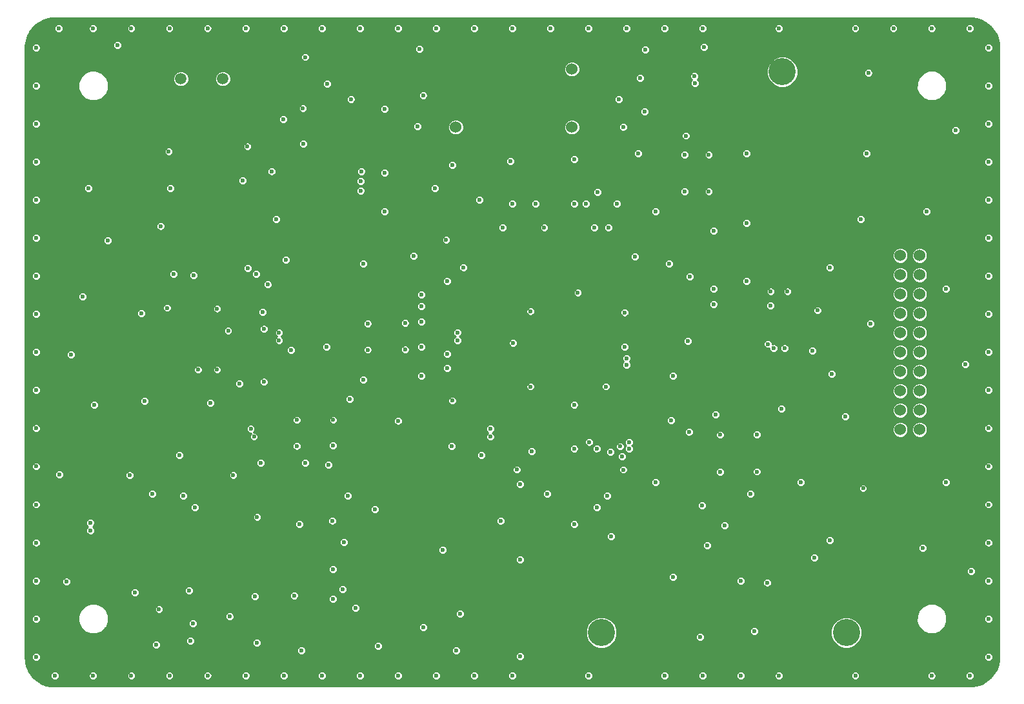
<source format=gbr>
G04 #@! TF.FileFunction,Copper,L2,Inr,Plane*
%FSLAX46Y46*%
G04 Gerber Fmt 4.6, Leading zero omitted, Abs format (unit mm)*
G04 Created by KiCad (PCBNEW 4.0.6) date 11/10/17 17:18:37*
%MOMM*%
%LPD*%
G01*
G04 APERTURE LIST*
%ADD10C,0.100000*%
%ADD11C,1.524000*%
%ADD12C,3.810000*%
%ADD13C,3.556000*%
%ADD14C,0.600000*%
%ADD15C,1.500000*%
%ADD16C,0.254000*%
G04 APERTURE END LIST*
D10*
D11*
X185860000Y-108630000D03*
X188400000Y-111170000D03*
X188400000Y-108630000D03*
X185860000Y-111170000D03*
X185860000Y-106090000D03*
X188400000Y-106090000D03*
X185860000Y-103550000D03*
X188400000Y-103550000D03*
X185860000Y-101010000D03*
X188400000Y-101010000D03*
X188400000Y-98470000D03*
X185860000Y-98470000D03*
X185860000Y-88310000D03*
X185860000Y-90850000D03*
X188400000Y-90850000D03*
X188400000Y-88310000D03*
X188400000Y-95930000D03*
X185860000Y-95930000D03*
X185860000Y-93390000D03*
X188400000Y-93390000D03*
D12*
X183870000Y-132740000D03*
D13*
X178790000Y-137820000D03*
D12*
X183870000Y-142900000D03*
X173710000Y-132740000D03*
X173710000Y-142900000D03*
D11*
X142780000Y-63810000D03*
X142780000Y-71430000D03*
X127540000Y-63810000D03*
X127540000Y-71430000D03*
D14*
X170850000Y-97810000D03*
X169250000Y-97810000D03*
X170050000Y-97010000D03*
X170050000Y-97810000D03*
X170850000Y-97010000D03*
X169250000Y-97010000D03*
X106078100Y-130480300D03*
X106078100Y-129480300D03*
X106078100Y-128480300D03*
X107078100Y-130480300D03*
X107078100Y-129480300D03*
X107078100Y-128480300D03*
X108078100Y-130480300D03*
X108078100Y-129480300D03*
D15*
X91485000Y-65090000D03*
X96985000Y-65090000D03*
D12*
X165310000Y-69260000D03*
D13*
X170390000Y-64180000D03*
D12*
X165310000Y-59100000D03*
X175470000Y-69260000D03*
X175470000Y-59100000D03*
X151730000Y-132740000D03*
D13*
X146650000Y-137820000D03*
D12*
X151730000Y-142900000D03*
X141570000Y-132740000D03*
X141570000Y-142900000D03*
D14*
X108078100Y-128480300D03*
X101480000Y-122660000D03*
X151710000Y-64990000D03*
X157740000Y-72570000D03*
X181670000Y-64340000D03*
X128520000Y-89850000D03*
X81890000Y-86300000D03*
X76480000Y-131150000D03*
X127090000Y-107360000D03*
X119970000Y-110000000D03*
X194970000Y-58500000D03*
X189970000Y-58500000D03*
X184970000Y-58500000D03*
X179970000Y-58500000D03*
X169970000Y-58500000D03*
X159970000Y-58500000D03*
X154970000Y-58500000D03*
X149970000Y-58500000D03*
X144970000Y-58500000D03*
X139970000Y-58500000D03*
X134970000Y-58500000D03*
X129970000Y-58500000D03*
X124970000Y-58500000D03*
X119970000Y-58500000D03*
X114970000Y-58500000D03*
X109970000Y-58500000D03*
X104970000Y-58500000D03*
X99970000Y-58500000D03*
X94970000Y-58500000D03*
X89970000Y-58500000D03*
X84970000Y-58500000D03*
X197470000Y-91000000D03*
X197470000Y-76000000D03*
X197470000Y-71000000D03*
X197470000Y-81000000D03*
X197470000Y-86000000D03*
X197470000Y-61000000D03*
X197470000Y-66000000D03*
X197470000Y-136000000D03*
X197470000Y-131000000D03*
X197470000Y-126000000D03*
X197470000Y-121000000D03*
X197470000Y-116000000D03*
X197470000Y-111000000D03*
X197470000Y-106000000D03*
X197470000Y-101000000D03*
X197470000Y-96000000D03*
X197470000Y-141000000D03*
X194970000Y-143500000D03*
X189970000Y-143500000D03*
X179970000Y-143500000D03*
X169970000Y-143500000D03*
X164970000Y-143500000D03*
X159970000Y-143500000D03*
X154970000Y-143500000D03*
X144970000Y-143500000D03*
X134970000Y-143500000D03*
X129970000Y-143500000D03*
X124970000Y-143500000D03*
X119970000Y-143500000D03*
X114970000Y-143500000D03*
X109970000Y-143500000D03*
X104970000Y-143500000D03*
X99970000Y-143500000D03*
X72470000Y-141000000D03*
X74970000Y-143500000D03*
X79970000Y-143500000D03*
X72470000Y-96000000D03*
X72470000Y-91000000D03*
X72470000Y-131000000D03*
X89970000Y-143500000D03*
X84970000Y-143500000D03*
X72470000Y-86000000D03*
X72470000Y-81000000D03*
X72470000Y-126000000D03*
X72470000Y-136000000D03*
X94970000Y-143500000D03*
X72470000Y-76000000D03*
X72470000Y-71000000D03*
X72470000Y-121000000D03*
X72470000Y-116000000D03*
X72470000Y-111000000D03*
X72470000Y-66000000D03*
X79970000Y-58500000D03*
X72470000Y-106000000D03*
X75470000Y-58500000D03*
X72470000Y-61000000D03*
X72470000Y-101000000D03*
X101212000Y-133046000D03*
X123056000Y-93422000D03*
X161410000Y-94692000D03*
X161410000Y-92660000D03*
X110864000Y-115774000D03*
X123056000Y-94946000D03*
X123056000Y-104090000D03*
X166236000Y-119584000D03*
X112896000Y-125934000D03*
X176904000Y-103836000D03*
X123056000Y-96978000D03*
X107562000Y-73610000D03*
X127628000Y-140158000D03*
X137534000Y-113996000D03*
X130676000Y-80976000D03*
X123056000Y-100280000D03*
X180714000Y-83516000D03*
X77082000Y-101296000D03*
X83178000Y-60656000D03*
X193160000Y-71832000D03*
X79368000Y-79452000D03*
X115436000Y-89358000D03*
X75558000Y-117044000D03*
X134740000Y-75896000D03*
X178682000Y-109424000D03*
X161664000Y-109170000D03*
X170300000Y-108408000D03*
X107816000Y-115520000D03*
X155822000Y-109932000D03*
X181984000Y-97232000D03*
X176650000Y-125680000D03*
X174618000Y-127966000D03*
X93084000Y-136602000D03*
X104006000Y-83516000D03*
X134994000Y-81484000D03*
X143122000Y-81484000D03*
X156076000Y-104090000D03*
X87750000Y-119584000D03*
X143122000Y-75642000D03*
X122802000Y-61164000D03*
X148710000Y-81484000D03*
X127120000Y-76404000D03*
X78606000Y-93676000D03*
X79622000Y-124394000D03*
X144646000Y-81484000D03*
X138042000Y-81484000D03*
X122548000Y-71324000D03*
X93338000Y-121362000D03*
X181476000Y-74880000D03*
X146170000Y-79960000D03*
X110610000Y-100280000D03*
X139566000Y-119584000D03*
X147440000Y-119838000D03*
X176650000Y-89866000D03*
X151504000Y-74880000D03*
X118230000Y-82500000D03*
X136010000Y-118314000D03*
X156076000Y-130506000D03*
X165728000Y-91644000D03*
X148964000Y-67768000D03*
X124834000Y-79452000D03*
X122040000Y-88342000D03*
X130930000Y-114504000D03*
X174364000Y-100788000D03*
X160140000Y-60910000D03*
X161410000Y-85040000D03*
X115436000Y-104598000D03*
X113658000Y-107138000D03*
X165728000Y-84024000D03*
X165728000Y-74880000D03*
X153790000Y-82500000D03*
X118230000Y-69038000D03*
X85464000Y-132538000D03*
X92576000Y-132284000D03*
X113404000Y-119838000D03*
X136010000Y-140920000D03*
X136010000Y-128220000D03*
X88258000Y-139396000D03*
X114420000Y-134570000D03*
X133470000Y-123140000D03*
X159632000Y-138380000D03*
X195192000Y-129744000D03*
X107308000Y-140158000D03*
X128136000Y-135332000D03*
X164966000Y-131014000D03*
X188842000Y-126696000D03*
X172840000Y-118060000D03*
X125850000Y-126950000D03*
X153790000Y-118060000D03*
X166744000Y-137618000D03*
X191890000Y-118060000D03*
X194430000Y-102566000D03*
X101466000Y-139142000D03*
X159886000Y-121108000D03*
X191890000Y-92660000D03*
X189350000Y-82500000D03*
X118230000Y-77420000D03*
X101974000Y-115520000D03*
X95370000Y-107646000D03*
X105276000Y-88850000D03*
X79622000Y-123394000D03*
X80130000Y-107900000D03*
X86734000Y-107392000D03*
X91306000Y-114504000D03*
X99180000Y-105106000D03*
X155568000Y-89358000D03*
X116960000Y-121616000D03*
X107810000Y-62240000D03*
X110700000Y-65770000D03*
X90490000Y-90750000D03*
X86260000Y-95890000D03*
X91814000Y-119838000D03*
X100210000Y-74000000D03*
X99590000Y-78450000D03*
X107490000Y-68950000D03*
X88840000Y-84430000D03*
X90070000Y-79460000D03*
X89880000Y-74620000D03*
X111470000Y-109900000D03*
X111440000Y-113270000D03*
X111330000Y-123120000D03*
X143062215Y-123572215D03*
X143062215Y-113672215D03*
X126996100Y-113353900D03*
X135089642Y-99779851D03*
X149681780Y-95771989D03*
X149674709Y-100276259D03*
X143063261Y-107894891D03*
X143562215Y-93162765D03*
X137376577Y-95603829D03*
X147276072Y-105503324D03*
X137376577Y-105503324D03*
X171089211Y-99866072D03*
X161730000Y-100320000D03*
X109730000Y-133560000D03*
X112440000Y-130910000D03*
X105290000Y-125640000D03*
X167820000Y-96000000D03*
X102360000Y-104900000D03*
X111420000Y-133420000D03*
X102350000Y-97960000D03*
X98350000Y-117130000D03*
X107040000Y-123582200D03*
X111420000Y-129500000D03*
X123250000Y-67250000D03*
X92750000Y-138880000D03*
X84760000Y-117180000D03*
X168400000Y-131250000D03*
X180990000Y-118880000D03*
X93160000Y-90890000D03*
X167070000Y-116680000D03*
X167060000Y-111840000D03*
X115970000Y-97220000D03*
X115970000Y-100680000D03*
X106670000Y-113300000D03*
X106670000Y-109900000D03*
X157600000Y-75090000D03*
X160750000Y-75090000D03*
X168500000Y-99920000D03*
X168820000Y-94850000D03*
X89645800Y-95174200D03*
X175040000Y-95510000D03*
X160570000Y-126360000D03*
X162810000Y-123780000D03*
X152300000Y-69370000D03*
X149530000Y-71430000D03*
X96233900Y-103296100D03*
X93733900Y-103296100D03*
X113770000Y-67770000D03*
X103370800Y-77230800D03*
X104906100Y-70413900D03*
X152430000Y-61240000D03*
X105910000Y-100740000D03*
X102230000Y-95700000D03*
X96233900Y-95266100D03*
X115100000Y-78550000D03*
X101380000Y-90753100D03*
X132065148Y-112104852D03*
X101065148Y-112104852D03*
X132100149Y-111079851D03*
X100639851Y-111079851D03*
X127770000Y-99450000D03*
X104360000Y-99450000D03*
X127770000Y-98400000D03*
X104360000Y-98400000D03*
X115090000Y-79780000D03*
X102850000Y-92110000D03*
X146062215Y-121367785D03*
X146062215Y-113642215D03*
X115150000Y-77240000D03*
X100280000Y-89990000D03*
X168876950Y-93046950D03*
X169270000Y-100500000D03*
X171076950Y-93046950D03*
X170670000Y-100500000D03*
X149959851Y-101779851D03*
X158900000Y-65700000D03*
X149970000Y-102640000D03*
X158880000Y-64750000D03*
X117350000Y-139570000D03*
X151062215Y-88447785D03*
X162260000Y-116730000D03*
X162250000Y-111850000D03*
X120880000Y-97160000D03*
X120880000Y-100670000D03*
X157590000Y-79900000D03*
X160750000Y-79910000D03*
X126402066Y-101217934D03*
X112720000Y-132120000D03*
X126402066Y-103097934D03*
X147560298Y-84619702D03*
X145730298Y-84619702D03*
X139160000Y-84620000D03*
X135540000Y-116420000D03*
X158010000Y-99530000D03*
X158150000Y-111460000D03*
X158222364Y-91042364D03*
X133729702Y-84619702D03*
X126285547Y-86254453D03*
X149530000Y-116430000D03*
X126400000Y-91690000D03*
X123260000Y-137110000D03*
X147870000Y-114100000D03*
X149370000Y-114700000D03*
X149094265Y-113375735D03*
X150270000Y-113663468D03*
X150270000Y-112800000D03*
X106320000Y-132960000D03*
X97890000Y-135710000D03*
X97674200Y-98174200D03*
X88610000Y-134770000D03*
X147920000Y-125180000D03*
X145070000Y-112790000D03*
D16*
G36*
X194644877Y-57126694D02*
X194648250Y-57126650D01*
X195023560Y-57116773D01*
X195430885Y-57136170D01*
X195817064Y-57203751D01*
X196204606Y-57310325D01*
X196620108Y-57474594D01*
X196998732Y-57688177D01*
X197366742Y-57930288D01*
X197694792Y-58229392D01*
X197965790Y-58529426D01*
X198208338Y-58868994D01*
X198431382Y-59247199D01*
X198605336Y-59653091D01*
X198721462Y-60040178D01*
X198798742Y-60436235D01*
X198827811Y-60862581D01*
X198817942Y-61296808D01*
X198817909Y-61299694D01*
X198817909Y-141446910D01*
X198701992Y-142016835D01*
X198615525Y-142276237D01*
X198449757Y-142695532D01*
X198237653Y-143081176D01*
X197995934Y-143409913D01*
X197705019Y-143739617D01*
X197384983Y-144020861D01*
X197046583Y-144272244D01*
X196668669Y-144475736D01*
X196281881Y-144649791D01*
X195857260Y-144765596D01*
X195411854Y-144843058D01*
X194522778Y-144872694D01*
X75105852Y-144872694D01*
X74429659Y-144862894D01*
X73772903Y-144718021D01*
X73133636Y-144456503D01*
X72542113Y-144078316D01*
X72254039Y-143819050D01*
X72065225Y-143616249D01*
X74382898Y-143616249D01*
X74472075Y-143832074D01*
X74637057Y-143997344D01*
X74852726Y-144086898D01*
X75086249Y-144087102D01*
X75302074Y-143997925D01*
X75467344Y-143832943D01*
X75556898Y-143617274D01*
X75556898Y-143616249D01*
X79382898Y-143616249D01*
X79472075Y-143832074D01*
X79637057Y-143997344D01*
X79852726Y-144086898D01*
X80086249Y-144087102D01*
X80302074Y-143997925D01*
X80467344Y-143832943D01*
X80556898Y-143617274D01*
X80556898Y-143616249D01*
X84382898Y-143616249D01*
X84472075Y-143832074D01*
X84637057Y-143997344D01*
X84852726Y-144086898D01*
X85086249Y-144087102D01*
X85302074Y-143997925D01*
X85467344Y-143832943D01*
X85556898Y-143617274D01*
X85556898Y-143616249D01*
X89382898Y-143616249D01*
X89472075Y-143832074D01*
X89637057Y-143997344D01*
X89852726Y-144086898D01*
X90086249Y-144087102D01*
X90302074Y-143997925D01*
X90467344Y-143832943D01*
X90556898Y-143617274D01*
X90556898Y-143616249D01*
X94382898Y-143616249D01*
X94472075Y-143832074D01*
X94637057Y-143997344D01*
X94852726Y-144086898D01*
X95086249Y-144087102D01*
X95302074Y-143997925D01*
X95467344Y-143832943D01*
X95556898Y-143617274D01*
X95556898Y-143616249D01*
X99382898Y-143616249D01*
X99472075Y-143832074D01*
X99637057Y-143997344D01*
X99852726Y-144086898D01*
X100086249Y-144087102D01*
X100302074Y-143997925D01*
X100467344Y-143832943D01*
X100556898Y-143617274D01*
X100556898Y-143616249D01*
X104382898Y-143616249D01*
X104472075Y-143832074D01*
X104637057Y-143997344D01*
X104852726Y-144086898D01*
X105086249Y-144087102D01*
X105302074Y-143997925D01*
X105467344Y-143832943D01*
X105556898Y-143617274D01*
X105556898Y-143616249D01*
X109382898Y-143616249D01*
X109472075Y-143832074D01*
X109637057Y-143997344D01*
X109852726Y-144086898D01*
X110086249Y-144087102D01*
X110302074Y-143997925D01*
X110467344Y-143832943D01*
X110556898Y-143617274D01*
X110556898Y-143616249D01*
X114382898Y-143616249D01*
X114472075Y-143832074D01*
X114637057Y-143997344D01*
X114852726Y-144086898D01*
X115086249Y-144087102D01*
X115302074Y-143997925D01*
X115467344Y-143832943D01*
X115556898Y-143617274D01*
X115556898Y-143616249D01*
X119382898Y-143616249D01*
X119472075Y-143832074D01*
X119637057Y-143997344D01*
X119852726Y-144086898D01*
X120086249Y-144087102D01*
X120302074Y-143997925D01*
X120467344Y-143832943D01*
X120556898Y-143617274D01*
X120556898Y-143616249D01*
X124382898Y-143616249D01*
X124472075Y-143832074D01*
X124637057Y-143997344D01*
X124852726Y-144086898D01*
X125086249Y-144087102D01*
X125302074Y-143997925D01*
X125467344Y-143832943D01*
X125556898Y-143617274D01*
X125556898Y-143616249D01*
X129382898Y-143616249D01*
X129472075Y-143832074D01*
X129637057Y-143997344D01*
X129852726Y-144086898D01*
X130086249Y-144087102D01*
X130302074Y-143997925D01*
X130467344Y-143832943D01*
X130556898Y-143617274D01*
X130556898Y-143616249D01*
X134382898Y-143616249D01*
X134472075Y-143832074D01*
X134637057Y-143997344D01*
X134852726Y-144086898D01*
X135086249Y-144087102D01*
X135302074Y-143997925D01*
X135467344Y-143832943D01*
X135556898Y-143617274D01*
X135556898Y-143616249D01*
X144382898Y-143616249D01*
X144472075Y-143832074D01*
X144637057Y-143997344D01*
X144852726Y-144086898D01*
X145086249Y-144087102D01*
X145302074Y-143997925D01*
X145467344Y-143832943D01*
X145556898Y-143617274D01*
X145556898Y-143616249D01*
X154382898Y-143616249D01*
X154472075Y-143832074D01*
X154637057Y-143997344D01*
X154852726Y-144086898D01*
X155086249Y-144087102D01*
X155302074Y-143997925D01*
X155467344Y-143832943D01*
X155556898Y-143617274D01*
X155556898Y-143616249D01*
X159382898Y-143616249D01*
X159472075Y-143832074D01*
X159637057Y-143997344D01*
X159852726Y-144086898D01*
X160086249Y-144087102D01*
X160302074Y-143997925D01*
X160467344Y-143832943D01*
X160556898Y-143617274D01*
X160556898Y-143616249D01*
X164382898Y-143616249D01*
X164472075Y-143832074D01*
X164637057Y-143997344D01*
X164852726Y-144086898D01*
X165086249Y-144087102D01*
X165302074Y-143997925D01*
X165467344Y-143832943D01*
X165556898Y-143617274D01*
X165556898Y-143616249D01*
X169382898Y-143616249D01*
X169472075Y-143832074D01*
X169637057Y-143997344D01*
X169852726Y-144086898D01*
X170086249Y-144087102D01*
X170302074Y-143997925D01*
X170467344Y-143832943D01*
X170556898Y-143617274D01*
X170556898Y-143616249D01*
X179382898Y-143616249D01*
X179472075Y-143832074D01*
X179637057Y-143997344D01*
X179852726Y-144086898D01*
X180086249Y-144087102D01*
X180302074Y-143997925D01*
X180467344Y-143832943D01*
X180556898Y-143617274D01*
X180556898Y-143616249D01*
X189382898Y-143616249D01*
X189472075Y-143832074D01*
X189637057Y-143997344D01*
X189852726Y-144086898D01*
X190086249Y-144087102D01*
X190302074Y-143997925D01*
X190467344Y-143832943D01*
X190556898Y-143617274D01*
X190556898Y-143616249D01*
X194382898Y-143616249D01*
X194472075Y-143832074D01*
X194637057Y-143997344D01*
X194852726Y-144086898D01*
X195086249Y-144087102D01*
X195302074Y-143997925D01*
X195467344Y-143832943D01*
X195556898Y-143617274D01*
X195557102Y-143383751D01*
X195467925Y-143167926D01*
X195302943Y-143002656D01*
X195087274Y-142913102D01*
X194853751Y-142912898D01*
X194637926Y-143002075D01*
X194472656Y-143167057D01*
X194383102Y-143382726D01*
X194382898Y-143616249D01*
X190556898Y-143616249D01*
X190557102Y-143383751D01*
X190467925Y-143167926D01*
X190302943Y-143002656D01*
X190087274Y-142913102D01*
X189853751Y-142912898D01*
X189637926Y-143002075D01*
X189472656Y-143167057D01*
X189383102Y-143382726D01*
X189382898Y-143616249D01*
X180556898Y-143616249D01*
X180557102Y-143383751D01*
X180467925Y-143167926D01*
X180302943Y-143002656D01*
X180087274Y-142913102D01*
X179853751Y-142912898D01*
X179637926Y-143002075D01*
X179472656Y-143167057D01*
X179383102Y-143382726D01*
X179382898Y-143616249D01*
X170556898Y-143616249D01*
X170557102Y-143383751D01*
X170467925Y-143167926D01*
X170302943Y-143002656D01*
X170087274Y-142913102D01*
X169853751Y-142912898D01*
X169637926Y-143002075D01*
X169472656Y-143167057D01*
X169383102Y-143382726D01*
X169382898Y-143616249D01*
X165556898Y-143616249D01*
X165557102Y-143383751D01*
X165467925Y-143167926D01*
X165302943Y-143002656D01*
X165087274Y-142913102D01*
X164853751Y-142912898D01*
X164637926Y-143002075D01*
X164472656Y-143167057D01*
X164383102Y-143382726D01*
X164382898Y-143616249D01*
X160556898Y-143616249D01*
X160557102Y-143383751D01*
X160467925Y-143167926D01*
X160302943Y-143002656D01*
X160087274Y-142913102D01*
X159853751Y-142912898D01*
X159637926Y-143002075D01*
X159472656Y-143167057D01*
X159383102Y-143382726D01*
X159382898Y-143616249D01*
X155556898Y-143616249D01*
X155557102Y-143383751D01*
X155467925Y-143167926D01*
X155302943Y-143002656D01*
X155087274Y-142913102D01*
X154853751Y-142912898D01*
X154637926Y-143002075D01*
X154472656Y-143167057D01*
X154383102Y-143382726D01*
X154382898Y-143616249D01*
X145556898Y-143616249D01*
X145557102Y-143383751D01*
X145467925Y-143167926D01*
X145302943Y-143002656D01*
X145087274Y-142913102D01*
X144853751Y-142912898D01*
X144637926Y-143002075D01*
X144472656Y-143167057D01*
X144383102Y-143382726D01*
X144382898Y-143616249D01*
X135556898Y-143616249D01*
X135557102Y-143383751D01*
X135467925Y-143167926D01*
X135302943Y-143002656D01*
X135087274Y-142913102D01*
X134853751Y-142912898D01*
X134637926Y-143002075D01*
X134472656Y-143167057D01*
X134383102Y-143382726D01*
X134382898Y-143616249D01*
X130556898Y-143616249D01*
X130557102Y-143383751D01*
X130467925Y-143167926D01*
X130302943Y-143002656D01*
X130087274Y-142913102D01*
X129853751Y-142912898D01*
X129637926Y-143002075D01*
X129472656Y-143167057D01*
X129383102Y-143382726D01*
X129382898Y-143616249D01*
X125556898Y-143616249D01*
X125557102Y-143383751D01*
X125467925Y-143167926D01*
X125302943Y-143002656D01*
X125087274Y-142913102D01*
X124853751Y-142912898D01*
X124637926Y-143002075D01*
X124472656Y-143167057D01*
X124383102Y-143382726D01*
X124382898Y-143616249D01*
X120556898Y-143616249D01*
X120557102Y-143383751D01*
X120467925Y-143167926D01*
X120302943Y-143002656D01*
X120087274Y-142913102D01*
X119853751Y-142912898D01*
X119637926Y-143002075D01*
X119472656Y-143167057D01*
X119383102Y-143382726D01*
X119382898Y-143616249D01*
X115556898Y-143616249D01*
X115557102Y-143383751D01*
X115467925Y-143167926D01*
X115302943Y-143002656D01*
X115087274Y-142913102D01*
X114853751Y-142912898D01*
X114637926Y-143002075D01*
X114472656Y-143167057D01*
X114383102Y-143382726D01*
X114382898Y-143616249D01*
X110556898Y-143616249D01*
X110557102Y-143383751D01*
X110467925Y-143167926D01*
X110302943Y-143002656D01*
X110087274Y-142913102D01*
X109853751Y-142912898D01*
X109637926Y-143002075D01*
X109472656Y-143167057D01*
X109383102Y-143382726D01*
X109382898Y-143616249D01*
X105556898Y-143616249D01*
X105557102Y-143383751D01*
X105467925Y-143167926D01*
X105302943Y-143002656D01*
X105087274Y-142913102D01*
X104853751Y-142912898D01*
X104637926Y-143002075D01*
X104472656Y-143167057D01*
X104383102Y-143382726D01*
X104382898Y-143616249D01*
X100556898Y-143616249D01*
X100557102Y-143383751D01*
X100467925Y-143167926D01*
X100302943Y-143002656D01*
X100087274Y-142913102D01*
X99853751Y-142912898D01*
X99637926Y-143002075D01*
X99472656Y-143167057D01*
X99383102Y-143382726D01*
X99382898Y-143616249D01*
X95556898Y-143616249D01*
X95557102Y-143383751D01*
X95467925Y-143167926D01*
X95302943Y-143002656D01*
X95087274Y-142913102D01*
X94853751Y-142912898D01*
X94637926Y-143002075D01*
X94472656Y-143167057D01*
X94383102Y-143382726D01*
X94382898Y-143616249D01*
X90556898Y-143616249D01*
X90557102Y-143383751D01*
X90467925Y-143167926D01*
X90302943Y-143002656D01*
X90087274Y-142913102D01*
X89853751Y-142912898D01*
X89637926Y-143002075D01*
X89472656Y-143167057D01*
X89383102Y-143382726D01*
X89382898Y-143616249D01*
X85556898Y-143616249D01*
X85557102Y-143383751D01*
X85467925Y-143167926D01*
X85302943Y-143002656D01*
X85087274Y-142913102D01*
X84853751Y-142912898D01*
X84637926Y-143002075D01*
X84472656Y-143167057D01*
X84383102Y-143382726D01*
X84382898Y-143616249D01*
X80556898Y-143616249D01*
X80557102Y-143383751D01*
X80467925Y-143167926D01*
X80302943Y-143002656D01*
X80087274Y-142913102D01*
X79853751Y-142912898D01*
X79637926Y-143002075D01*
X79472656Y-143167057D01*
X79383102Y-143382726D01*
X79382898Y-143616249D01*
X75556898Y-143616249D01*
X75557102Y-143383751D01*
X75467925Y-143167926D01*
X75302943Y-143002656D01*
X75087274Y-142913102D01*
X74853751Y-142912898D01*
X74637926Y-143002075D01*
X74472656Y-143167057D01*
X74383102Y-143382726D01*
X74382898Y-143616249D01*
X72065225Y-143616249D01*
X71990541Y-143536033D01*
X71768470Y-143265686D01*
X71566667Y-142938958D01*
X71392178Y-142570591D01*
X71245919Y-142170818D01*
X71149288Y-141822945D01*
X71091399Y-141446666D01*
X71074009Y-141116249D01*
X71882898Y-141116249D01*
X71972075Y-141332074D01*
X72137057Y-141497344D01*
X72352726Y-141586898D01*
X72586249Y-141587102D01*
X72802074Y-141497925D01*
X72967344Y-141332943D01*
X73056898Y-141117274D01*
X73056968Y-141036249D01*
X135422898Y-141036249D01*
X135512075Y-141252074D01*
X135677057Y-141417344D01*
X135892726Y-141506898D01*
X136126249Y-141507102D01*
X136342074Y-141417925D01*
X136507344Y-141252943D01*
X136564104Y-141116249D01*
X196882898Y-141116249D01*
X196972075Y-141332074D01*
X197137057Y-141497344D01*
X197352726Y-141586898D01*
X197586249Y-141587102D01*
X197802074Y-141497925D01*
X197967344Y-141332943D01*
X198056898Y-141117274D01*
X198057102Y-140883751D01*
X197967925Y-140667926D01*
X197802943Y-140502656D01*
X197587274Y-140413102D01*
X197353751Y-140412898D01*
X197137926Y-140502075D01*
X196972656Y-140667057D01*
X196883102Y-140882726D01*
X196882898Y-141116249D01*
X136564104Y-141116249D01*
X136596898Y-141037274D01*
X136597102Y-140803751D01*
X136507925Y-140587926D01*
X136342943Y-140422656D01*
X136127274Y-140333102D01*
X135893751Y-140332898D01*
X135677926Y-140422075D01*
X135512656Y-140587057D01*
X135423102Y-140802726D01*
X135422898Y-141036249D01*
X73056968Y-141036249D01*
X73057102Y-140883751D01*
X72967925Y-140667926D01*
X72802943Y-140502656D01*
X72587274Y-140413102D01*
X72353751Y-140412898D01*
X72137926Y-140502075D01*
X71972656Y-140667057D01*
X71883102Y-140882726D01*
X71882898Y-141116249D01*
X71074009Y-141116249D01*
X71071909Y-141076363D01*
X71071909Y-140669726D01*
X71072008Y-140274249D01*
X106720898Y-140274249D01*
X106810075Y-140490074D01*
X106975057Y-140655344D01*
X107190726Y-140744898D01*
X107424249Y-140745102D01*
X107640074Y-140655925D01*
X107805344Y-140490943D01*
X107894898Y-140275274D01*
X107894898Y-140274249D01*
X127040898Y-140274249D01*
X127130075Y-140490074D01*
X127295057Y-140655344D01*
X127510726Y-140744898D01*
X127744249Y-140745102D01*
X127960074Y-140655925D01*
X128125344Y-140490943D01*
X128214898Y-140275274D01*
X128215102Y-140041751D01*
X128125925Y-139825926D01*
X127960943Y-139660656D01*
X127745274Y-139571102D01*
X127511751Y-139570898D01*
X127295926Y-139660075D01*
X127130656Y-139825057D01*
X127041102Y-140040726D01*
X127040898Y-140274249D01*
X107894898Y-140274249D01*
X107895102Y-140041751D01*
X107805925Y-139825926D01*
X107666492Y-139686249D01*
X116762898Y-139686249D01*
X116852075Y-139902074D01*
X117017057Y-140067344D01*
X117232726Y-140156898D01*
X117466249Y-140157102D01*
X117682074Y-140067925D01*
X117847344Y-139902943D01*
X117936898Y-139687274D01*
X117937102Y-139453751D01*
X117847925Y-139237926D01*
X117682943Y-139072656D01*
X117467274Y-138983102D01*
X117233751Y-138982898D01*
X117017926Y-139072075D01*
X116852656Y-139237057D01*
X116763102Y-139452726D01*
X116762898Y-139686249D01*
X107666492Y-139686249D01*
X107640943Y-139660656D01*
X107425274Y-139571102D01*
X107191751Y-139570898D01*
X106975926Y-139660075D01*
X106810656Y-139825057D01*
X106721102Y-140040726D01*
X106720898Y-140274249D01*
X71072008Y-140274249D01*
X71072200Y-139512249D01*
X87670898Y-139512249D01*
X87760075Y-139728074D01*
X87925057Y-139893344D01*
X88140726Y-139982898D01*
X88374249Y-139983102D01*
X88590074Y-139893925D01*
X88755344Y-139728943D01*
X88844898Y-139513274D01*
X88845102Y-139279751D01*
X88755925Y-139063926D01*
X88688366Y-138996249D01*
X92162898Y-138996249D01*
X92252075Y-139212074D01*
X92417057Y-139377344D01*
X92632726Y-139466898D01*
X92866249Y-139467102D01*
X93082074Y-139377925D01*
X93201958Y-139258249D01*
X100878898Y-139258249D01*
X100968075Y-139474074D01*
X101133057Y-139639344D01*
X101348726Y-139728898D01*
X101582249Y-139729102D01*
X101798074Y-139639925D01*
X101963344Y-139474943D01*
X102052898Y-139259274D01*
X102053102Y-139025751D01*
X101963925Y-138809926D01*
X101798943Y-138644656D01*
X101583274Y-138555102D01*
X101349751Y-138554898D01*
X101133926Y-138644075D01*
X100968656Y-138809057D01*
X100879102Y-139024726D01*
X100878898Y-139258249D01*
X93201958Y-139258249D01*
X93247344Y-139212943D01*
X93336898Y-138997274D01*
X93337102Y-138763751D01*
X93247925Y-138547926D01*
X93082943Y-138382656D01*
X92867274Y-138293102D01*
X92633751Y-138292898D01*
X92417926Y-138382075D01*
X92252656Y-138547057D01*
X92163102Y-138762726D01*
X92162898Y-138996249D01*
X88688366Y-138996249D01*
X88590943Y-138898656D01*
X88375274Y-138809102D01*
X88141751Y-138808898D01*
X87925926Y-138898075D01*
X87760656Y-139063057D01*
X87671102Y-139278726D01*
X87670898Y-139512249D01*
X71072200Y-139512249D01*
X71072523Y-138228952D01*
X144584642Y-138228952D01*
X144898357Y-138988201D01*
X145478744Y-139569601D01*
X146237444Y-139884641D01*
X147058952Y-139885358D01*
X147818201Y-139571643D01*
X148399601Y-138991256D01*
X148605146Y-138496249D01*
X159044898Y-138496249D01*
X159134075Y-138712074D01*
X159299057Y-138877344D01*
X159514726Y-138966898D01*
X159748249Y-138967102D01*
X159964074Y-138877925D01*
X160129344Y-138712943D01*
X160218898Y-138497274D01*
X160219102Y-138263751D01*
X160204724Y-138228952D01*
X176724642Y-138228952D01*
X177038357Y-138988201D01*
X177618744Y-139569601D01*
X178377444Y-139884641D01*
X179198952Y-139885358D01*
X179958201Y-139571643D01*
X180539601Y-138991256D01*
X180854641Y-138232556D01*
X180855358Y-137411048D01*
X180541643Y-136651799D01*
X180283800Y-136393505D01*
X188012655Y-136393505D01*
X188314521Y-137124075D01*
X188872985Y-137683515D01*
X189603027Y-137986655D01*
X190393505Y-137987345D01*
X191124075Y-137685479D01*
X191683515Y-137127015D01*
X191986655Y-136396973D01*
X191986900Y-136116249D01*
X196882898Y-136116249D01*
X196972075Y-136332074D01*
X197137057Y-136497344D01*
X197352726Y-136586898D01*
X197586249Y-136587102D01*
X197802074Y-136497925D01*
X197967344Y-136332943D01*
X198056898Y-136117274D01*
X198057102Y-135883751D01*
X197967925Y-135667926D01*
X197802943Y-135502656D01*
X197587274Y-135413102D01*
X197353751Y-135412898D01*
X197137926Y-135502075D01*
X196972656Y-135667057D01*
X196883102Y-135882726D01*
X196882898Y-136116249D01*
X191986900Y-136116249D01*
X191987345Y-135606495D01*
X191685479Y-134875925D01*
X191127015Y-134316485D01*
X190396973Y-134013345D01*
X189606495Y-134012655D01*
X188875925Y-134314521D01*
X188316485Y-134872985D01*
X188013345Y-135603027D01*
X188012655Y-136393505D01*
X180283800Y-136393505D01*
X179961256Y-136070399D01*
X179202556Y-135755359D01*
X178381048Y-135754642D01*
X177621799Y-136068357D01*
X177040399Y-136648744D01*
X176725359Y-137407444D01*
X176724642Y-138228952D01*
X160204724Y-138228952D01*
X160129925Y-138047926D01*
X159964943Y-137882656D01*
X159749274Y-137793102D01*
X159515751Y-137792898D01*
X159299926Y-137882075D01*
X159134656Y-138047057D01*
X159045102Y-138262726D01*
X159044898Y-138496249D01*
X148605146Y-138496249D01*
X148714641Y-138232556D01*
X148715075Y-137734249D01*
X166156898Y-137734249D01*
X166246075Y-137950074D01*
X166411057Y-138115344D01*
X166626726Y-138204898D01*
X166860249Y-138205102D01*
X167076074Y-138115925D01*
X167241344Y-137950943D01*
X167330898Y-137735274D01*
X167331102Y-137501751D01*
X167241925Y-137285926D01*
X167076943Y-137120656D01*
X166861274Y-137031102D01*
X166627751Y-137030898D01*
X166411926Y-137120075D01*
X166246656Y-137285057D01*
X166157102Y-137500726D01*
X166156898Y-137734249D01*
X148715075Y-137734249D01*
X148715358Y-137411048D01*
X148401643Y-136651799D01*
X147821256Y-136070399D01*
X147062556Y-135755359D01*
X146241048Y-135754642D01*
X145481799Y-136068357D01*
X144900399Y-136648744D01*
X144585359Y-137407444D01*
X144584642Y-138228952D01*
X71072523Y-138228952D01*
X71073056Y-136116249D01*
X71882898Y-136116249D01*
X71972075Y-136332074D01*
X72137057Y-136497344D01*
X72352726Y-136586898D01*
X72586249Y-136587102D01*
X72802074Y-136497925D01*
X72906676Y-136393505D01*
X78012655Y-136393505D01*
X78314521Y-137124075D01*
X78872985Y-137683515D01*
X79603027Y-137986655D01*
X80393505Y-137987345D01*
X81124075Y-137685479D01*
X81584107Y-137226249D01*
X122672898Y-137226249D01*
X122762075Y-137442074D01*
X122927057Y-137607344D01*
X123142726Y-137696898D01*
X123376249Y-137697102D01*
X123592074Y-137607925D01*
X123757344Y-137442943D01*
X123846898Y-137227274D01*
X123847102Y-136993751D01*
X123757925Y-136777926D01*
X123592943Y-136612656D01*
X123377274Y-136523102D01*
X123143751Y-136522898D01*
X122927926Y-136612075D01*
X122762656Y-136777057D01*
X122673102Y-136992726D01*
X122672898Y-137226249D01*
X81584107Y-137226249D01*
X81683515Y-137127015D01*
X81853249Y-136718249D01*
X92496898Y-136718249D01*
X92586075Y-136934074D01*
X92751057Y-137099344D01*
X92966726Y-137188898D01*
X93200249Y-137189102D01*
X93416074Y-137099925D01*
X93581344Y-136934943D01*
X93670898Y-136719274D01*
X93671102Y-136485751D01*
X93581925Y-136269926D01*
X93416943Y-136104656D01*
X93201274Y-136015102D01*
X92967751Y-136014898D01*
X92751926Y-136104075D01*
X92586656Y-136269057D01*
X92497102Y-136484726D01*
X92496898Y-136718249D01*
X81853249Y-136718249D01*
X81986655Y-136396973D01*
X81987153Y-135826249D01*
X97302898Y-135826249D01*
X97392075Y-136042074D01*
X97557057Y-136207344D01*
X97772726Y-136296898D01*
X98006249Y-136297102D01*
X98222074Y-136207925D01*
X98387344Y-136042943D01*
X98476898Y-135827274D01*
X98477102Y-135593751D01*
X98416982Y-135448249D01*
X127548898Y-135448249D01*
X127638075Y-135664074D01*
X127803057Y-135829344D01*
X128018726Y-135918898D01*
X128252249Y-135919102D01*
X128468074Y-135829925D01*
X128633344Y-135664943D01*
X128722898Y-135449274D01*
X128723102Y-135215751D01*
X128633925Y-134999926D01*
X128468943Y-134834656D01*
X128253274Y-134745102D01*
X128019751Y-134744898D01*
X127803926Y-134834075D01*
X127638656Y-134999057D01*
X127549102Y-135214726D01*
X127548898Y-135448249D01*
X98416982Y-135448249D01*
X98387925Y-135377926D01*
X98222943Y-135212656D01*
X98007274Y-135123102D01*
X97773751Y-135122898D01*
X97557926Y-135212075D01*
X97392656Y-135377057D01*
X97303102Y-135592726D01*
X97302898Y-135826249D01*
X81987153Y-135826249D01*
X81987345Y-135606495D01*
X81689745Y-134886249D01*
X88022898Y-134886249D01*
X88112075Y-135102074D01*
X88277057Y-135267344D01*
X88492726Y-135356898D01*
X88726249Y-135357102D01*
X88942074Y-135267925D01*
X89107344Y-135102943D01*
X89196898Y-134887274D01*
X89197073Y-134686249D01*
X113832898Y-134686249D01*
X113922075Y-134902074D01*
X114087057Y-135067344D01*
X114302726Y-135156898D01*
X114536249Y-135157102D01*
X114752074Y-135067925D01*
X114917344Y-134902943D01*
X115006898Y-134687274D01*
X115007102Y-134453751D01*
X114917925Y-134237926D01*
X114752943Y-134072656D01*
X114537274Y-133983102D01*
X114303751Y-133982898D01*
X114087926Y-134072075D01*
X113922656Y-134237057D01*
X113833102Y-134452726D01*
X113832898Y-134686249D01*
X89197073Y-134686249D01*
X89197102Y-134653751D01*
X89107925Y-134437926D01*
X88942943Y-134272656D01*
X88727274Y-134183102D01*
X88493751Y-134182898D01*
X88277926Y-134272075D01*
X88112656Y-134437057D01*
X88023102Y-134652726D01*
X88022898Y-134886249D01*
X81689745Y-134886249D01*
X81685479Y-134875925D01*
X81127015Y-134316485D01*
X80396973Y-134013345D01*
X79606495Y-134012655D01*
X78875925Y-134314521D01*
X78316485Y-134872985D01*
X78013345Y-135603027D01*
X78012655Y-136393505D01*
X72906676Y-136393505D01*
X72967344Y-136332943D01*
X73056898Y-136117274D01*
X73057102Y-135883751D01*
X72967925Y-135667926D01*
X72802943Y-135502656D01*
X72587274Y-135413102D01*
X72353751Y-135412898D01*
X72137926Y-135502075D01*
X71972656Y-135667057D01*
X71883102Y-135882726D01*
X71882898Y-136116249D01*
X71073056Y-136116249D01*
X71073800Y-133162249D01*
X100624898Y-133162249D01*
X100714075Y-133378074D01*
X100879057Y-133543344D01*
X101094726Y-133632898D01*
X101328249Y-133633102D01*
X101544074Y-133543925D01*
X101709344Y-133378943D01*
X101798898Y-133163274D01*
X101798974Y-133076249D01*
X105732898Y-133076249D01*
X105822075Y-133292074D01*
X105987057Y-133457344D01*
X106202726Y-133546898D01*
X106436249Y-133547102D01*
X106462515Y-133536249D01*
X110832898Y-133536249D01*
X110922075Y-133752074D01*
X111087057Y-133917344D01*
X111302726Y-134006898D01*
X111536249Y-134007102D01*
X111752074Y-133917925D01*
X111917344Y-133752943D01*
X112006898Y-133537274D01*
X112007102Y-133303751D01*
X111917925Y-133087926D01*
X111752943Y-132922656D01*
X111537274Y-132833102D01*
X111303751Y-132832898D01*
X111087926Y-132922075D01*
X110922656Y-133087057D01*
X110833102Y-133302726D01*
X110832898Y-133536249D01*
X106462515Y-133536249D01*
X106652074Y-133457925D01*
X106817344Y-133292943D01*
X106906898Y-133077274D01*
X106907102Y-132843751D01*
X106817925Y-132627926D01*
X106652943Y-132462656D01*
X106437274Y-132373102D01*
X106203751Y-132372898D01*
X105987926Y-132462075D01*
X105822656Y-132627057D01*
X105733102Y-132842726D01*
X105732898Y-133076249D01*
X101798974Y-133076249D01*
X101799102Y-132929751D01*
X101709925Y-132713926D01*
X101544943Y-132548656D01*
X101329274Y-132459102D01*
X101095751Y-132458898D01*
X100879926Y-132548075D01*
X100714656Y-132713057D01*
X100625102Y-132928726D01*
X100624898Y-133162249D01*
X71073800Y-133162249D01*
X71073928Y-132654249D01*
X84876898Y-132654249D01*
X84966075Y-132870074D01*
X85131057Y-133035344D01*
X85346726Y-133124898D01*
X85580249Y-133125102D01*
X85796074Y-133035925D01*
X85961344Y-132870943D01*
X86050898Y-132655274D01*
X86051102Y-132421751D01*
X86042218Y-132400249D01*
X91988898Y-132400249D01*
X92078075Y-132616074D01*
X92243057Y-132781344D01*
X92458726Y-132870898D01*
X92692249Y-132871102D01*
X92908074Y-132781925D01*
X93073344Y-132616943D01*
X93162898Y-132401274D01*
X93163042Y-132236249D01*
X112132898Y-132236249D01*
X112222075Y-132452074D01*
X112387057Y-132617344D01*
X112602726Y-132706898D01*
X112836249Y-132707102D01*
X113052074Y-132617925D01*
X113217344Y-132452943D01*
X113306898Y-132237274D01*
X113307102Y-132003751D01*
X113217925Y-131787926D01*
X113052943Y-131622656D01*
X112837274Y-131533102D01*
X112603751Y-131532898D01*
X112387926Y-131622075D01*
X112222656Y-131787057D01*
X112133102Y-132002726D01*
X112132898Y-132236249D01*
X93163042Y-132236249D01*
X93163102Y-132167751D01*
X93073925Y-131951926D01*
X92908943Y-131786656D01*
X92693274Y-131697102D01*
X92459751Y-131696898D01*
X92243926Y-131786075D01*
X92078656Y-131951057D01*
X91989102Y-132166726D01*
X91988898Y-132400249D01*
X86042218Y-132400249D01*
X85961925Y-132205926D01*
X85796943Y-132040656D01*
X85581274Y-131951102D01*
X85347751Y-131950898D01*
X85131926Y-132040075D01*
X84966656Y-132205057D01*
X84877102Y-132420726D01*
X84876898Y-132654249D01*
X71073928Y-132654249D01*
X71074316Y-131116249D01*
X71882898Y-131116249D01*
X71972075Y-131332074D01*
X72137057Y-131497344D01*
X72352726Y-131586898D01*
X72586249Y-131587102D01*
X72802074Y-131497925D01*
X72967344Y-131332943D01*
X72995037Y-131266249D01*
X75892898Y-131266249D01*
X75982075Y-131482074D01*
X76147057Y-131647344D01*
X76362726Y-131736898D01*
X76596249Y-131737102D01*
X76812074Y-131647925D01*
X76977344Y-131482943D01*
X77066898Y-131267274D01*
X77067017Y-131130249D01*
X164378898Y-131130249D01*
X164468075Y-131346074D01*
X164633057Y-131511344D01*
X164848726Y-131600898D01*
X165082249Y-131601102D01*
X165298074Y-131511925D01*
X165444004Y-131366249D01*
X167812898Y-131366249D01*
X167902075Y-131582074D01*
X168067057Y-131747344D01*
X168282726Y-131836898D01*
X168516249Y-131837102D01*
X168732074Y-131747925D01*
X168897344Y-131582943D01*
X168986898Y-131367274D01*
X168987102Y-131133751D01*
X168979871Y-131116249D01*
X196882898Y-131116249D01*
X196972075Y-131332074D01*
X197137057Y-131497344D01*
X197352726Y-131586898D01*
X197586249Y-131587102D01*
X197802074Y-131497925D01*
X197967344Y-131332943D01*
X198056898Y-131117274D01*
X198057102Y-130883751D01*
X197967925Y-130667926D01*
X197802943Y-130502656D01*
X197587274Y-130413102D01*
X197353751Y-130412898D01*
X197137926Y-130502075D01*
X196972656Y-130667057D01*
X196883102Y-130882726D01*
X196882898Y-131116249D01*
X168979871Y-131116249D01*
X168897925Y-130917926D01*
X168732943Y-130752656D01*
X168517274Y-130663102D01*
X168283751Y-130662898D01*
X168067926Y-130752075D01*
X167902656Y-130917057D01*
X167813102Y-131132726D01*
X167812898Y-131366249D01*
X165444004Y-131366249D01*
X165463344Y-131346943D01*
X165552898Y-131131274D01*
X165553102Y-130897751D01*
X165463925Y-130681926D01*
X165298943Y-130516656D01*
X165083274Y-130427102D01*
X164849751Y-130426898D01*
X164633926Y-130516075D01*
X164468656Y-130681057D01*
X164379102Y-130896726D01*
X164378898Y-131130249D01*
X77067017Y-131130249D01*
X77067102Y-131033751D01*
X76977925Y-130817926D01*
X76812943Y-130652656D01*
X76739716Y-130622249D01*
X155488898Y-130622249D01*
X155578075Y-130838074D01*
X155743057Y-131003344D01*
X155958726Y-131092898D01*
X156192249Y-131093102D01*
X156408074Y-131003925D01*
X156573344Y-130838943D01*
X156662898Y-130623274D01*
X156663102Y-130389751D01*
X156573925Y-130173926D01*
X156408943Y-130008656D01*
X156193274Y-129919102D01*
X155959751Y-129918898D01*
X155743926Y-130008075D01*
X155578656Y-130173057D01*
X155489102Y-130388726D01*
X155488898Y-130622249D01*
X76739716Y-130622249D01*
X76597274Y-130563102D01*
X76363751Y-130562898D01*
X76147926Y-130652075D01*
X75982656Y-130817057D01*
X75893102Y-131032726D01*
X75892898Y-131266249D01*
X72995037Y-131266249D01*
X73056898Y-131117274D01*
X73057102Y-130883751D01*
X72967925Y-130667926D01*
X72802943Y-130502656D01*
X72587274Y-130413102D01*
X72353751Y-130412898D01*
X72137926Y-130502075D01*
X71972656Y-130667057D01*
X71883102Y-130882726D01*
X71882898Y-131116249D01*
X71074316Y-131116249D01*
X71074694Y-129616249D01*
X110832898Y-129616249D01*
X110922075Y-129832074D01*
X111087057Y-129997344D01*
X111302726Y-130086898D01*
X111536249Y-130087102D01*
X111752074Y-129997925D01*
X111889990Y-129860249D01*
X194604898Y-129860249D01*
X194694075Y-130076074D01*
X194859057Y-130241344D01*
X195074726Y-130330898D01*
X195308249Y-130331102D01*
X195524074Y-130241925D01*
X195689344Y-130076943D01*
X195778898Y-129861274D01*
X195779102Y-129627751D01*
X195689925Y-129411926D01*
X195524943Y-129246656D01*
X195309274Y-129157102D01*
X195075751Y-129156898D01*
X194859926Y-129246075D01*
X194694656Y-129411057D01*
X194605102Y-129626726D01*
X194604898Y-129860249D01*
X111889990Y-129860249D01*
X111917344Y-129832943D01*
X112006898Y-129617274D01*
X112007102Y-129383751D01*
X111917925Y-129167926D01*
X111752943Y-129002656D01*
X111537274Y-128913102D01*
X111303751Y-128912898D01*
X111087926Y-129002075D01*
X110922656Y-129167057D01*
X110833102Y-129382726D01*
X110832898Y-129616249D01*
X71074694Y-129616249D01*
X71075016Y-128336249D01*
X135422898Y-128336249D01*
X135512075Y-128552074D01*
X135677057Y-128717344D01*
X135892726Y-128806898D01*
X136126249Y-128807102D01*
X136342074Y-128717925D01*
X136507344Y-128552943D01*
X136596898Y-128337274D01*
X136597102Y-128103751D01*
X136588218Y-128082249D01*
X174030898Y-128082249D01*
X174120075Y-128298074D01*
X174285057Y-128463344D01*
X174500726Y-128552898D01*
X174734249Y-128553102D01*
X174950074Y-128463925D01*
X175115344Y-128298943D01*
X175204898Y-128083274D01*
X175205102Y-127849751D01*
X175115925Y-127633926D01*
X174950943Y-127468656D01*
X174735274Y-127379102D01*
X174501751Y-127378898D01*
X174285926Y-127468075D01*
X174120656Y-127633057D01*
X174031102Y-127848726D01*
X174030898Y-128082249D01*
X136588218Y-128082249D01*
X136507925Y-127887926D01*
X136342943Y-127722656D01*
X136127274Y-127633102D01*
X135893751Y-127632898D01*
X135677926Y-127722075D01*
X135512656Y-127887057D01*
X135423102Y-128102726D01*
X135422898Y-128336249D01*
X71075016Y-128336249D01*
X71075336Y-127066249D01*
X125262898Y-127066249D01*
X125352075Y-127282074D01*
X125517057Y-127447344D01*
X125732726Y-127536898D01*
X125966249Y-127537102D01*
X126182074Y-127447925D01*
X126347344Y-127282943D01*
X126436898Y-127067274D01*
X126437102Y-126833751D01*
X126347925Y-126617926D01*
X126206495Y-126476249D01*
X159982898Y-126476249D01*
X160072075Y-126692074D01*
X160237057Y-126857344D01*
X160452726Y-126946898D01*
X160686249Y-126947102D01*
X160902074Y-126857925D01*
X160947829Y-126812249D01*
X188254898Y-126812249D01*
X188344075Y-127028074D01*
X188509057Y-127193344D01*
X188724726Y-127282898D01*
X188958249Y-127283102D01*
X189174074Y-127193925D01*
X189339344Y-127028943D01*
X189428898Y-126813274D01*
X189429102Y-126579751D01*
X189339925Y-126363926D01*
X189174943Y-126198656D01*
X188976486Y-126116249D01*
X196882898Y-126116249D01*
X196972075Y-126332074D01*
X197137057Y-126497344D01*
X197352726Y-126586898D01*
X197586249Y-126587102D01*
X197802074Y-126497925D01*
X197967344Y-126332943D01*
X198056898Y-126117274D01*
X198057102Y-125883751D01*
X197967925Y-125667926D01*
X197802943Y-125502656D01*
X197587274Y-125413102D01*
X197353751Y-125412898D01*
X197137926Y-125502075D01*
X196972656Y-125667057D01*
X196883102Y-125882726D01*
X196882898Y-126116249D01*
X188976486Y-126116249D01*
X188959274Y-126109102D01*
X188725751Y-126108898D01*
X188509926Y-126198075D01*
X188344656Y-126363057D01*
X188255102Y-126578726D01*
X188254898Y-126812249D01*
X160947829Y-126812249D01*
X161067344Y-126692943D01*
X161156898Y-126477274D01*
X161157102Y-126243751D01*
X161067925Y-126027926D01*
X160902943Y-125862656D01*
X160743018Y-125796249D01*
X176062898Y-125796249D01*
X176152075Y-126012074D01*
X176317057Y-126177344D01*
X176532726Y-126266898D01*
X176766249Y-126267102D01*
X176982074Y-126177925D01*
X177147344Y-126012943D01*
X177236898Y-125797274D01*
X177237102Y-125563751D01*
X177147925Y-125347926D01*
X176982943Y-125182656D01*
X176767274Y-125093102D01*
X176533751Y-125092898D01*
X176317926Y-125182075D01*
X176152656Y-125347057D01*
X176063102Y-125562726D01*
X176062898Y-125796249D01*
X160743018Y-125796249D01*
X160687274Y-125773102D01*
X160453751Y-125772898D01*
X160237926Y-125862075D01*
X160072656Y-126027057D01*
X159983102Y-126242726D01*
X159982898Y-126476249D01*
X126206495Y-126476249D01*
X126182943Y-126452656D01*
X125967274Y-126363102D01*
X125733751Y-126362898D01*
X125517926Y-126452075D01*
X125352656Y-126617057D01*
X125263102Y-126832726D01*
X125262898Y-127066249D01*
X71075336Y-127066249D01*
X71075576Y-126116249D01*
X71882898Y-126116249D01*
X71972075Y-126332074D01*
X72137057Y-126497344D01*
X72352726Y-126586898D01*
X72586249Y-126587102D01*
X72802074Y-126497925D01*
X72967344Y-126332943D01*
X73056898Y-126117274D01*
X73056956Y-126050249D01*
X112308898Y-126050249D01*
X112398075Y-126266074D01*
X112563057Y-126431344D01*
X112778726Y-126520898D01*
X113012249Y-126521102D01*
X113228074Y-126431925D01*
X113393344Y-126266943D01*
X113482898Y-126051274D01*
X113483102Y-125817751D01*
X113393925Y-125601926D01*
X113228943Y-125436656D01*
X113013274Y-125347102D01*
X112779751Y-125346898D01*
X112563926Y-125436075D01*
X112398656Y-125601057D01*
X112309102Y-125816726D01*
X112308898Y-126050249D01*
X73056956Y-126050249D01*
X73057102Y-125883751D01*
X72967925Y-125667926D01*
X72802943Y-125502656D01*
X72587274Y-125413102D01*
X72353751Y-125412898D01*
X72137926Y-125502075D01*
X71972656Y-125667057D01*
X71883102Y-125882726D01*
X71882898Y-126116249D01*
X71075576Y-126116249D01*
X71075782Y-125296249D01*
X147332898Y-125296249D01*
X147422075Y-125512074D01*
X147587057Y-125677344D01*
X147802726Y-125766898D01*
X148036249Y-125767102D01*
X148252074Y-125677925D01*
X148417344Y-125512943D01*
X148506898Y-125297274D01*
X148507102Y-125063751D01*
X148417925Y-124847926D01*
X148252943Y-124682656D01*
X148037274Y-124593102D01*
X147803751Y-124592898D01*
X147587926Y-124682075D01*
X147422656Y-124847057D01*
X147333102Y-125062726D01*
X147332898Y-125296249D01*
X71075782Y-125296249D01*
X71076232Y-123510249D01*
X79034898Y-123510249D01*
X79124075Y-123726074D01*
X79289057Y-123891344D01*
X79295201Y-123893895D01*
X79289926Y-123896075D01*
X79124656Y-124061057D01*
X79035102Y-124276726D01*
X79034898Y-124510249D01*
X79124075Y-124726074D01*
X79289057Y-124891344D01*
X79504726Y-124980898D01*
X79738249Y-124981102D01*
X79954074Y-124891925D01*
X80119344Y-124726943D01*
X80208898Y-124511274D01*
X80209102Y-124277751D01*
X80119925Y-124061926D01*
X79954943Y-123896656D01*
X79948799Y-123894105D01*
X79954074Y-123891925D01*
X80119344Y-123726943D01*
X80131175Y-123698449D01*
X106452898Y-123698449D01*
X106542075Y-123914274D01*
X106707057Y-124079544D01*
X106922726Y-124169098D01*
X107156249Y-124169302D01*
X107372074Y-124080125D01*
X107537344Y-123915143D01*
X107626898Y-123699474D01*
X107627102Y-123465951D01*
X107537925Y-123250126D01*
X107524073Y-123236249D01*
X110742898Y-123236249D01*
X110832075Y-123452074D01*
X110997057Y-123617344D01*
X111212726Y-123706898D01*
X111446249Y-123707102D01*
X111662074Y-123617925D01*
X111827344Y-123452943D01*
X111909018Y-123256249D01*
X132882898Y-123256249D01*
X132972075Y-123472074D01*
X133137057Y-123637344D01*
X133352726Y-123726898D01*
X133586249Y-123727102D01*
X133679760Y-123688464D01*
X142475113Y-123688464D01*
X142564290Y-123904289D01*
X142729272Y-124069559D01*
X142944941Y-124159113D01*
X143178464Y-124159317D01*
X143394289Y-124070140D01*
X143559559Y-123905158D01*
X143563258Y-123896249D01*
X162222898Y-123896249D01*
X162312075Y-124112074D01*
X162477057Y-124277344D01*
X162692726Y-124366898D01*
X162926249Y-124367102D01*
X163142074Y-124277925D01*
X163307344Y-124112943D01*
X163396898Y-123897274D01*
X163397102Y-123663751D01*
X163307925Y-123447926D01*
X163142943Y-123282656D01*
X162927274Y-123193102D01*
X162693751Y-123192898D01*
X162477926Y-123282075D01*
X162312656Y-123447057D01*
X162223102Y-123662726D01*
X162222898Y-123896249D01*
X143563258Y-123896249D01*
X143649113Y-123689489D01*
X143649317Y-123455966D01*
X143560140Y-123240141D01*
X143395158Y-123074871D01*
X143179489Y-122985317D01*
X142945966Y-122985113D01*
X142730141Y-123074290D01*
X142564871Y-123239272D01*
X142475317Y-123454941D01*
X142475113Y-123688464D01*
X133679760Y-123688464D01*
X133802074Y-123637925D01*
X133967344Y-123472943D01*
X134056898Y-123257274D01*
X134057102Y-123023751D01*
X133967925Y-122807926D01*
X133802943Y-122642656D01*
X133587274Y-122553102D01*
X133353751Y-122552898D01*
X133137926Y-122642075D01*
X132972656Y-122807057D01*
X132883102Y-123022726D01*
X132882898Y-123256249D01*
X111909018Y-123256249D01*
X111916898Y-123237274D01*
X111917102Y-123003751D01*
X111827925Y-122787926D01*
X111662943Y-122622656D01*
X111447274Y-122533102D01*
X111213751Y-122532898D01*
X110997926Y-122622075D01*
X110832656Y-122787057D01*
X110743102Y-123002726D01*
X110742898Y-123236249D01*
X107524073Y-123236249D01*
X107372943Y-123084856D01*
X107157274Y-122995302D01*
X106923751Y-122995098D01*
X106707926Y-123084275D01*
X106542656Y-123249257D01*
X106453102Y-123464926D01*
X106452898Y-123698449D01*
X80131175Y-123698449D01*
X80208898Y-123511274D01*
X80209102Y-123277751D01*
X80119925Y-123061926D01*
X79954943Y-122896656D01*
X79739274Y-122807102D01*
X79505751Y-122806898D01*
X79289926Y-122896075D01*
X79124656Y-123061057D01*
X79035102Y-123276726D01*
X79034898Y-123510249D01*
X71076232Y-123510249D01*
X71076417Y-122776249D01*
X100892898Y-122776249D01*
X100982075Y-122992074D01*
X101147057Y-123157344D01*
X101362726Y-123246898D01*
X101596249Y-123247102D01*
X101812074Y-123157925D01*
X101977344Y-122992943D01*
X102066898Y-122777274D01*
X102067102Y-122543751D01*
X101977925Y-122327926D01*
X101812943Y-122162656D01*
X101597274Y-122073102D01*
X101363751Y-122072898D01*
X101147926Y-122162075D01*
X100982656Y-122327057D01*
X100893102Y-122542726D01*
X100892898Y-122776249D01*
X71076417Y-122776249D01*
X71076836Y-121116249D01*
X71882898Y-121116249D01*
X71972075Y-121332074D01*
X72137057Y-121497344D01*
X72352726Y-121586898D01*
X72586249Y-121587102D01*
X72802074Y-121497925D01*
X72821784Y-121478249D01*
X92750898Y-121478249D01*
X92840075Y-121694074D01*
X93005057Y-121859344D01*
X93220726Y-121948898D01*
X93454249Y-121949102D01*
X93670074Y-121859925D01*
X93797972Y-121732249D01*
X116372898Y-121732249D01*
X116462075Y-121948074D01*
X116627057Y-122113344D01*
X116842726Y-122202898D01*
X117076249Y-122203102D01*
X117292074Y-122113925D01*
X117457344Y-121948943D01*
X117546898Y-121733274D01*
X117547102Y-121499751D01*
X117540608Y-121484034D01*
X145475113Y-121484034D01*
X145564290Y-121699859D01*
X145729272Y-121865129D01*
X145944941Y-121954683D01*
X146178464Y-121954887D01*
X146394289Y-121865710D01*
X146559559Y-121700728D01*
X146649113Y-121485059D01*
X146649317Y-121251536D01*
X146638043Y-121224249D01*
X159298898Y-121224249D01*
X159388075Y-121440074D01*
X159553057Y-121605344D01*
X159768726Y-121694898D01*
X160002249Y-121695102D01*
X160218074Y-121605925D01*
X160383344Y-121440943D01*
X160472898Y-121225274D01*
X160472993Y-121116249D01*
X196882898Y-121116249D01*
X196972075Y-121332074D01*
X197137057Y-121497344D01*
X197352726Y-121586898D01*
X197586249Y-121587102D01*
X197802074Y-121497925D01*
X197967344Y-121332943D01*
X198056898Y-121117274D01*
X198057102Y-120883751D01*
X197967925Y-120667926D01*
X197802943Y-120502656D01*
X197587274Y-120413102D01*
X197353751Y-120412898D01*
X197137926Y-120502075D01*
X196972656Y-120667057D01*
X196883102Y-120882726D01*
X196882898Y-121116249D01*
X160472993Y-121116249D01*
X160473102Y-120991751D01*
X160383925Y-120775926D01*
X160218943Y-120610656D01*
X160003274Y-120521102D01*
X159769751Y-120520898D01*
X159553926Y-120610075D01*
X159388656Y-120775057D01*
X159299102Y-120990726D01*
X159298898Y-121224249D01*
X146638043Y-121224249D01*
X146560140Y-121035711D01*
X146395158Y-120870441D01*
X146179489Y-120780887D01*
X145945966Y-120780683D01*
X145730141Y-120869860D01*
X145564871Y-121034842D01*
X145475317Y-121250511D01*
X145475113Y-121484034D01*
X117540608Y-121484034D01*
X117457925Y-121283926D01*
X117292943Y-121118656D01*
X117077274Y-121029102D01*
X116843751Y-121028898D01*
X116627926Y-121118075D01*
X116462656Y-121283057D01*
X116373102Y-121498726D01*
X116372898Y-121732249D01*
X93797972Y-121732249D01*
X93835344Y-121694943D01*
X93924898Y-121479274D01*
X93925102Y-121245751D01*
X93835925Y-121029926D01*
X93670943Y-120864656D01*
X93455274Y-120775102D01*
X93221751Y-120774898D01*
X93005926Y-120864075D01*
X92840656Y-121029057D01*
X92751102Y-121244726D01*
X92750898Y-121478249D01*
X72821784Y-121478249D01*
X72967344Y-121332943D01*
X73056898Y-121117274D01*
X73057102Y-120883751D01*
X72967925Y-120667926D01*
X72802943Y-120502656D01*
X72587274Y-120413102D01*
X72353751Y-120412898D01*
X72137926Y-120502075D01*
X71972656Y-120667057D01*
X71883102Y-120882726D01*
X71882898Y-121116249D01*
X71076836Y-121116249D01*
X71077192Y-119700249D01*
X87162898Y-119700249D01*
X87252075Y-119916074D01*
X87417057Y-120081344D01*
X87632726Y-120170898D01*
X87866249Y-120171102D01*
X88082074Y-120081925D01*
X88209972Y-119954249D01*
X91226898Y-119954249D01*
X91316075Y-120170074D01*
X91481057Y-120335344D01*
X91696726Y-120424898D01*
X91930249Y-120425102D01*
X92146074Y-120335925D01*
X92311344Y-120170943D01*
X92400898Y-119955274D01*
X92400898Y-119954249D01*
X112816898Y-119954249D01*
X112906075Y-120170074D01*
X113071057Y-120335344D01*
X113286726Y-120424898D01*
X113520249Y-120425102D01*
X113736074Y-120335925D01*
X113901344Y-120170943D01*
X113990898Y-119955274D01*
X113991102Y-119721751D01*
X113982218Y-119700249D01*
X138978898Y-119700249D01*
X139068075Y-119916074D01*
X139233057Y-120081344D01*
X139448726Y-120170898D01*
X139682249Y-120171102D01*
X139898074Y-120081925D01*
X140025972Y-119954249D01*
X146852898Y-119954249D01*
X146942075Y-120170074D01*
X147107057Y-120335344D01*
X147322726Y-120424898D01*
X147556249Y-120425102D01*
X147772074Y-120335925D01*
X147937344Y-120170943D01*
X148026898Y-119955274D01*
X148027102Y-119721751D01*
X148018218Y-119700249D01*
X165648898Y-119700249D01*
X165738075Y-119916074D01*
X165903057Y-120081344D01*
X166118726Y-120170898D01*
X166352249Y-120171102D01*
X166568074Y-120081925D01*
X166733344Y-119916943D01*
X166822898Y-119701274D01*
X166823102Y-119467751D01*
X166733925Y-119251926D01*
X166568943Y-119086656D01*
X166353274Y-118997102D01*
X166119751Y-118996898D01*
X165903926Y-119086075D01*
X165738656Y-119251057D01*
X165649102Y-119466726D01*
X165648898Y-119700249D01*
X148018218Y-119700249D01*
X147937925Y-119505926D01*
X147772943Y-119340656D01*
X147557274Y-119251102D01*
X147323751Y-119250898D01*
X147107926Y-119340075D01*
X146942656Y-119505057D01*
X146853102Y-119720726D01*
X146852898Y-119954249D01*
X140025972Y-119954249D01*
X140063344Y-119916943D01*
X140152898Y-119701274D01*
X140153102Y-119467751D01*
X140063925Y-119251926D01*
X139898943Y-119086656D01*
X139683274Y-118997102D01*
X139449751Y-118996898D01*
X139233926Y-119086075D01*
X139068656Y-119251057D01*
X138979102Y-119466726D01*
X138978898Y-119700249D01*
X113982218Y-119700249D01*
X113901925Y-119505926D01*
X113736943Y-119340656D01*
X113521274Y-119251102D01*
X113287751Y-119250898D01*
X113071926Y-119340075D01*
X112906656Y-119505057D01*
X112817102Y-119720726D01*
X112816898Y-119954249D01*
X92400898Y-119954249D01*
X92401102Y-119721751D01*
X92311925Y-119505926D01*
X92146943Y-119340656D01*
X91931274Y-119251102D01*
X91697751Y-119250898D01*
X91481926Y-119340075D01*
X91316656Y-119505057D01*
X91227102Y-119720726D01*
X91226898Y-119954249D01*
X88209972Y-119954249D01*
X88247344Y-119916943D01*
X88336898Y-119701274D01*
X88337102Y-119467751D01*
X88247925Y-119251926D01*
X88082943Y-119086656D01*
X87867274Y-118997102D01*
X87633751Y-118996898D01*
X87417926Y-119086075D01*
X87252656Y-119251057D01*
X87163102Y-119466726D01*
X87162898Y-119700249D01*
X71077192Y-119700249D01*
X71077369Y-118996249D01*
X180402898Y-118996249D01*
X180492075Y-119212074D01*
X180657057Y-119377344D01*
X180872726Y-119466898D01*
X181106249Y-119467102D01*
X181322074Y-119377925D01*
X181487344Y-119212943D01*
X181576898Y-118997274D01*
X181577102Y-118763751D01*
X181487925Y-118547926D01*
X181322943Y-118382656D01*
X181107274Y-118293102D01*
X180873751Y-118292898D01*
X180657926Y-118382075D01*
X180492656Y-118547057D01*
X180403102Y-118762726D01*
X180402898Y-118996249D01*
X71077369Y-118996249D01*
X71077512Y-118430249D01*
X135422898Y-118430249D01*
X135512075Y-118646074D01*
X135677057Y-118811344D01*
X135892726Y-118900898D01*
X136126249Y-118901102D01*
X136342074Y-118811925D01*
X136507344Y-118646943D01*
X136596898Y-118431274D01*
X136597102Y-118197751D01*
X136588218Y-118176249D01*
X153202898Y-118176249D01*
X153292075Y-118392074D01*
X153457057Y-118557344D01*
X153672726Y-118646898D01*
X153906249Y-118647102D01*
X154122074Y-118557925D01*
X154287344Y-118392943D01*
X154376898Y-118177274D01*
X154376898Y-118176249D01*
X172252898Y-118176249D01*
X172342075Y-118392074D01*
X172507057Y-118557344D01*
X172722726Y-118646898D01*
X172956249Y-118647102D01*
X173172074Y-118557925D01*
X173337344Y-118392943D01*
X173426898Y-118177274D01*
X173426898Y-118176249D01*
X191302898Y-118176249D01*
X191392075Y-118392074D01*
X191557057Y-118557344D01*
X191772726Y-118646898D01*
X192006249Y-118647102D01*
X192222074Y-118557925D01*
X192387344Y-118392943D01*
X192476898Y-118177274D01*
X192477102Y-117943751D01*
X192387925Y-117727926D01*
X192222943Y-117562656D01*
X192007274Y-117473102D01*
X191773751Y-117472898D01*
X191557926Y-117562075D01*
X191392656Y-117727057D01*
X191303102Y-117942726D01*
X191302898Y-118176249D01*
X173426898Y-118176249D01*
X173427102Y-117943751D01*
X173337925Y-117727926D01*
X173172943Y-117562656D01*
X172957274Y-117473102D01*
X172723751Y-117472898D01*
X172507926Y-117562075D01*
X172342656Y-117727057D01*
X172253102Y-117942726D01*
X172252898Y-118176249D01*
X154376898Y-118176249D01*
X154377102Y-117943751D01*
X154287925Y-117727926D01*
X154122943Y-117562656D01*
X153907274Y-117473102D01*
X153673751Y-117472898D01*
X153457926Y-117562075D01*
X153292656Y-117727057D01*
X153203102Y-117942726D01*
X153202898Y-118176249D01*
X136588218Y-118176249D01*
X136507925Y-117981926D01*
X136342943Y-117816656D01*
X136127274Y-117727102D01*
X135893751Y-117726898D01*
X135677926Y-117816075D01*
X135512656Y-117981057D01*
X135423102Y-118196726D01*
X135422898Y-118430249D01*
X71077512Y-118430249D01*
X71077832Y-117160249D01*
X74970898Y-117160249D01*
X75060075Y-117376074D01*
X75225057Y-117541344D01*
X75440726Y-117630898D01*
X75674249Y-117631102D01*
X75890074Y-117541925D01*
X76055344Y-117376943D01*
X76088851Y-117296249D01*
X84172898Y-117296249D01*
X84262075Y-117512074D01*
X84427057Y-117677344D01*
X84642726Y-117766898D01*
X84876249Y-117767102D01*
X85092074Y-117677925D01*
X85257344Y-117512943D01*
X85346898Y-117297274D01*
X85346942Y-117246249D01*
X97762898Y-117246249D01*
X97852075Y-117462074D01*
X98017057Y-117627344D01*
X98232726Y-117716898D01*
X98466249Y-117717102D01*
X98682074Y-117627925D01*
X98847344Y-117462943D01*
X98936898Y-117247274D01*
X98937102Y-117013751D01*
X98847925Y-116797926D01*
X98682943Y-116632656D01*
X98467274Y-116543102D01*
X98233751Y-116542898D01*
X98017926Y-116632075D01*
X97852656Y-116797057D01*
X97763102Y-117012726D01*
X97762898Y-117246249D01*
X85346942Y-117246249D01*
X85347102Y-117063751D01*
X85257925Y-116847926D01*
X85092943Y-116682656D01*
X84877274Y-116593102D01*
X84643751Y-116592898D01*
X84427926Y-116682075D01*
X84262656Y-116847057D01*
X84173102Y-117062726D01*
X84172898Y-117296249D01*
X76088851Y-117296249D01*
X76144898Y-117161274D01*
X76145102Y-116927751D01*
X76055925Y-116711926D01*
X75890943Y-116546656D01*
X75865881Y-116536249D01*
X134952898Y-116536249D01*
X135042075Y-116752074D01*
X135207057Y-116917344D01*
X135422726Y-117006898D01*
X135656249Y-117007102D01*
X135872074Y-116917925D01*
X136037344Y-116752943D01*
X136123171Y-116546249D01*
X148942898Y-116546249D01*
X149032075Y-116762074D01*
X149197057Y-116927344D01*
X149412726Y-117016898D01*
X149646249Y-117017102D01*
X149862074Y-116927925D01*
X149943892Y-116846249D01*
X161672898Y-116846249D01*
X161762075Y-117062074D01*
X161927057Y-117227344D01*
X162142726Y-117316898D01*
X162376249Y-117317102D01*
X162592074Y-117227925D01*
X162757344Y-117062943D01*
X162846898Y-116847274D01*
X162846942Y-116796249D01*
X166482898Y-116796249D01*
X166572075Y-117012074D01*
X166737057Y-117177344D01*
X166952726Y-117266898D01*
X167186249Y-117267102D01*
X167402074Y-117177925D01*
X167567344Y-117012943D01*
X167656898Y-116797274D01*
X167657102Y-116563751D01*
X167567925Y-116347926D01*
X167402943Y-116182656D01*
X167243018Y-116116249D01*
X196882898Y-116116249D01*
X196972075Y-116332074D01*
X197137057Y-116497344D01*
X197352726Y-116586898D01*
X197586249Y-116587102D01*
X197802074Y-116497925D01*
X197967344Y-116332943D01*
X198056898Y-116117274D01*
X198057102Y-115883751D01*
X197967925Y-115667926D01*
X197802943Y-115502656D01*
X197587274Y-115413102D01*
X197353751Y-115412898D01*
X197137926Y-115502075D01*
X196972656Y-115667057D01*
X196883102Y-115882726D01*
X196882898Y-116116249D01*
X167243018Y-116116249D01*
X167187274Y-116093102D01*
X166953751Y-116092898D01*
X166737926Y-116182075D01*
X166572656Y-116347057D01*
X166483102Y-116562726D01*
X166482898Y-116796249D01*
X162846942Y-116796249D01*
X162847102Y-116613751D01*
X162757925Y-116397926D01*
X162592943Y-116232656D01*
X162377274Y-116143102D01*
X162143751Y-116142898D01*
X161927926Y-116232075D01*
X161762656Y-116397057D01*
X161673102Y-116612726D01*
X161672898Y-116846249D01*
X149943892Y-116846249D01*
X150027344Y-116762943D01*
X150116898Y-116547274D01*
X150117102Y-116313751D01*
X150027925Y-116097926D01*
X149862943Y-115932656D01*
X149647274Y-115843102D01*
X149413751Y-115842898D01*
X149197926Y-115932075D01*
X149032656Y-116097057D01*
X148943102Y-116312726D01*
X148942898Y-116546249D01*
X136123171Y-116546249D01*
X136126898Y-116537274D01*
X136127102Y-116303751D01*
X136037925Y-116087926D01*
X135872943Y-115922656D01*
X135657274Y-115833102D01*
X135423751Y-115832898D01*
X135207926Y-115922075D01*
X135042656Y-116087057D01*
X134953102Y-116302726D01*
X134952898Y-116536249D01*
X75865881Y-116536249D01*
X75675274Y-116457102D01*
X75441751Y-116456898D01*
X75225926Y-116546075D01*
X75060656Y-116711057D01*
X74971102Y-116926726D01*
X74970898Y-117160249D01*
X71077832Y-117160249D01*
X71078096Y-116116249D01*
X71882898Y-116116249D01*
X71972075Y-116332074D01*
X72137057Y-116497344D01*
X72352726Y-116586898D01*
X72586249Y-116587102D01*
X72802074Y-116497925D01*
X72967344Y-116332943D01*
X73056898Y-116117274D01*
X73057102Y-115883751D01*
X72967925Y-115667926D01*
X72936304Y-115636249D01*
X101386898Y-115636249D01*
X101476075Y-115852074D01*
X101641057Y-116017344D01*
X101856726Y-116106898D01*
X102090249Y-116107102D01*
X102306074Y-116017925D01*
X102471344Y-115852943D01*
X102560898Y-115637274D01*
X102560898Y-115636249D01*
X107228898Y-115636249D01*
X107318075Y-115852074D01*
X107483057Y-116017344D01*
X107698726Y-116106898D01*
X107932249Y-116107102D01*
X108148074Y-116017925D01*
X108275972Y-115890249D01*
X110276898Y-115890249D01*
X110366075Y-116106074D01*
X110531057Y-116271344D01*
X110746726Y-116360898D01*
X110980249Y-116361102D01*
X111196074Y-116271925D01*
X111361344Y-116106943D01*
X111450898Y-115891274D01*
X111451102Y-115657751D01*
X111361925Y-115441926D01*
X111196943Y-115276656D01*
X110981274Y-115187102D01*
X110747751Y-115186898D01*
X110531926Y-115276075D01*
X110366656Y-115441057D01*
X110277102Y-115656726D01*
X110276898Y-115890249D01*
X108275972Y-115890249D01*
X108313344Y-115852943D01*
X108402898Y-115637274D01*
X108403102Y-115403751D01*
X108313925Y-115187926D01*
X108148943Y-115022656D01*
X107933274Y-114933102D01*
X107699751Y-114932898D01*
X107483926Y-115022075D01*
X107318656Y-115187057D01*
X107229102Y-115402726D01*
X107228898Y-115636249D01*
X102560898Y-115636249D01*
X102561102Y-115403751D01*
X102471925Y-115187926D01*
X102306943Y-115022656D01*
X102091274Y-114933102D01*
X101857751Y-114932898D01*
X101641926Y-115022075D01*
X101476656Y-115187057D01*
X101387102Y-115402726D01*
X101386898Y-115636249D01*
X72936304Y-115636249D01*
X72802943Y-115502656D01*
X72587274Y-115413102D01*
X72353751Y-115412898D01*
X72137926Y-115502075D01*
X71972656Y-115667057D01*
X71883102Y-115882726D01*
X71882898Y-116116249D01*
X71078096Y-116116249D01*
X71078473Y-114620249D01*
X90718898Y-114620249D01*
X90808075Y-114836074D01*
X90973057Y-115001344D01*
X91188726Y-115090898D01*
X91422249Y-115091102D01*
X91638074Y-115001925D01*
X91803344Y-114836943D01*
X91892898Y-114621274D01*
X91892898Y-114620249D01*
X130342898Y-114620249D01*
X130432075Y-114836074D01*
X130597057Y-115001344D01*
X130812726Y-115090898D01*
X131046249Y-115091102D01*
X131262074Y-115001925D01*
X131427344Y-114836943D01*
X131435936Y-114816249D01*
X148782898Y-114816249D01*
X148872075Y-115032074D01*
X149037057Y-115197344D01*
X149252726Y-115286898D01*
X149486249Y-115287102D01*
X149702074Y-115197925D01*
X149867344Y-115032943D01*
X149956898Y-114817274D01*
X149957102Y-114583751D01*
X149867925Y-114367926D01*
X149702943Y-114202656D01*
X149487274Y-114113102D01*
X149253751Y-114112898D01*
X149037926Y-114202075D01*
X148872656Y-114367057D01*
X148783102Y-114582726D01*
X148782898Y-114816249D01*
X131435936Y-114816249D01*
X131516898Y-114621274D01*
X131517102Y-114387751D01*
X131427925Y-114171926D01*
X131368352Y-114112249D01*
X136946898Y-114112249D01*
X137036075Y-114328074D01*
X137201057Y-114493344D01*
X137416726Y-114582898D01*
X137650249Y-114583102D01*
X137866074Y-114493925D01*
X138031344Y-114328943D01*
X138120898Y-114113274D01*
X138121102Y-113879751D01*
X138083384Y-113788464D01*
X142475113Y-113788464D01*
X142564290Y-114004289D01*
X142729272Y-114169559D01*
X142944941Y-114259113D01*
X143178464Y-114259317D01*
X143394289Y-114170140D01*
X143559559Y-114005158D01*
X143649113Y-113789489D01*
X143649140Y-113758464D01*
X145475113Y-113758464D01*
X145564290Y-113974289D01*
X145729272Y-114139559D01*
X145944941Y-114229113D01*
X146178464Y-114229317D01*
X146210091Y-114216249D01*
X147282898Y-114216249D01*
X147372075Y-114432074D01*
X147537057Y-114597344D01*
X147752726Y-114686898D01*
X147986249Y-114687102D01*
X148202074Y-114597925D01*
X148367344Y-114432943D01*
X148456898Y-114217274D01*
X148457102Y-113983751D01*
X148367925Y-113767926D01*
X148202943Y-113602656D01*
X147987274Y-113513102D01*
X147753751Y-113512898D01*
X147537926Y-113602075D01*
X147372656Y-113767057D01*
X147283102Y-113982726D01*
X147282898Y-114216249D01*
X146210091Y-114216249D01*
X146394289Y-114140140D01*
X146559559Y-113975158D01*
X146649113Y-113759489D01*
X146649317Y-113525966D01*
X146635276Y-113491984D01*
X148507163Y-113491984D01*
X148596340Y-113707809D01*
X148761322Y-113873079D01*
X148976991Y-113962633D01*
X149210514Y-113962837D01*
X149426339Y-113873660D01*
X149591609Y-113708678D01*
X149681163Y-113493009D01*
X149681367Y-113259486D01*
X149592190Y-113043661D01*
X149465001Y-112916249D01*
X149682898Y-112916249D01*
X149772075Y-113132074D01*
X149871590Y-113231763D01*
X149772656Y-113330525D01*
X149683102Y-113546194D01*
X149682898Y-113779717D01*
X149772075Y-113995542D01*
X149937057Y-114160812D01*
X150152726Y-114250366D01*
X150386249Y-114250570D01*
X150602074Y-114161393D01*
X150767344Y-113996411D01*
X150856898Y-113780742D01*
X150857102Y-113547219D01*
X150767925Y-113331394D01*
X150668410Y-113231705D01*
X150767344Y-113132943D01*
X150856898Y-112917274D01*
X150857102Y-112683751D01*
X150767925Y-112467926D01*
X150602943Y-112302656D01*
X150387274Y-112213102D01*
X150153751Y-112212898D01*
X149937926Y-112302075D01*
X149772656Y-112467057D01*
X149683102Y-112682726D01*
X149682898Y-112916249D01*
X149465001Y-112916249D01*
X149427208Y-112878391D01*
X149211539Y-112788837D01*
X148978016Y-112788633D01*
X148762191Y-112877810D01*
X148596921Y-113042792D01*
X148507367Y-113258461D01*
X148507163Y-113491984D01*
X146635276Y-113491984D01*
X146560140Y-113310141D01*
X146395158Y-113144871D01*
X146179489Y-113055317D01*
X145945966Y-113055113D01*
X145730141Y-113144290D01*
X145564871Y-113309272D01*
X145475317Y-113524941D01*
X145475113Y-113758464D01*
X143649140Y-113758464D01*
X143649317Y-113555966D01*
X143560140Y-113340141D01*
X143395158Y-113174871D01*
X143179489Y-113085317D01*
X142945966Y-113085113D01*
X142730141Y-113174290D01*
X142564871Y-113339272D01*
X142475317Y-113554941D01*
X142475113Y-113788464D01*
X138083384Y-113788464D01*
X138031925Y-113663926D01*
X137866943Y-113498656D01*
X137651274Y-113409102D01*
X137417751Y-113408898D01*
X137201926Y-113498075D01*
X137036656Y-113663057D01*
X136947102Y-113878726D01*
X136946898Y-114112249D01*
X131368352Y-114112249D01*
X131262943Y-114006656D01*
X131047274Y-113917102D01*
X130813751Y-113916898D01*
X130597926Y-114006075D01*
X130432656Y-114171057D01*
X130343102Y-114386726D01*
X130342898Y-114620249D01*
X91892898Y-114620249D01*
X91893102Y-114387751D01*
X91803925Y-114171926D01*
X91638943Y-114006656D01*
X91423274Y-113917102D01*
X91189751Y-113916898D01*
X90973926Y-114006075D01*
X90808656Y-114171057D01*
X90719102Y-114386726D01*
X90718898Y-114620249D01*
X71078473Y-114620249D01*
X71078776Y-113416249D01*
X106082898Y-113416249D01*
X106172075Y-113632074D01*
X106337057Y-113797344D01*
X106552726Y-113886898D01*
X106786249Y-113887102D01*
X107002074Y-113797925D01*
X107167344Y-113632943D01*
X107256898Y-113417274D01*
X107256925Y-113386249D01*
X110852898Y-113386249D01*
X110942075Y-113602074D01*
X111107057Y-113767344D01*
X111322726Y-113856898D01*
X111556249Y-113857102D01*
X111772074Y-113767925D01*
X111937344Y-113602943D01*
X111992485Y-113470149D01*
X126408998Y-113470149D01*
X126498175Y-113685974D01*
X126663157Y-113851244D01*
X126878826Y-113940798D01*
X127112349Y-113941002D01*
X127328174Y-113851825D01*
X127493444Y-113686843D01*
X127582998Y-113471174D01*
X127583202Y-113237651D01*
X127494025Y-113021826D01*
X127378650Y-112906249D01*
X144482898Y-112906249D01*
X144572075Y-113122074D01*
X144737057Y-113287344D01*
X144952726Y-113376898D01*
X145186249Y-113377102D01*
X145402074Y-113287925D01*
X145567344Y-113122943D01*
X145656898Y-112907274D01*
X145657102Y-112673751D01*
X145567925Y-112457926D01*
X145402943Y-112292656D01*
X145187274Y-112203102D01*
X144953751Y-112202898D01*
X144737926Y-112292075D01*
X144572656Y-112457057D01*
X144483102Y-112672726D01*
X144482898Y-112906249D01*
X127378650Y-112906249D01*
X127329043Y-112856556D01*
X127113374Y-112767002D01*
X126879851Y-112766798D01*
X126664026Y-112855975D01*
X126498756Y-113020957D01*
X126409202Y-113236626D01*
X126408998Y-113470149D01*
X111992485Y-113470149D01*
X112026898Y-113387274D01*
X112027102Y-113153751D01*
X111937925Y-112937926D01*
X111772943Y-112772656D01*
X111557274Y-112683102D01*
X111323751Y-112682898D01*
X111107926Y-112772075D01*
X110942656Y-112937057D01*
X110853102Y-113152726D01*
X110852898Y-113386249D01*
X107256925Y-113386249D01*
X107257102Y-113183751D01*
X107167925Y-112967926D01*
X107002943Y-112802656D01*
X106787274Y-112713102D01*
X106553751Y-112712898D01*
X106337926Y-112802075D01*
X106172656Y-112967057D01*
X106083102Y-113182726D01*
X106082898Y-113416249D01*
X71078776Y-113416249D01*
X71079357Y-111116249D01*
X71882898Y-111116249D01*
X71972075Y-111332074D01*
X72137057Y-111497344D01*
X72352726Y-111586898D01*
X72586249Y-111587102D01*
X72802074Y-111497925D01*
X72967344Y-111332943D01*
X73024166Y-111196100D01*
X100052749Y-111196100D01*
X100141926Y-111411925D01*
X100306908Y-111577195D01*
X100522577Y-111666749D01*
X100673016Y-111666880D01*
X100567804Y-111771909D01*
X100478250Y-111987578D01*
X100478046Y-112221101D01*
X100567223Y-112436926D01*
X100732205Y-112602196D01*
X100947874Y-112691750D01*
X101181397Y-112691954D01*
X101397222Y-112602777D01*
X101562492Y-112437795D01*
X101652046Y-112222126D01*
X101652046Y-112221101D01*
X131478046Y-112221101D01*
X131567223Y-112436926D01*
X131732205Y-112602196D01*
X131947874Y-112691750D01*
X132181397Y-112691954D01*
X132397222Y-112602777D01*
X132562492Y-112437795D01*
X132652046Y-112222126D01*
X132652250Y-111988603D01*
X132563073Y-111772778D01*
X132398091Y-111607508D01*
X132379225Y-111599674D01*
X132432223Y-111577776D01*
X132433752Y-111576249D01*
X157562898Y-111576249D01*
X157652075Y-111792074D01*
X157817057Y-111957344D01*
X158032726Y-112046898D01*
X158266249Y-112047102D01*
X158461928Y-111966249D01*
X161662898Y-111966249D01*
X161752075Y-112182074D01*
X161917057Y-112347344D01*
X162132726Y-112436898D01*
X162366249Y-112437102D01*
X162582074Y-112347925D01*
X162747344Y-112182943D01*
X162836898Y-111967274D01*
X162836907Y-111956249D01*
X166472898Y-111956249D01*
X166562075Y-112172074D01*
X166727057Y-112337344D01*
X166942726Y-112426898D01*
X167176249Y-112427102D01*
X167392074Y-112337925D01*
X167557344Y-112172943D01*
X167646898Y-111957274D01*
X167647102Y-111723751D01*
X167557925Y-111507926D01*
X167427970Y-111377744D01*
X184810818Y-111377744D01*
X184970183Y-111763434D01*
X185265013Y-112058780D01*
X185650426Y-112218817D01*
X186067744Y-112219182D01*
X186453434Y-112059817D01*
X186748780Y-111764987D01*
X186908817Y-111379574D01*
X186908818Y-111377744D01*
X187350818Y-111377744D01*
X187510183Y-111763434D01*
X187805013Y-112058780D01*
X188190426Y-112218817D01*
X188607744Y-112219182D01*
X188993434Y-112059817D01*
X189288780Y-111764987D01*
X189448817Y-111379574D01*
X189449047Y-111116249D01*
X196882898Y-111116249D01*
X196972075Y-111332074D01*
X197137057Y-111497344D01*
X197352726Y-111586898D01*
X197586249Y-111587102D01*
X197802074Y-111497925D01*
X197967344Y-111332943D01*
X198056898Y-111117274D01*
X198057102Y-110883751D01*
X197967925Y-110667926D01*
X197802943Y-110502656D01*
X197587274Y-110413102D01*
X197353751Y-110412898D01*
X197137926Y-110502075D01*
X196972656Y-110667057D01*
X196883102Y-110882726D01*
X196882898Y-111116249D01*
X189449047Y-111116249D01*
X189449182Y-110962256D01*
X189289817Y-110576566D01*
X188994987Y-110281220D01*
X188609574Y-110121183D01*
X188192256Y-110120818D01*
X187806566Y-110280183D01*
X187511220Y-110575013D01*
X187351183Y-110960426D01*
X187350818Y-111377744D01*
X186908818Y-111377744D01*
X186909182Y-110962256D01*
X186749817Y-110576566D01*
X186454987Y-110281220D01*
X186069574Y-110121183D01*
X185652256Y-110120818D01*
X185266566Y-110280183D01*
X184971220Y-110575013D01*
X184811183Y-110960426D01*
X184810818Y-111377744D01*
X167427970Y-111377744D01*
X167392943Y-111342656D01*
X167177274Y-111253102D01*
X166943751Y-111252898D01*
X166727926Y-111342075D01*
X166562656Y-111507057D01*
X166473102Y-111722726D01*
X166472898Y-111956249D01*
X162836907Y-111956249D01*
X162837102Y-111733751D01*
X162747925Y-111517926D01*
X162582943Y-111352656D01*
X162367274Y-111263102D01*
X162133751Y-111262898D01*
X161917926Y-111352075D01*
X161752656Y-111517057D01*
X161663102Y-111732726D01*
X161662898Y-111966249D01*
X158461928Y-111966249D01*
X158482074Y-111957925D01*
X158647344Y-111792943D01*
X158736898Y-111577274D01*
X158737102Y-111343751D01*
X158647925Y-111127926D01*
X158482943Y-110962656D01*
X158267274Y-110873102D01*
X158033751Y-110872898D01*
X157817926Y-110962075D01*
X157652656Y-111127057D01*
X157563102Y-111342726D01*
X157562898Y-111576249D01*
X132433752Y-111576249D01*
X132597493Y-111412794D01*
X132687047Y-111197125D01*
X132687251Y-110963602D01*
X132598074Y-110747777D01*
X132433092Y-110582507D01*
X132217423Y-110492953D01*
X131983900Y-110492749D01*
X131768075Y-110581926D01*
X131602805Y-110746908D01*
X131513251Y-110962577D01*
X131513047Y-111196100D01*
X131602224Y-111411925D01*
X131767206Y-111577195D01*
X131786072Y-111585029D01*
X131733074Y-111606927D01*
X131567804Y-111771909D01*
X131478250Y-111987578D01*
X131478046Y-112221101D01*
X101652046Y-112221101D01*
X101652250Y-111988603D01*
X101563073Y-111772778D01*
X101398091Y-111607508D01*
X101182422Y-111517954D01*
X101031983Y-111517823D01*
X101137195Y-111412794D01*
X101226749Y-111197125D01*
X101226953Y-110963602D01*
X101137776Y-110747777D01*
X100972794Y-110582507D01*
X100757125Y-110492953D01*
X100523602Y-110492749D01*
X100307777Y-110581926D01*
X100142507Y-110746908D01*
X100052953Y-110962577D01*
X100052749Y-111196100D01*
X73024166Y-111196100D01*
X73056898Y-111117274D01*
X73057102Y-110883751D01*
X72967925Y-110667926D01*
X72802943Y-110502656D01*
X72587274Y-110413102D01*
X72353751Y-110412898D01*
X72137926Y-110502075D01*
X71972656Y-110667057D01*
X71883102Y-110882726D01*
X71882898Y-111116249D01*
X71079357Y-111116249D01*
X71079634Y-110016249D01*
X106082898Y-110016249D01*
X106172075Y-110232074D01*
X106337057Y-110397344D01*
X106552726Y-110486898D01*
X106786249Y-110487102D01*
X107002074Y-110397925D01*
X107167344Y-110232943D01*
X107256898Y-110017274D01*
X107256898Y-110016249D01*
X110882898Y-110016249D01*
X110972075Y-110232074D01*
X111137057Y-110397344D01*
X111352726Y-110486898D01*
X111586249Y-110487102D01*
X111802074Y-110397925D01*
X111967344Y-110232943D01*
X112015799Y-110116249D01*
X119382898Y-110116249D01*
X119472075Y-110332074D01*
X119637057Y-110497344D01*
X119852726Y-110586898D01*
X120086249Y-110587102D01*
X120302074Y-110497925D01*
X120467344Y-110332943D01*
X120556898Y-110117274D01*
X120556958Y-110048249D01*
X155234898Y-110048249D01*
X155324075Y-110264074D01*
X155489057Y-110429344D01*
X155704726Y-110518898D01*
X155938249Y-110519102D01*
X156154074Y-110429925D01*
X156319344Y-110264943D01*
X156408898Y-110049274D01*
X156409102Y-109815751D01*
X156319925Y-109599926D01*
X156154943Y-109434656D01*
X155939274Y-109345102D01*
X155705751Y-109344898D01*
X155489926Y-109434075D01*
X155324656Y-109599057D01*
X155235102Y-109814726D01*
X155234898Y-110048249D01*
X120556958Y-110048249D01*
X120557102Y-109883751D01*
X120467925Y-109667926D01*
X120302943Y-109502656D01*
X120087274Y-109413102D01*
X119853751Y-109412898D01*
X119637926Y-109502075D01*
X119472656Y-109667057D01*
X119383102Y-109882726D01*
X119382898Y-110116249D01*
X112015799Y-110116249D01*
X112056898Y-110017274D01*
X112057102Y-109783751D01*
X111967925Y-109567926D01*
X111802943Y-109402656D01*
X111587274Y-109313102D01*
X111353751Y-109312898D01*
X111137926Y-109402075D01*
X110972656Y-109567057D01*
X110883102Y-109782726D01*
X110882898Y-110016249D01*
X107256898Y-110016249D01*
X107257102Y-109783751D01*
X107167925Y-109567926D01*
X107002943Y-109402656D01*
X106787274Y-109313102D01*
X106553751Y-109312898D01*
X106337926Y-109402075D01*
X106172656Y-109567057D01*
X106083102Y-109782726D01*
X106082898Y-110016249D01*
X71079634Y-110016249D01*
X71079817Y-109286249D01*
X161076898Y-109286249D01*
X161166075Y-109502074D01*
X161331057Y-109667344D01*
X161546726Y-109756898D01*
X161780249Y-109757102D01*
X161996074Y-109667925D01*
X162123972Y-109540249D01*
X178094898Y-109540249D01*
X178184075Y-109756074D01*
X178349057Y-109921344D01*
X178564726Y-110010898D01*
X178798249Y-110011102D01*
X179014074Y-109921925D01*
X179179344Y-109756943D01*
X179268898Y-109541274D01*
X179269102Y-109307751D01*
X179179925Y-109091926D01*
X179014943Y-108926656D01*
X178800821Y-108837744D01*
X184810818Y-108837744D01*
X184970183Y-109223434D01*
X185265013Y-109518780D01*
X185650426Y-109678817D01*
X186067744Y-109679182D01*
X186453434Y-109519817D01*
X186748780Y-109224987D01*
X186908817Y-108839574D01*
X186908818Y-108837744D01*
X187350818Y-108837744D01*
X187510183Y-109223434D01*
X187805013Y-109518780D01*
X188190426Y-109678817D01*
X188607744Y-109679182D01*
X188993434Y-109519817D01*
X189288780Y-109224987D01*
X189448817Y-108839574D01*
X189449182Y-108422256D01*
X189289817Y-108036566D01*
X188994987Y-107741220D01*
X188609574Y-107581183D01*
X188192256Y-107580818D01*
X187806566Y-107740183D01*
X187511220Y-108035013D01*
X187351183Y-108420426D01*
X187350818Y-108837744D01*
X186908818Y-108837744D01*
X186909182Y-108422256D01*
X186749817Y-108036566D01*
X186454987Y-107741220D01*
X186069574Y-107581183D01*
X185652256Y-107580818D01*
X185266566Y-107740183D01*
X184971220Y-108035013D01*
X184811183Y-108420426D01*
X184810818Y-108837744D01*
X178800821Y-108837744D01*
X178799274Y-108837102D01*
X178565751Y-108836898D01*
X178349926Y-108926075D01*
X178184656Y-109091057D01*
X178095102Y-109306726D01*
X178094898Y-109540249D01*
X162123972Y-109540249D01*
X162161344Y-109502943D01*
X162250898Y-109287274D01*
X162251102Y-109053751D01*
X162161925Y-108837926D01*
X161996943Y-108672656D01*
X161781274Y-108583102D01*
X161547751Y-108582898D01*
X161331926Y-108672075D01*
X161166656Y-108837057D01*
X161077102Y-109052726D01*
X161076898Y-109286249D01*
X71079817Y-109286249D01*
X71080009Y-108524249D01*
X169712898Y-108524249D01*
X169802075Y-108740074D01*
X169967057Y-108905344D01*
X170182726Y-108994898D01*
X170416249Y-108995102D01*
X170632074Y-108905925D01*
X170797344Y-108740943D01*
X170886898Y-108525274D01*
X170887102Y-108291751D01*
X170797925Y-108075926D01*
X170632943Y-107910656D01*
X170417274Y-107821102D01*
X170183751Y-107820898D01*
X169967926Y-107910075D01*
X169802656Y-108075057D01*
X169713102Y-108290726D01*
X169712898Y-108524249D01*
X71080009Y-108524249D01*
X71080138Y-108016249D01*
X79542898Y-108016249D01*
X79632075Y-108232074D01*
X79797057Y-108397344D01*
X80012726Y-108486898D01*
X80246249Y-108487102D01*
X80462074Y-108397925D01*
X80627344Y-108232943D01*
X80716898Y-108017274D01*
X80717102Y-107783751D01*
X80627925Y-107567926D01*
X80568352Y-107508249D01*
X86146898Y-107508249D01*
X86236075Y-107724074D01*
X86401057Y-107889344D01*
X86616726Y-107978898D01*
X86850249Y-107979102D01*
X87066074Y-107889925D01*
X87193972Y-107762249D01*
X94782898Y-107762249D01*
X94872075Y-107978074D01*
X95037057Y-108143344D01*
X95252726Y-108232898D01*
X95486249Y-108233102D01*
X95702074Y-108143925D01*
X95835090Y-108011140D01*
X142476159Y-108011140D01*
X142565336Y-108226965D01*
X142730318Y-108392235D01*
X142945987Y-108481789D01*
X143179510Y-108481993D01*
X143395335Y-108392816D01*
X143560605Y-108227834D01*
X143650159Y-108012165D01*
X143650363Y-107778642D01*
X143561186Y-107562817D01*
X143396204Y-107397547D01*
X143180535Y-107307993D01*
X142947012Y-107307789D01*
X142731187Y-107396966D01*
X142565917Y-107561948D01*
X142476363Y-107777617D01*
X142476159Y-108011140D01*
X95835090Y-108011140D01*
X95867344Y-107978943D01*
X95956898Y-107763274D01*
X95957102Y-107529751D01*
X95867925Y-107313926D01*
X95808352Y-107254249D01*
X113070898Y-107254249D01*
X113160075Y-107470074D01*
X113325057Y-107635344D01*
X113540726Y-107724898D01*
X113774249Y-107725102D01*
X113990074Y-107635925D01*
X114150028Y-107476249D01*
X126502898Y-107476249D01*
X126592075Y-107692074D01*
X126757057Y-107857344D01*
X126972726Y-107946898D01*
X127206249Y-107947102D01*
X127422074Y-107857925D01*
X127587344Y-107692943D01*
X127676898Y-107477274D01*
X127677102Y-107243751D01*
X127587925Y-107027926D01*
X127422943Y-106862656D01*
X127207274Y-106773102D01*
X126973751Y-106772898D01*
X126757926Y-106862075D01*
X126592656Y-107027057D01*
X126503102Y-107242726D01*
X126502898Y-107476249D01*
X114150028Y-107476249D01*
X114155344Y-107470943D01*
X114244898Y-107255274D01*
X114245102Y-107021751D01*
X114155925Y-106805926D01*
X113990943Y-106640656D01*
X113775274Y-106551102D01*
X113541751Y-106550898D01*
X113325926Y-106640075D01*
X113160656Y-106805057D01*
X113071102Y-107020726D01*
X113070898Y-107254249D01*
X95808352Y-107254249D01*
X95702943Y-107148656D01*
X95487274Y-107059102D01*
X95253751Y-107058898D01*
X95037926Y-107148075D01*
X94872656Y-107313057D01*
X94783102Y-107528726D01*
X94782898Y-107762249D01*
X87193972Y-107762249D01*
X87231344Y-107724943D01*
X87320898Y-107509274D01*
X87321102Y-107275751D01*
X87231925Y-107059926D01*
X87066943Y-106894656D01*
X86851274Y-106805102D01*
X86617751Y-106804898D01*
X86401926Y-106894075D01*
X86236656Y-107059057D01*
X86147102Y-107274726D01*
X86146898Y-107508249D01*
X80568352Y-107508249D01*
X80462943Y-107402656D01*
X80247274Y-107313102D01*
X80013751Y-107312898D01*
X79797926Y-107402075D01*
X79632656Y-107567057D01*
X79543102Y-107782726D01*
X79542898Y-108016249D01*
X71080138Y-108016249D01*
X71080618Y-106116249D01*
X71882898Y-106116249D01*
X71972075Y-106332074D01*
X72137057Y-106497344D01*
X72352726Y-106586898D01*
X72586249Y-106587102D01*
X72802074Y-106497925D01*
X72967344Y-106332943D01*
X72981959Y-106297744D01*
X184810818Y-106297744D01*
X184970183Y-106683434D01*
X185265013Y-106978780D01*
X185650426Y-107138817D01*
X186067744Y-107139182D01*
X186453434Y-106979817D01*
X186748780Y-106684987D01*
X186908817Y-106299574D01*
X186908818Y-106297744D01*
X187350818Y-106297744D01*
X187510183Y-106683434D01*
X187805013Y-106978780D01*
X188190426Y-107138817D01*
X188607744Y-107139182D01*
X188993434Y-106979817D01*
X189288780Y-106684987D01*
X189448817Y-106299574D01*
X189448977Y-106116249D01*
X196882898Y-106116249D01*
X196972075Y-106332074D01*
X197137057Y-106497344D01*
X197352726Y-106586898D01*
X197586249Y-106587102D01*
X197802074Y-106497925D01*
X197967344Y-106332943D01*
X198056898Y-106117274D01*
X198057102Y-105883751D01*
X197967925Y-105667926D01*
X197802943Y-105502656D01*
X197587274Y-105413102D01*
X197353751Y-105412898D01*
X197137926Y-105502075D01*
X196972656Y-105667057D01*
X196883102Y-105882726D01*
X196882898Y-106116249D01*
X189448977Y-106116249D01*
X189449182Y-105882256D01*
X189289817Y-105496566D01*
X188994987Y-105201220D01*
X188609574Y-105041183D01*
X188192256Y-105040818D01*
X187806566Y-105200183D01*
X187511220Y-105495013D01*
X187351183Y-105880426D01*
X187350818Y-106297744D01*
X186908818Y-106297744D01*
X186909182Y-105882256D01*
X186749817Y-105496566D01*
X186454987Y-105201220D01*
X186069574Y-105041183D01*
X185652256Y-105040818D01*
X185266566Y-105200183D01*
X184971220Y-105495013D01*
X184811183Y-105880426D01*
X184810818Y-106297744D01*
X72981959Y-106297744D01*
X73056898Y-106117274D01*
X73057102Y-105883751D01*
X72967925Y-105667926D01*
X72802943Y-105502656D01*
X72587274Y-105413102D01*
X72353751Y-105412898D01*
X72137926Y-105502075D01*
X71972656Y-105667057D01*
X71883102Y-105882726D01*
X71882898Y-106116249D01*
X71080618Y-106116249D01*
X71080843Y-105222249D01*
X98592898Y-105222249D01*
X98682075Y-105438074D01*
X98847057Y-105603344D01*
X99062726Y-105692898D01*
X99296249Y-105693102D01*
X99474202Y-105619573D01*
X136789475Y-105619573D01*
X136878652Y-105835398D01*
X137043634Y-106000668D01*
X137259303Y-106090222D01*
X137492826Y-106090426D01*
X137708651Y-106001249D01*
X137873921Y-105836267D01*
X137963475Y-105620598D01*
X137963475Y-105619573D01*
X146688970Y-105619573D01*
X146778147Y-105835398D01*
X146943129Y-106000668D01*
X147158798Y-106090222D01*
X147392321Y-106090426D01*
X147608146Y-106001249D01*
X147773416Y-105836267D01*
X147862970Y-105620598D01*
X147863174Y-105387075D01*
X147773997Y-105171250D01*
X147609015Y-105005980D01*
X147393346Y-104916426D01*
X147159823Y-104916222D01*
X146943998Y-105005399D01*
X146778728Y-105170381D01*
X146689174Y-105386050D01*
X146688970Y-105619573D01*
X137963475Y-105619573D01*
X137963679Y-105387075D01*
X137874502Y-105171250D01*
X137709520Y-105005980D01*
X137493851Y-104916426D01*
X137260328Y-104916222D01*
X137044503Y-105005399D01*
X136879233Y-105170381D01*
X136789679Y-105386050D01*
X136789475Y-105619573D01*
X99474202Y-105619573D01*
X99512074Y-105603925D01*
X99677344Y-105438943D01*
X99766898Y-105223274D01*
X99767078Y-105016249D01*
X101772898Y-105016249D01*
X101862075Y-105232074D01*
X102027057Y-105397344D01*
X102242726Y-105486898D01*
X102476249Y-105487102D01*
X102692074Y-105397925D01*
X102857344Y-105232943D01*
X102946898Y-105017274D01*
X102947102Y-104783751D01*
X102918385Y-104714249D01*
X114848898Y-104714249D01*
X114938075Y-104930074D01*
X115103057Y-105095344D01*
X115318726Y-105184898D01*
X115552249Y-105185102D01*
X115768074Y-105095925D01*
X115933344Y-104930943D01*
X116022898Y-104715274D01*
X116023102Y-104481751D01*
X115933925Y-104265926D01*
X115874352Y-104206249D01*
X122468898Y-104206249D01*
X122558075Y-104422074D01*
X122723057Y-104587344D01*
X122938726Y-104676898D01*
X123172249Y-104677102D01*
X123388074Y-104587925D01*
X123553344Y-104422943D01*
X123642898Y-104207274D01*
X123642898Y-104206249D01*
X155488898Y-104206249D01*
X155578075Y-104422074D01*
X155743057Y-104587344D01*
X155958726Y-104676898D01*
X156192249Y-104677102D01*
X156408074Y-104587925D01*
X156573344Y-104422943D01*
X156662898Y-104207274D01*
X156663102Y-103973751D01*
X156654218Y-103952249D01*
X176316898Y-103952249D01*
X176406075Y-104168074D01*
X176571057Y-104333344D01*
X176786726Y-104422898D01*
X177020249Y-104423102D01*
X177236074Y-104333925D01*
X177401344Y-104168943D01*
X177490898Y-103953274D01*
X177491068Y-103757744D01*
X184810818Y-103757744D01*
X184970183Y-104143434D01*
X185265013Y-104438780D01*
X185650426Y-104598817D01*
X186067744Y-104599182D01*
X186453434Y-104439817D01*
X186748780Y-104144987D01*
X186908817Y-103759574D01*
X186908818Y-103757744D01*
X187350818Y-103757744D01*
X187510183Y-104143434D01*
X187805013Y-104438780D01*
X188190426Y-104598817D01*
X188607744Y-104599182D01*
X188993434Y-104439817D01*
X189288780Y-104144987D01*
X189448817Y-103759574D01*
X189449182Y-103342256D01*
X189289817Y-102956566D01*
X189015980Y-102682249D01*
X193842898Y-102682249D01*
X193932075Y-102898074D01*
X194097057Y-103063344D01*
X194312726Y-103152898D01*
X194546249Y-103153102D01*
X194762074Y-103063925D01*
X194927344Y-102898943D01*
X195016898Y-102683274D01*
X195017102Y-102449751D01*
X194927925Y-102233926D01*
X194762943Y-102068656D01*
X194547274Y-101979102D01*
X194313751Y-101978898D01*
X194097926Y-102068075D01*
X193932656Y-102233057D01*
X193843102Y-102448726D01*
X193842898Y-102682249D01*
X189015980Y-102682249D01*
X188994987Y-102661220D01*
X188609574Y-102501183D01*
X188192256Y-102500818D01*
X187806566Y-102660183D01*
X187511220Y-102955013D01*
X187351183Y-103340426D01*
X187350818Y-103757744D01*
X186908818Y-103757744D01*
X186909182Y-103342256D01*
X186749817Y-102956566D01*
X186454987Y-102661220D01*
X186069574Y-102501183D01*
X185652256Y-102500818D01*
X185266566Y-102660183D01*
X184971220Y-102955013D01*
X184811183Y-103340426D01*
X184810818Y-103757744D01*
X177491068Y-103757744D01*
X177491102Y-103719751D01*
X177401925Y-103503926D01*
X177236943Y-103338656D01*
X177021274Y-103249102D01*
X176787751Y-103248898D01*
X176571926Y-103338075D01*
X176406656Y-103503057D01*
X176317102Y-103718726D01*
X176316898Y-103952249D01*
X156654218Y-103952249D01*
X156573925Y-103757926D01*
X156408943Y-103592656D01*
X156193274Y-103503102D01*
X155959751Y-103502898D01*
X155743926Y-103592075D01*
X155578656Y-103757057D01*
X155489102Y-103972726D01*
X155488898Y-104206249D01*
X123642898Y-104206249D01*
X123643102Y-103973751D01*
X123553925Y-103757926D01*
X123388943Y-103592656D01*
X123173274Y-103503102D01*
X122939751Y-103502898D01*
X122723926Y-103592075D01*
X122558656Y-103757057D01*
X122469102Y-103972726D01*
X122468898Y-104206249D01*
X115874352Y-104206249D01*
X115768943Y-104100656D01*
X115553274Y-104011102D01*
X115319751Y-104010898D01*
X115103926Y-104100075D01*
X114938656Y-104265057D01*
X114849102Y-104480726D01*
X114848898Y-104714249D01*
X102918385Y-104714249D01*
X102857925Y-104567926D01*
X102692943Y-104402656D01*
X102477274Y-104313102D01*
X102243751Y-104312898D01*
X102027926Y-104402075D01*
X101862656Y-104567057D01*
X101773102Y-104782726D01*
X101772898Y-105016249D01*
X99767078Y-105016249D01*
X99767102Y-104989751D01*
X99677925Y-104773926D01*
X99512943Y-104608656D01*
X99297274Y-104519102D01*
X99063751Y-104518898D01*
X98847926Y-104608075D01*
X98682656Y-104773057D01*
X98593102Y-104988726D01*
X98592898Y-105222249D01*
X71080843Y-105222249D01*
X71081299Y-103412349D01*
X93146798Y-103412349D01*
X93235975Y-103628174D01*
X93400957Y-103793444D01*
X93616626Y-103882998D01*
X93850149Y-103883202D01*
X94065974Y-103794025D01*
X94231244Y-103629043D01*
X94320798Y-103413374D01*
X94320798Y-103412349D01*
X95646798Y-103412349D01*
X95735975Y-103628174D01*
X95900957Y-103793444D01*
X96116626Y-103882998D01*
X96350149Y-103883202D01*
X96565974Y-103794025D01*
X96731244Y-103629043D01*
X96820798Y-103413374D01*
X96820972Y-103214183D01*
X125814964Y-103214183D01*
X125904141Y-103430008D01*
X126069123Y-103595278D01*
X126284792Y-103684832D01*
X126518315Y-103685036D01*
X126734140Y-103595859D01*
X126899410Y-103430877D01*
X126988964Y-103215208D01*
X126989168Y-102981685D01*
X126899991Y-102765860D01*
X126735009Y-102600590D01*
X126519340Y-102511036D01*
X126285817Y-102510832D01*
X126069992Y-102600009D01*
X125904722Y-102764991D01*
X125815168Y-102980660D01*
X125814964Y-103214183D01*
X96820972Y-103214183D01*
X96821002Y-103179851D01*
X96731825Y-102964026D01*
X96566843Y-102798756D01*
X96351174Y-102709202D01*
X96117651Y-102708998D01*
X95901826Y-102798175D01*
X95736556Y-102963157D01*
X95647002Y-103178826D01*
X95646798Y-103412349D01*
X94320798Y-103412349D01*
X94321002Y-103179851D01*
X94231825Y-102964026D01*
X94066843Y-102798756D01*
X93851174Y-102709202D01*
X93617651Y-102708998D01*
X93401826Y-102798175D01*
X93236556Y-102963157D01*
X93147002Y-103178826D01*
X93146798Y-103412349D01*
X71081299Y-103412349D01*
X71081682Y-101896100D01*
X149372749Y-101896100D01*
X149461926Y-102111925D01*
X149564847Y-102215026D01*
X149472656Y-102307057D01*
X149383102Y-102522726D01*
X149382898Y-102756249D01*
X149472075Y-102972074D01*
X149637057Y-103137344D01*
X149852726Y-103226898D01*
X150086249Y-103227102D01*
X150302074Y-103137925D01*
X150467344Y-102972943D01*
X150556898Y-102757274D01*
X150557102Y-102523751D01*
X150467925Y-102307926D01*
X150365004Y-102204825D01*
X150457195Y-102112794D01*
X150546749Y-101897125D01*
X150546953Y-101663602D01*
X150457776Y-101447777D01*
X150292794Y-101282507D01*
X150077125Y-101192953D01*
X149843602Y-101192749D01*
X149627777Y-101281926D01*
X149462507Y-101446908D01*
X149372953Y-101662577D01*
X149372749Y-101896100D01*
X71081682Y-101896100D01*
X71081879Y-101116249D01*
X71882898Y-101116249D01*
X71972075Y-101332074D01*
X72137057Y-101497344D01*
X72352726Y-101586898D01*
X72586249Y-101587102D01*
X72802074Y-101497925D01*
X72887899Y-101412249D01*
X76494898Y-101412249D01*
X76584075Y-101628074D01*
X76749057Y-101793344D01*
X76964726Y-101882898D01*
X77198249Y-101883102D01*
X77414074Y-101793925D01*
X77579344Y-101628943D01*
X77668898Y-101413274D01*
X77668967Y-101334183D01*
X125814964Y-101334183D01*
X125904141Y-101550008D01*
X126069123Y-101715278D01*
X126284792Y-101804832D01*
X126518315Y-101805036D01*
X126734140Y-101715859D01*
X126899410Y-101550877D01*
X126988964Y-101335208D01*
X126989168Y-101101685D01*
X126899991Y-100885860D01*
X126735009Y-100720590D01*
X126519340Y-100631036D01*
X126285817Y-100630832D01*
X126069992Y-100720009D01*
X125904722Y-100884991D01*
X125815168Y-101100660D01*
X125814964Y-101334183D01*
X77668967Y-101334183D01*
X77669102Y-101179751D01*
X77579925Y-100963926D01*
X77472436Y-100856249D01*
X105322898Y-100856249D01*
X105412075Y-101072074D01*
X105577057Y-101237344D01*
X105792726Y-101326898D01*
X106026249Y-101327102D01*
X106242074Y-101237925D01*
X106407344Y-101072943D01*
X106496898Y-100857274D01*
X106497102Y-100623751D01*
X106407925Y-100407926D01*
X106396269Y-100396249D01*
X110022898Y-100396249D01*
X110112075Y-100612074D01*
X110277057Y-100777344D01*
X110492726Y-100866898D01*
X110726249Y-100867102D01*
X110897726Y-100796249D01*
X115382898Y-100796249D01*
X115472075Y-101012074D01*
X115637057Y-101177344D01*
X115852726Y-101266898D01*
X116086249Y-101267102D01*
X116302074Y-101177925D01*
X116467344Y-101012943D01*
X116556898Y-100797274D01*
X116556907Y-100786249D01*
X120292898Y-100786249D01*
X120382075Y-101002074D01*
X120547057Y-101167344D01*
X120762726Y-101256898D01*
X120996249Y-101257102D01*
X121212074Y-101167925D01*
X121377344Y-101002943D01*
X121466898Y-100787274D01*
X121467102Y-100553751D01*
X121402024Y-100396249D01*
X122468898Y-100396249D01*
X122558075Y-100612074D01*
X122723057Y-100777344D01*
X122938726Y-100866898D01*
X123172249Y-100867102D01*
X123388074Y-100777925D01*
X123553344Y-100612943D01*
X123642898Y-100397274D01*
X123642902Y-100392508D01*
X149087607Y-100392508D01*
X149176784Y-100608333D01*
X149341766Y-100773603D01*
X149557435Y-100863157D01*
X149790958Y-100863361D01*
X150006783Y-100774184D01*
X150172053Y-100609202D01*
X150261607Y-100393533D01*
X150261811Y-100160010D01*
X150172634Y-99944185D01*
X150007652Y-99778915D01*
X149791983Y-99689361D01*
X149558460Y-99689157D01*
X149342635Y-99778334D01*
X149177365Y-99943316D01*
X149087811Y-100158985D01*
X149087607Y-100392508D01*
X123642902Y-100392508D01*
X123643102Y-100163751D01*
X123553925Y-99947926D01*
X123388943Y-99782656D01*
X123173274Y-99693102D01*
X122939751Y-99692898D01*
X122723926Y-99782075D01*
X122558656Y-99947057D01*
X122469102Y-100162726D01*
X122468898Y-100396249D01*
X121402024Y-100396249D01*
X121377925Y-100337926D01*
X121212943Y-100172656D01*
X120997274Y-100083102D01*
X120763751Y-100082898D01*
X120547926Y-100172075D01*
X120382656Y-100337057D01*
X120293102Y-100552726D01*
X120292898Y-100786249D01*
X116556907Y-100786249D01*
X116557102Y-100563751D01*
X116467925Y-100347926D01*
X116302943Y-100182656D01*
X116087274Y-100093102D01*
X115853751Y-100092898D01*
X115637926Y-100182075D01*
X115472656Y-100347057D01*
X115383102Y-100562726D01*
X115382898Y-100796249D01*
X110897726Y-100796249D01*
X110942074Y-100777925D01*
X111107344Y-100612943D01*
X111196898Y-100397274D01*
X111197102Y-100163751D01*
X111107925Y-99947926D01*
X110942943Y-99782656D01*
X110727274Y-99693102D01*
X110493751Y-99692898D01*
X110277926Y-99782075D01*
X110112656Y-99947057D01*
X110023102Y-100162726D01*
X110022898Y-100396249D01*
X106396269Y-100396249D01*
X106242943Y-100242656D01*
X106027274Y-100153102D01*
X105793751Y-100152898D01*
X105577926Y-100242075D01*
X105412656Y-100407057D01*
X105323102Y-100622726D01*
X105322898Y-100856249D01*
X77472436Y-100856249D01*
X77414943Y-100798656D01*
X77199274Y-100709102D01*
X76965751Y-100708898D01*
X76749926Y-100798075D01*
X76584656Y-100963057D01*
X76495102Y-101178726D01*
X76494898Y-101412249D01*
X72887899Y-101412249D01*
X72967344Y-101332943D01*
X73056898Y-101117274D01*
X73057102Y-100883751D01*
X72967925Y-100667926D01*
X72802943Y-100502656D01*
X72587274Y-100413102D01*
X72353751Y-100412898D01*
X72137926Y-100502075D01*
X71972656Y-100667057D01*
X71883102Y-100882726D01*
X71882898Y-101116249D01*
X71081879Y-101116249D01*
X71081909Y-100999726D01*
X71081909Y-100999662D01*
X71081235Y-98290449D01*
X97087098Y-98290449D01*
X97176275Y-98506274D01*
X97341257Y-98671544D01*
X97556926Y-98761098D01*
X97790449Y-98761302D01*
X98006274Y-98672125D01*
X98171544Y-98507143D01*
X98261098Y-98291474D01*
X98261286Y-98076249D01*
X101762898Y-98076249D01*
X101852075Y-98292074D01*
X102017057Y-98457344D01*
X102232726Y-98546898D01*
X102466249Y-98547102D01*
X102540919Y-98516249D01*
X103772898Y-98516249D01*
X103862075Y-98732074D01*
X104027057Y-98897344D01*
X104093556Y-98924957D01*
X104027926Y-98952075D01*
X103862656Y-99117057D01*
X103773102Y-99332726D01*
X103772898Y-99566249D01*
X103862075Y-99782074D01*
X104027057Y-99947344D01*
X104242726Y-100036898D01*
X104476249Y-100037102D01*
X104692074Y-99947925D01*
X104857344Y-99782943D01*
X104946898Y-99567274D01*
X104947102Y-99333751D01*
X104857925Y-99117926D01*
X104692943Y-98952656D01*
X104626444Y-98925043D01*
X104692074Y-98897925D01*
X104857344Y-98732943D01*
X104946898Y-98517274D01*
X104946898Y-98516249D01*
X127182898Y-98516249D01*
X127272075Y-98732074D01*
X127437057Y-98897344D01*
X127503556Y-98924957D01*
X127437926Y-98952075D01*
X127272656Y-99117057D01*
X127183102Y-99332726D01*
X127182898Y-99566249D01*
X127272075Y-99782074D01*
X127437057Y-99947344D01*
X127652726Y-100036898D01*
X127886249Y-100037102D01*
X128102074Y-99947925D01*
X128153989Y-99896100D01*
X134502540Y-99896100D01*
X134591717Y-100111925D01*
X134756699Y-100277195D01*
X134972368Y-100366749D01*
X135205891Y-100366953D01*
X135421716Y-100277776D01*
X135586986Y-100112794D01*
X135676540Y-99897125D01*
X135676744Y-99663602D01*
X135669574Y-99646249D01*
X157422898Y-99646249D01*
X157512075Y-99862074D01*
X157677057Y-100027344D01*
X157892726Y-100116898D01*
X158126249Y-100117102D01*
X158321928Y-100036249D01*
X167912898Y-100036249D01*
X168002075Y-100252074D01*
X168167057Y-100417344D01*
X168382726Y-100506898D01*
X168616249Y-100507102D01*
X168683017Y-100479514D01*
X168682898Y-100616249D01*
X168772075Y-100832074D01*
X168937057Y-100997344D01*
X169152726Y-101086898D01*
X169386249Y-101087102D01*
X169602074Y-100997925D01*
X169767344Y-100832943D01*
X169856898Y-100617274D01*
X169856898Y-100616249D01*
X170082898Y-100616249D01*
X170172075Y-100832074D01*
X170337057Y-100997344D01*
X170552726Y-101086898D01*
X170786249Y-101087102D01*
X171002074Y-100997925D01*
X171095913Y-100904249D01*
X173776898Y-100904249D01*
X173866075Y-101120074D01*
X174031057Y-101285344D01*
X174246726Y-101374898D01*
X174480249Y-101375102D01*
X174696074Y-101285925D01*
X174764374Y-101217744D01*
X184810818Y-101217744D01*
X184970183Y-101603434D01*
X185265013Y-101898780D01*
X185650426Y-102058817D01*
X186067744Y-102059182D01*
X186453434Y-101899817D01*
X186748780Y-101604987D01*
X186908817Y-101219574D01*
X186908818Y-101217744D01*
X187350818Y-101217744D01*
X187510183Y-101603434D01*
X187805013Y-101898780D01*
X188190426Y-102058817D01*
X188607744Y-102059182D01*
X188993434Y-101899817D01*
X189288780Y-101604987D01*
X189448817Y-101219574D01*
X189448907Y-101116249D01*
X196882898Y-101116249D01*
X196972075Y-101332074D01*
X197137057Y-101497344D01*
X197352726Y-101586898D01*
X197586249Y-101587102D01*
X197802074Y-101497925D01*
X197967344Y-101332943D01*
X198056898Y-101117274D01*
X198057102Y-100883751D01*
X197967925Y-100667926D01*
X197802943Y-100502656D01*
X197587274Y-100413102D01*
X197353751Y-100412898D01*
X197137926Y-100502075D01*
X196972656Y-100667057D01*
X196883102Y-100882726D01*
X196882898Y-101116249D01*
X189448907Y-101116249D01*
X189449182Y-100802256D01*
X189289817Y-100416566D01*
X188994987Y-100121220D01*
X188609574Y-99961183D01*
X188192256Y-99960818D01*
X187806566Y-100120183D01*
X187511220Y-100415013D01*
X187351183Y-100800426D01*
X187350818Y-101217744D01*
X186908818Y-101217744D01*
X186909182Y-100802256D01*
X186749817Y-100416566D01*
X186454987Y-100121220D01*
X186069574Y-99961183D01*
X185652256Y-99960818D01*
X185266566Y-100120183D01*
X184971220Y-100415013D01*
X184811183Y-100800426D01*
X184810818Y-101217744D01*
X174764374Y-101217744D01*
X174861344Y-101120943D01*
X174950898Y-100905274D01*
X174951102Y-100671751D01*
X174861925Y-100455926D01*
X174696943Y-100290656D01*
X174481274Y-100201102D01*
X174247751Y-100200898D01*
X174031926Y-100290075D01*
X173866656Y-100455057D01*
X173777102Y-100670726D01*
X173776898Y-100904249D01*
X171095913Y-100904249D01*
X171167344Y-100832943D01*
X171256898Y-100617274D01*
X171257102Y-100383751D01*
X171167925Y-100167926D01*
X171002943Y-100002656D01*
X170787274Y-99913102D01*
X170553751Y-99912898D01*
X170337926Y-100002075D01*
X170172656Y-100167057D01*
X170083102Y-100382726D01*
X170082898Y-100616249D01*
X169856898Y-100616249D01*
X169857102Y-100383751D01*
X169767925Y-100167926D01*
X169602943Y-100002656D01*
X169387274Y-99913102D01*
X169153751Y-99912898D01*
X169086983Y-99940486D01*
X169087102Y-99803751D01*
X168997925Y-99587926D01*
X168832943Y-99422656D01*
X168617274Y-99333102D01*
X168383751Y-99332898D01*
X168167926Y-99422075D01*
X168002656Y-99587057D01*
X167913102Y-99802726D01*
X167912898Y-100036249D01*
X158321928Y-100036249D01*
X158342074Y-100027925D01*
X158507344Y-99862943D01*
X158596898Y-99647274D01*
X158597102Y-99413751D01*
X158507925Y-99197926D01*
X158342943Y-99032656D01*
X158127274Y-98943102D01*
X157893751Y-98942898D01*
X157677926Y-99032075D01*
X157512656Y-99197057D01*
X157423102Y-99412726D01*
X157422898Y-99646249D01*
X135669574Y-99646249D01*
X135587567Y-99447777D01*
X135422585Y-99282507D01*
X135206916Y-99192953D01*
X134973393Y-99192749D01*
X134757568Y-99281926D01*
X134592298Y-99446908D01*
X134502744Y-99662577D01*
X134502540Y-99896100D01*
X128153989Y-99896100D01*
X128267344Y-99782943D01*
X128356898Y-99567274D01*
X128357102Y-99333751D01*
X128267925Y-99117926D01*
X128102943Y-98952656D01*
X128036444Y-98925043D01*
X128102074Y-98897925D01*
X128267344Y-98732943D01*
X128290264Y-98677744D01*
X184810818Y-98677744D01*
X184970183Y-99063434D01*
X185265013Y-99358780D01*
X185650426Y-99518817D01*
X186067744Y-99519182D01*
X186453434Y-99359817D01*
X186748780Y-99064987D01*
X186908817Y-98679574D01*
X186908818Y-98677744D01*
X187350818Y-98677744D01*
X187510183Y-99063434D01*
X187805013Y-99358780D01*
X188190426Y-99518817D01*
X188607744Y-99519182D01*
X188993434Y-99359817D01*
X189288780Y-99064987D01*
X189448817Y-98679574D01*
X189449182Y-98262256D01*
X189289817Y-97876566D01*
X188994987Y-97581220D01*
X188609574Y-97421183D01*
X188192256Y-97420818D01*
X187806566Y-97580183D01*
X187511220Y-97875013D01*
X187351183Y-98260426D01*
X187350818Y-98677744D01*
X186908818Y-98677744D01*
X186909182Y-98262256D01*
X186749817Y-97876566D01*
X186454987Y-97581220D01*
X186069574Y-97421183D01*
X185652256Y-97420818D01*
X185266566Y-97580183D01*
X184971220Y-97875013D01*
X184811183Y-98260426D01*
X184810818Y-98677744D01*
X128290264Y-98677744D01*
X128356898Y-98517274D01*
X128357102Y-98283751D01*
X128267925Y-98067926D01*
X128102943Y-97902656D01*
X127887274Y-97813102D01*
X127653751Y-97812898D01*
X127437926Y-97902075D01*
X127272656Y-98067057D01*
X127183102Y-98282726D01*
X127182898Y-98516249D01*
X104946898Y-98516249D01*
X104947102Y-98283751D01*
X104857925Y-98067926D01*
X104692943Y-97902656D01*
X104477274Y-97813102D01*
X104243751Y-97812898D01*
X104027926Y-97902075D01*
X103862656Y-98067057D01*
X103773102Y-98282726D01*
X103772898Y-98516249D01*
X102540919Y-98516249D01*
X102682074Y-98457925D01*
X102847344Y-98292943D01*
X102936898Y-98077274D01*
X102937102Y-97843751D01*
X102847925Y-97627926D01*
X102682943Y-97462656D01*
X102467274Y-97373102D01*
X102233751Y-97372898D01*
X102017926Y-97462075D01*
X101852656Y-97627057D01*
X101763102Y-97842726D01*
X101762898Y-98076249D01*
X98261286Y-98076249D01*
X98261302Y-98057951D01*
X98172125Y-97842126D01*
X98007143Y-97676856D01*
X97791474Y-97587302D01*
X97557951Y-97587098D01*
X97342126Y-97676275D01*
X97176856Y-97841257D01*
X97087302Y-98056926D01*
X97087098Y-98290449D01*
X71081235Y-98290449D01*
X71080998Y-97336249D01*
X115382898Y-97336249D01*
X115472075Y-97552074D01*
X115637057Y-97717344D01*
X115852726Y-97806898D01*
X116086249Y-97807102D01*
X116302074Y-97717925D01*
X116467344Y-97552943D01*
X116556898Y-97337274D01*
X116556951Y-97276249D01*
X120292898Y-97276249D01*
X120382075Y-97492074D01*
X120547057Y-97657344D01*
X120762726Y-97746898D01*
X120996249Y-97747102D01*
X121212074Y-97657925D01*
X121377344Y-97492943D01*
X121466898Y-97277274D01*
X121467057Y-97094249D01*
X122468898Y-97094249D01*
X122558075Y-97310074D01*
X122723057Y-97475344D01*
X122938726Y-97564898D01*
X123172249Y-97565102D01*
X123388074Y-97475925D01*
X123515972Y-97348249D01*
X181396898Y-97348249D01*
X181486075Y-97564074D01*
X181651057Y-97729344D01*
X181866726Y-97818898D01*
X182100249Y-97819102D01*
X182316074Y-97729925D01*
X182481344Y-97564943D01*
X182570898Y-97349274D01*
X182571102Y-97115751D01*
X182481925Y-96899926D01*
X182316943Y-96734656D01*
X182101274Y-96645102D01*
X181867751Y-96644898D01*
X181651926Y-96734075D01*
X181486656Y-96899057D01*
X181397102Y-97114726D01*
X181396898Y-97348249D01*
X123515972Y-97348249D01*
X123553344Y-97310943D01*
X123642898Y-97095274D01*
X123643102Y-96861751D01*
X123553925Y-96645926D01*
X123388943Y-96480656D01*
X123173274Y-96391102D01*
X122939751Y-96390898D01*
X122723926Y-96480075D01*
X122558656Y-96645057D01*
X122469102Y-96860726D01*
X122468898Y-97094249D01*
X121467057Y-97094249D01*
X121467102Y-97043751D01*
X121377925Y-96827926D01*
X121212943Y-96662656D01*
X120997274Y-96573102D01*
X120763751Y-96572898D01*
X120547926Y-96662075D01*
X120382656Y-96827057D01*
X120293102Y-97042726D01*
X120292898Y-97276249D01*
X116556951Y-97276249D01*
X116557102Y-97103751D01*
X116467925Y-96887926D01*
X116302943Y-96722656D01*
X116087274Y-96633102D01*
X115853751Y-96632898D01*
X115637926Y-96722075D01*
X115472656Y-96887057D01*
X115383102Y-97102726D01*
X115382898Y-97336249D01*
X71080998Y-97336249D01*
X71080693Y-96116249D01*
X71882898Y-96116249D01*
X71972075Y-96332074D01*
X72137057Y-96497344D01*
X72352726Y-96586898D01*
X72586249Y-96587102D01*
X72802074Y-96497925D01*
X72967344Y-96332943D01*
X73056898Y-96117274D01*
X73056994Y-96006249D01*
X85672898Y-96006249D01*
X85762075Y-96222074D01*
X85927057Y-96387344D01*
X86142726Y-96476898D01*
X86376249Y-96477102D01*
X86592074Y-96387925D01*
X86757344Y-96222943D01*
X86846898Y-96007274D01*
X86847102Y-95773751D01*
X86757925Y-95557926D01*
X86592943Y-95392656D01*
X86377274Y-95303102D01*
X86143751Y-95302898D01*
X85927926Y-95392075D01*
X85762656Y-95557057D01*
X85673102Y-95772726D01*
X85672898Y-96006249D01*
X73056994Y-96006249D01*
X73057102Y-95883751D01*
X72967925Y-95667926D01*
X72802943Y-95502656D01*
X72587274Y-95413102D01*
X72353751Y-95412898D01*
X72137926Y-95502075D01*
X71972656Y-95667057D01*
X71883102Y-95882726D01*
X71882898Y-96116249D01*
X71080693Y-96116249D01*
X71080488Y-95290449D01*
X89058698Y-95290449D01*
X89147875Y-95506274D01*
X89312857Y-95671544D01*
X89528526Y-95761098D01*
X89762049Y-95761302D01*
X89977874Y-95672125D01*
X90143144Y-95507143D01*
X90194963Y-95382349D01*
X95646798Y-95382349D01*
X95735975Y-95598174D01*
X95900957Y-95763444D01*
X96116626Y-95852998D01*
X96350149Y-95853202D01*
X96439582Y-95816249D01*
X101642898Y-95816249D01*
X101732075Y-96032074D01*
X101897057Y-96197344D01*
X102112726Y-96286898D01*
X102346249Y-96287102D01*
X102562074Y-96197925D01*
X102727344Y-96032943D01*
X102816898Y-95817274D01*
X102816982Y-95720078D01*
X136789475Y-95720078D01*
X136878652Y-95935903D01*
X137043634Y-96101173D01*
X137259303Y-96190727D01*
X137492826Y-96190931D01*
X137708651Y-96101754D01*
X137873921Y-95936772D01*
X137894074Y-95888238D01*
X149094678Y-95888238D01*
X149183855Y-96104063D01*
X149348837Y-96269333D01*
X149564506Y-96358887D01*
X149798029Y-96359091D01*
X150013854Y-96269914D01*
X150146254Y-96137744D01*
X184810818Y-96137744D01*
X184970183Y-96523434D01*
X185265013Y-96818780D01*
X185650426Y-96978817D01*
X186067744Y-96979182D01*
X186453434Y-96819817D01*
X186748780Y-96524987D01*
X186908817Y-96139574D01*
X186908818Y-96137744D01*
X187350818Y-96137744D01*
X187510183Y-96523434D01*
X187805013Y-96818780D01*
X188190426Y-96978817D01*
X188607744Y-96979182D01*
X188993434Y-96819817D01*
X189288780Y-96524987D01*
X189448817Y-96139574D01*
X189448837Y-96116249D01*
X196882898Y-96116249D01*
X196972075Y-96332074D01*
X197137057Y-96497344D01*
X197352726Y-96586898D01*
X197586249Y-96587102D01*
X197802074Y-96497925D01*
X197967344Y-96332943D01*
X198056898Y-96117274D01*
X198057102Y-95883751D01*
X197967925Y-95667926D01*
X197802943Y-95502656D01*
X197587274Y-95413102D01*
X197353751Y-95412898D01*
X197137926Y-95502075D01*
X196972656Y-95667057D01*
X196883102Y-95882726D01*
X196882898Y-96116249D01*
X189448837Y-96116249D01*
X189449182Y-95722256D01*
X189289817Y-95336566D01*
X188994987Y-95041220D01*
X188609574Y-94881183D01*
X188192256Y-94880818D01*
X187806566Y-95040183D01*
X187511220Y-95335013D01*
X187351183Y-95720426D01*
X187350818Y-96137744D01*
X186908818Y-96137744D01*
X186909182Y-95722256D01*
X186749817Y-95336566D01*
X186454987Y-95041220D01*
X186069574Y-94881183D01*
X185652256Y-94880818D01*
X185266566Y-95040183D01*
X184971220Y-95335013D01*
X184811183Y-95720426D01*
X184810818Y-96137744D01*
X150146254Y-96137744D01*
X150179124Y-96104932D01*
X150268678Y-95889263D01*
X150268882Y-95655740D01*
X150256697Y-95626249D01*
X174452898Y-95626249D01*
X174542075Y-95842074D01*
X174707057Y-96007344D01*
X174922726Y-96096898D01*
X175156249Y-96097102D01*
X175372074Y-96007925D01*
X175537344Y-95842943D01*
X175626898Y-95627274D01*
X175627102Y-95393751D01*
X175537925Y-95177926D01*
X175372943Y-95012656D01*
X175157274Y-94923102D01*
X174923751Y-94922898D01*
X174707926Y-95012075D01*
X174542656Y-95177057D01*
X174453102Y-95392726D01*
X174452898Y-95626249D01*
X150256697Y-95626249D01*
X150179705Y-95439915D01*
X150014723Y-95274645D01*
X149799054Y-95185091D01*
X149565531Y-95184887D01*
X149349706Y-95274064D01*
X149184436Y-95439046D01*
X149094882Y-95654715D01*
X149094678Y-95888238D01*
X137894074Y-95888238D01*
X137963475Y-95721103D01*
X137963679Y-95487580D01*
X137874502Y-95271755D01*
X137709520Y-95106485D01*
X137493851Y-95016931D01*
X137260328Y-95016727D01*
X137044503Y-95105904D01*
X136879233Y-95270886D01*
X136789679Y-95486555D01*
X136789475Y-95720078D01*
X102816982Y-95720078D01*
X102817102Y-95583751D01*
X102727925Y-95367926D01*
X102562943Y-95202656D01*
X102347274Y-95113102D01*
X102113751Y-95112898D01*
X101897926Y-95202075D01*
X101732656Y-95367057D01*
X101643102Y-95582726D01*
X101642898Y-95816249D01*
X96439582Y-95816249D01*
X96565974Y-95764025D01*
X96731244Y-95599043D01*
X96820798Y-95383374D01*
X96821002Y-95149851D01*
X96784806Y-95062249D01*
X122468898Y-95062249D01*
X122558075Y-95278074D01*
X122723057Y-95443344D01*
X122938726Y-95532898D01*
X123172249Y-95533102D01*
X123388074Y-95443925D01*
X123553344Y-95278943D01*
X123642898Y-95063274D01*
X123643102Y-94829751D01*
X123634218Y-94808249D01*
X160822898Y-94808249D01*
X160912075Y-95024074D01*
X161077057Y-95189344D01*
X161292726Y-95278898D01*
X161526249Y-95279102D01*
X161742074Y-95189925D01*
X161907344Y-95024943D01*
X161931715Y-94966249D01*
X168232898Y-94966249D01*
X168322075Y-95182074D01*
X168487057Y-95347344D01*
X168702726Y-95436898D01*
X168936249Y-95437102D01*
X169152074Y-95347925D01*
X169317344Y-95182943D01*
X169406898Y-94967274D01*
X169407102Y-94733751D01*
X169317925Y-94517926D01*
X169152943Y-94352656D01*
X168937274Y-94263102D01*
X168703751Y-94262898D01*
X168487926Y-94352075D01*
X168322656Y-94517057D01*
X168233102Y-94732726D01*
X168232898Y-94966249D01*
X161931715Y-94966249D01*
X161996898Y-94809274D01*
X161997102Y-94575751D01*
X161907925Y-94359926D01*
X161742943Y-94194656D01*
X161527274Y-94105102D01*
X161293751Y-94104898D01*
X161077926Y-94194075D01*
X160912656Y-94359057D01*
X160823102Y-94574726D01*
X160822898Y-94808249D01*
X123634218Y-94808249D01*
X123553925Y-94613926D01*
X123388943Y-94448656D01*
X123173274Y-94359102D01*
X122939751Y-94358898D01*
X122723926Y-94448075D01*
X122558656Y-94613057D01*
X122469102Y-94828726D01*
X122468898Y-95062249D01*
X96784806Y-95062249D01*
X96731825Y-94934026D01*
X96566843Y-94768756D01*
X96351174Y-94679202D01*
X96117651Y-94678998D01*
X95901826Y-94768175D01*
X95736556Y-94933157D01*
X95647002Y-95148826D01*
X95646798Y-95382349D01*
X90194963Y-95382349D01*
X90232698Y-95291474D01*
X90232902Y-95057951D01*
X90143725Y-94842126D01*
X89978743Y-94676856D01*
X89763074Y-94587302D01*
X89529551Y-94587098D01*
X89313726Y-94676275D01*
X89148456Y-94841257D01*
X89058902Y-95056926D01*
X89058698Y-95290449D01*
X71080488Y-95290449D01*
X71080115Y-93792249D01*
X78018898Y-93792249D01*
X78108075Y-94008074D01*
X78273057Y-94173344D01*
X78488726Y-94262898D01*
X78722249Y-94263102D01*
X78938074Y-94173925D01*
X79103344Y-94008943D01*
X79192898Y-93793274D01*
X79193102Y-93559751D01*
X79184218Y-93538249D01*
X122468898Y-93538249D01*
X122558075Y-93754074D01*
X122723057Y-93919344D01*
X122938726Y-94008898D01*
X123172249Y-94009102D01*
X123388074Y-93919925D01*
X123553344Y-93754943D01*
X123642898Y-93539274D01*
X123643102Y-93305751D01*
X123632055Y-93279014D01*
X142975113Y-93279014D01*
X143064290Y-93494839D01*
X143229272Y-93660109D01*
X143444941Y-93749663D01*
X143678464Y-93749867D01*
X143894289Y-93660690D01*
X144059559Y-93495708D01*
X144149113Y-93280039D01*
X144149317Y-93046516D01*
X144060140Y-92830691D01*
X144005793Y-92776249D01*
X160822898Y-92776249D01*
X160912075Y-92992074D01*
X161077057Y-93157344D01*
X161292726Y-93246898D01*
X161526249Y-93247102D01*
X161729309Y-93163199D01*
X168289848Y-93163199D01*
X168379025Y-93379024D01*
X168544007Y-93544294D01*
X168759676Y-93633848D01*
X168993199Y-93634052D01*
X169209024Y-93544875D01*
X169374294Y-93379893D01*
X169463848Y-93164224D01*
X169463848Y-93163199D01*
X170489848Y-93163199D01*
X170579025Y-93379024D01*
X170744007Y-93544294D01*
X170959676Y-93633848D01*
X171193199Y-93634052D01*
X171281071Y-93597744D01*
X184810818Y-93597744D01*
X184970183Y-93983434D01*
X185265013Y-94278780D01*
X185650426Y-94438817D01*
X186067744Y-94439182D01*
X186453434Y-94279817D01*
X186748780Y-93984987D01*
X186908817Y-93599574D01*
X186908818Y-93597744D01*
X187350818Y-93597744D01*
X187510183Y-93983434D01*
X187805013Y-94278780D01*
X188190426Y-94438817D01*
X188607744Y-94439182D01*
X188993434Y-94279817D01*
X189288780Y-93984987D01*
X189448817Y-93599574D01*
X189449182Y-93182256D01*
X189289817Y-92796566D01*
X189269536Y-92776249D01*
X191302898Y-92776249D01*
X191392075Y-92992074D01*
X191557057Y-93157344D01*
X191772726Y-93246898D01*
X192006249Y-93247102D01*
X192222074Y-93157925D01*
X192387344Y-92992943D01*
X192476898Y-92777274D01*
X192477102Y-92543751D01*
X192387925Y-92327926D01*
X192222943Y-92162656D01*
X192007274Y-92073102D01*
X191773751Y-92072898D01*
X191557926Y-92162075D01*
X191392656Y-92327057D01*
X191303102Y-92542726D01*
X191302898Y-92776249D01*
X189269536Y-92776249D01*
X188994987Y-92501220D01*
X188609574Y-92341183D01*
X188192256Y-92340818D01*
X187806566Y-92500183D01*
X187511220Y-92795013D01*
X187351183Y-93180426D01*
X187350818Y-93597744D01*
X186908818Y-93597744D01*
X186909182Y-93182256D01*
X186749817Y-92796566D01*
X186454987Y-92501220D01*
X186069574Y-92341183D01*
X185652256Y-92340818D01*
X185266566Y-92500183D01*
X184971220Y-92795013D01*
X184811183Y-93180426D01*
X184810818Y-93597744D01*
X171281071Y-93597744D01*
X171409024Y-93544875D01*
X171574294Y-93379893D01*
X171663848Y-93164224D01*
X171664052Y-92930701D01*
X171574875Y-92714876D01*
X171409893Y-92549606D01*
X171194224Y-92460052D01*
X170960701Y-92459848D01*
X170744876Y-92549025D01*
X170579606Y-92714007D01*
X170490052Y-92929676D01*
X170489848Y-93163199D01*
X169463848Y-93163199D01*
X169464052Y-92930701D01*
X169374875Y-92714876D01*
X169209893Y-92549606D01*
X168994224Y-92460052D01*
X168760701Y-92459848D01*
X168544876Y-92549025D01*
X168379606Y-92714007D01*
X168290052Y-92929676D01*
X168289848Y-93163199D01*
X161729309Y-93163199D01*
X161742074Y-93157925D01*
X161907344Y-92992943D01*
X161996898Y-92777274D01*
X161997102Y-92543751D01*
X161907925Y-92327926D01*
X161742943Y-92162656D01*
X161527274Y-92073102D01*
X161293751Y-92072898D01*
X161077926Y-92162075D01*
X160912656Y-92327057D01*
X160823102Y-92542726D01*
X160822898Y-92776249D01*
X144005793Y-92776249D01*
X143895158Y-92665421D01*
X143679489Y-92575867D01*
X143445966Y-92575663D01*
X143230141Y-92664840D01*
X143064871Y-92829822D01*
X142975317Y-93045491D01*
X142975113Y-93279014D01*
X123632055Y-93279014D01*
X123553925Y-93089926D01*
X123388943Y-92924656D01*
X123173274Y-92835102D01*
X122939751Y-92834898D01*
X122723926Y-92924075D01*
X122558656Y-93089057D01*
X122469102Y-93304726D01*
X122468898Y-93538249D01*
X79184218Y-93538249D01*
X79103925Y-93343926D01*
X78938943Y-93178656D01*
X78723274Y-93089102D01*
X78489751Y-93088898D01*
X78273926Y-93178075D01*
X78108656Y-93343057D01*
X78019102Y-93558726D01*
X78018898Y-93792249D01*
X71080115Y-93792249D01*
X71079725Y-92226249D01*
X102262898Y-92226249D01*
X102352075Y-92442074D01*
X102517057Y-92607344D01*
X102732726Y-92696898D01*
X102966249Y-92697102D01*
X103182074Y-92607925D01*
X103347344Y-92442943D01*
X103436898Y-92227274D01*
X103437102Y-91993751D01*
X103359628Y-91806249D01*
X125812898Y-91806249D01*
X125902075Y-92022074D01*
X126067057Y-92187344D01*
X126282726Y-92276898D01*
X126516249Y-92277102D01*
X126732074Y-92187925D01*
X126897344Y-92022943D01*
X126986898Y-91807274D01*
X126986939Y-91760249D01*
X165140898Y-91760249D01*
X165230075Y-91976074D01*
X165395057Y-92141344D01*
X165610726Y-92230898D01*
X165844249Y-92231102D01*
X166060074Y-92141925D01*
X166225344Y-91976943D01*
X166314898Y-91761274D01*
X166315102Y-91527751D01*
X166225925Y-91311926D01*
X166060943Y-91146656D01*
X165846821Y-91057744D01*
X184810818Y-91057744D01*
X184970183Y-91443434D01*
X185265013Y-91738780D01*
X185650426Y-91898817D01*
X186067744Y-91899182D01*
X186453434Y-91739817D01*
X186748780Y-91444987D01*
X186908817Y-91059574D01*
X186908818Y-91057744D01*
X187350818Y-91057744D01*
X187510183Y-91443434D01*
X187805013Y-91738780D01*
X188190426Y-91898817D01*
X188607744Y-91899182D01*
X188993434Y-91739817D01*
X189288780Y-91444987D01*
X189425283Y-91116249D01*
X196882898Y-91116249D01*
X196972075Y-91332074D01*
X197137057Y-91497344D01*
X197352726Y-91586898D01*
X197586249Y-91587102D01*
X197802074Y-91497925D01*
X197967344Y-91332943D01*
X198056898Y-91117274D01*
X198057102Y-90883751D01*
X197967925Y-90667926D01*
X197802943Y-90502656D01*
X197587274Y-90413102D01*
X197353751Y-90412898D01*
X197137926Y-90502075D01*
X196972656Y-90667057D01*
X196883102Y-90882726D01*
X196882898Y-91116249D01*
X189425283Y-91116249D01*
X189448817Y-91059574D01*
X189449182Y-90642256D01*
X189289817Y-90256566D01*
X188994987Y-89961220D01*
X188609574Y-89801183D01*
X188192256Y-89800818D01*
X187806566Y-89960183D01*
X187511220Y-90255013D01*
X187351183Y-90640426D01*
X187350818Y-91057744D01*
X186908818Y-91057744D01*
X186909182Y-90642256D01*
X186749817Y-90256566D01*
X186454987Y-89961220D01*
X186069574Y-89801183D01*
X185652256Y-89800818D01*
X185266566Y-89960183D01*
X184971220Y-90255013D01*
X184811183Y-90640426D01*
X184810818Y-91057744D01*
X165846821Y-91057744D01*
X165845274Y-91057102D01*
X165611751Y-91056898D01*
X165395926Y-91146075D01*
X165230656Y-91311057D01*
X165141102Y-91526726D01*
X165140898Y-91760249D01*
X126986939Y-91760249D01*
X126987102Y-91573751D01*
X126897925Y-91357926D01*
X126732943Y-91192656D01*
X126650959Y-91158613D01*
X157635262Y-91158613D01*
X157724439Y-91374438D01*
X157889421Y-91539708D01*
X158105090Y-91629262D01*
X158338613Y-91629466D01*
X158554438Y-91540289D01*
X158719708Y-91375307D01*
X158809262Y-91159638D01*
X158809466Y-90926115D01*
X158720289Y-90710290D01*
X158555307Y-90545020D01*
X158339638Y-90455466D01*
X158106115Y-90455262D01*
X157890290Y-90544439D01*
X157725020Y-90709421D01*
X157635466Y-90925090D01*
X157635262Y-91158613D01*
X126650959Y-91158613D01*
X126517274Y-91103102D01*
X126283751Y-91102898D01*
X126067926Y-91192075D01*
X125902656Y-91357057D01*
X125813102Y-91572726D01*
X125812898Y-91806249D01*
X103359628Y-91806249D01*
X103347925Y-91777926D01*
X103182943Y-91612656D01*
X102967274Y-91523102D01*
X102733751Y-91522898D01*
X102517926Y-91612075D01*
X102352656Y-91777057D01*
X102263102Y-91992726D01*
X102262898Y-92226249D01*
X71079725Y-92226249D01*
X71079448Y-91116249D01*
X71882898Y-91116249D01*
X71972075Y-91332074D01*
X72137057Y-91497344D01*
X72352726Y-91586898D01*
X72586249Y-91587102D01*
X72802074Y-91497925D01*
X72967344Y-91332943D01*
X73056898Y-91117274D01*
X73057102Y-90883751D01*
X73049871Y-90866249D01*
X89902898Y-90866249D01*
X89992075Y-91082074D01*
X90157057Y-91247344D01*
X90372726Y-91336898D01*
X90606249Y-91337102D01*
X90822074Y-91247925D01*
X90987344Y-91082943D01*
X91019190Y-91006249D01*
X92572898Y-91006249D01*
X92662075Y-91222074D01*
X92827057Y-91387344D01*
X93042726Y-91476898D01*
X93276249Y-91477102D01*
X93492074Y-91387925D01*
X93657344Y-91222943D01*
X93746898Y-91007274D01*
X93747018Y-90869349D01*
X100792898Y-90869349D01*
X100882075Y-91085174D01*
X101047057Y-91250444D01*
X101262726Y-91339998D01*
X101496249Y-91340202D01*
X101712074Y-91251025D01*
X101877344Y-91086043D01*
X101966898Y-90870374D01*
X101967102Y-90636851D01*
X101877925Y-90421026D01*
X101712943Y-90255756D01*
X101497274Y-90166202D01*
X101263751Y-90165998D01*
X101047926Y-90255175D01*
X100882656Y-90420157D01*
X100793102Y-90635826D01*
X100792898Y-90869349D01*
X93747018Y-90869349D01*
X93747102Y-90773751D01*
X93657925Y-90557926D01*
X93492943Y-90392656D01*
X93277274Y-90303102D01*
X93043751Y-90302898D01*
X92827926Y-90392075D01*
X92662656Y-90557057D01*
X92573102Y-90772726D01*
X92572898Y-91006249D01*
X91019190Y-91006249D01*
X91076898Y-90867274D01*
X91077102Y-90633751D01*
X90987925Y-90417926D01*
X90822943Y-90252656D01*
X90607274Y-90163102D01*
X90373751Y-90162898D01*
X90157926Y-90252075D01*
X89992656Y-90417057D01*
X89903102Y-90632726D01*
X89902898Y-90866249D01*
X73049871Y-90866249D01*
X72967925Y-90667926D01*
X72802943Y-90502656D01*
X72587274Y-90413102D01*
X72353751Y-90412898D01*
X72137926Y-90502075D01*
X71972656Y-90667057D01*
X71883102Y-90882726D01*
X71882898Y-91116249D01*
X71079448Y-91116249D01*
X71079197Y-90106249D01*
X99692898Y-90106249D01*
X99782075Y-90322074D01*
X99947057Y-90487344D01*
X100162726Y-90576898D01*
X100396249Y-90577102D01*
X100612074Y-90487925D01*
X100777344Y-90322943D01*
X100866898Y-90107274D01*
X100867021Y-89966249D01*
X127932898Y-89966249D01*
X128022075Y-90182074D01*
X128187057Y-90347344D01*
X128402726Y-90436898D01*
X128636249Y-90437102D01*
X128852074Y-90347925D01*
X129017344Y-90182943D01*
X129100679Y-89982249D01*
X176062898Y-89982249D01*
X176152075Y-90198074D01*
X176317057Y-90363344D01*
X176532726Y-90452898D01*
X176766249Y-90453102D01*
X176982074Y-90363925D01*
X177147344Y-90198943D01*
X177236898Y-89983274D01*
X177237102Y-89749751D01*
X177147925Y-89533926D01*
X176982943Y-89368656D01*
X176767274Y-89279102D01*
X176533751Y-89278898D01*
X176317926Y-89368075D01*
X176152656Y-89533057D01*
X176063102Y-89748726D01*
X176062898Y-89982249D01*
X129100679Y-89982249D01*
X129106898Y-89967274D01*
X129107102Y-89733751D01*
X129017925Y-89517926D01*
X128974325Y-89474249D01*
X154980898Y-89474249D01*
X155070075Y-89690074D01*
X155235057Y-89855344D01*
X155450726Y-89944898D01*
X155684249Y-89945102D01*
X155900074Y-89855925D01*
X156065344Y-89690943D01*
X156154898Y-89475274D01*
X156155102Y-89241751D01*
X156065925Y-89025926D01*
X155900943Y-88860656D01*
X155685274Y-88771102D01*
X155451751Y-88770898D01*
X155235926Y-88860075D01*
X155070656Y-89025057D01*
X154981102Y-89240726D01*
X154980898Y-89474249D01*
X128974325Y-89474249D01*
X128852943Y-89352656D01*
X128637274Y-89263102D01*
X128403751Y-89262898D01*
X128187926Y-89352075D01*
X128022656Y-89517057D01*
X127933102Y-89732726D01*
X127932898Y-89966249D01*
X100867021Y-89966249D01*
X100867102Y-89873751D01*
X100777925Y-89657926D01*
X100612943Y-89492656D01*
X100568615Y-89474249D01*
X114848898Y-89474249D01*
X114938075Y-89690074D01*
X115103057Y-89855344D01*
X115318726Y-89944898D01*
X115552249Y-89945102D01*
X115768074Y-89855925D01*
X115933344Y-89690943D01*
X116022898Y-89475274D01*
X116023102Y-89241751D01*
X115933925Y-89025926D01*
X115768943Y-88860656D01*
X115553274Y-88771102D01*
X115319751Y-88770898D01*
X115103926Y-88860075D01*
X114938656Y-89025057D01*
X114849102Y-89240726D01*
X114848898Y-89474249D01*
X100568615Y-89474249D01*
X100397274Y-89403102D01*
X100163751Y-89402898D01*
X99947926Y-89492075D01*
X99782656Y-89657057D01*
X99693102Y-89872726D01*
X99692898Y-90106249D01*
X71079197Y-90106249D01*
X71078913Y-88966249D01*
X104688898Y-88966249D01*
X104778075Y-89182074D01*
X104943057Y-89347344D01*
X105158726Y-89436898D01*
X105392249Y-89437102D01*
X105608074Y-89347925D01*
X105773344Y-89182943D01*
X105862898Y-88967274D01*
X105863102Y-88733751D01*
X105773925Y-88517926D01*
X105714352Y-88458249D01*
X121452898Y-88458249D01*
X121542075Y-88674074D01*
X121707057Y-88839344D01*
X121922726Y-88928898D01*
X122156249Y-88929102D01*
X122372074Y-88839925D01*
X122537344Y-88674943D01*
X122583397Y-88564034D01*
X150475113Y-88564034D01*
X150564290Y-88779859D01*
X150729272Y-88945129D01*
X150944941Y-89034683D01*
X151178464Y-89034887D01*
X151394289Y-88945710D01*
X151559559Y-88780728D01*
X151649113Y-88565059D01*
X151649154Y-88517744D01*
X184810818Y-88517744D01*
X184970183Y-88903434D01*
X185265013Y-89198780D01*
X185650426Y-89358817D01*
X186067744Y-89359182D01*
X186453434Y-89199817D01*
X186748780Y-88904987D01*
X186908817Y-88519574D01*
X186908818Y-88517744D01*
X187350818Y-88517744D01*
X187510183Y-88903434D01*
X187805013Y-89198780D01*
X188190426Y-89358817D01*
X188607744Y-89359182D01*
X188993434Y-89199817D01*
X189288780Y-88904987D01*
X189448817Y-88519574D01*
X189449182Y-88102256D01*
X189289817Y-87716566D01*
X188994987Y-87421220D01*
X188609574Y-87261183D01*
X188192256Y-87260818D01*
X187806566Y-87420183D01*
X187511220Y-87715013D01*
X187351183Y-88100426D01*
X187350818Y-88517744D01*
X186908818Y-88517744D01*
X186909182Y-88102256D01*
X186749817Y-87716566D01*
X186454987Y-87421220D01*
X186069574Y-87261183D01*
X185652256Y-87260818D01*
X185266566Y-87420183D01*
X184971220Y-87715013D01*
X184811183Y-88100426D01*
X184810818Y-88517744D01*
X151649154Y-88517744D01*
X151649317Y-88331536D01*
X151560140Y-88115711D01*
X151395158Y-87950441D01*
X151179489Y-87860887D01*
X150945966Y-87860683D01*
X150730141Y-87949860D01*
X150564871Y-88114842D01*
X150475317Y-88330511D01*
X150475113Y-88564034D01*
X122583397Y-88564034D01*
X122626898Y-88459274D01*
X122627102Y-88225751D01*
X122537925Y-88009926D01*
X122372943Y-87844656D01*
X122157274Y-87755102D01*
X121923751Y-87754898D01*
X121707926Y-87844075D01*
X121542656Y-88009057D01*
X121453102Y-88224726D01*
X121452898Y-88458249D01*
X105714352Y-88458249D01*
X105608943Y-88352656D01*
X105393274Y-88263102D01*
X105159751Y-88262898D01*
X104943926Y-88352075D01*
X104778656Y-88517057D01*
X104689102Y-88732726D01*
X104688898Y-88966249D01*
X71078913Y-88966249D01*
X71078203Y-86116249D01*
X71882898Y-86116249D01*
X71972075Y-86332074D01*
X72137057Y-86497344D01*
X72352726Y-86586898D01*
X72586249Y-86587102D01*
X72802074Y-86497925D01*
X72883892Y-86416249D01*
X81302898Y-86416249D01*
X81392075Y-86632074D01*
X81557057Y-86797344D01*
X81772726Y-86886898D01*
X82006249Y-86887102D01*
X82222074Y-86797925D01*
X82387344Y-86632943D01*
X82476898Y-86417274D01*
X82476938Y-86370702D01*
X125698445Y-86370702D01*
X125787622Y-86586527D01*
X125952604Y-86751797D01*
X126168273Y-86841351D01*
X126401796Y-86841555D01*
X126617621Y-86752378D01*
X126782891Y-86587396D01*
X126872445Y-86371727D01*
X126872649Y-86138204D01*
X126863578Y-86116249D01*
X196882898Y-86116249D01*
X196972075Y-86332074D01*
X197137057Y-86497344D01*
X197352726Y-86586898D01*
X197586249Y-86587102D01*
X197802074Y-86497925D01*
X197967344Y-86332943D01*
X198056898Y-86117274D01*
X198057102Y-85883751D01*
X197967925Y-85667926D01*
X197802943Y-85502656D01*
X197587274Y-85413102D01*
X197353751Y-85412898D01*
X197137926Y-85502075D01*
X196972656Y-85667057D01*
X196883102Y-85882726D01*
X196882898Y-86116249D01*
X126863578Y-86116249D01*
X126783472Y-85922379D01*
X126618490Y-85757109D01*
X126402821Y-85667555D01*
X126169298Y-85667351D01*
X125953473Y-85756528D01*
X125788203Y-85921510D01*
X125698649Y-86137179D01*
X125698445Y-86370702D01*
X82476938Y-86370702D01*
X82477102Y-86183751D01*
X82387925Y-85967926D01*
X82222943Y-85802656D01*
X82007274Y-85713102D01*
X81773751Y-85712898D01*
X81557926Y-85802075D01*
X81392656Y-85967057D01*
X81303102Y-86182726D01*
X81302898Y-86416249D01*
X72883892Y-86416249D01*
X72967344Y-86332943D01*
X73056898Y-86117274D01*
X73057102Y-85883751D01*
X72967925Y-85667926D01*
X72802943Y-85502656D01*
X72587274Y-85413102D01*
X72353751Y-85412898D01*
X72137926Y-85502075D01*
X71972656Y-85667057D01*
X71883102Y-85882726D01*
X71882898Y-86116249D01*
X71078203Y-86116249D01*
X71077812Y-84546249D01*
X88252898Y-84546249D01*
X88342075Y-84762074D01*
X88507057Y-84927344D01*
X88722726Y-85016898D01*
X88956249Y-85017102D01*
X89172074Y-84927925D01*
X89337344Y-84762943D01*
X89348552Y-84735951D01*
X133142600Y-84735951D01*
X133231777Y-84951776D01*
X133396759Y-85117046D01*
X133612428Y-85206600D01*
X133845951Y-85206804D01*
X134061776Y-85117627D01*
X134227046Y-84952645D01*
X134316600Y-84736976D01*
X134316600Y-84736249D01*
X138572898Y-84736249D01*
X138662075Y-84952074D01*
X138827057Y-85117344D01*
X139042726Y-85206898D01*
X139276249Y-85207102D01*
X139492074Y-85117925D01*
X139657344Y-84952943D01*
X139746898Y-84737274D01*
X139746899Y-84735951D01*
X145143196Y-84735951D01*
X145232373Y-84951776D01*
X145397355Y-85117046D01*
X145613024Y-85206600D01*
X145846547Y-85206804D01*
X146062372Y-85117627D01*
X146227642Y-84952645D01*
X146317196Y-84736976D01*
X146317196Y-84735951D01*
X146973196Y-84735951D01*
X147062373Y-84951776D01*
X147227355Y-85117046D01*
X147443024Y-85206600D01*
X147676547Y-85206804D01*
X147798899Y-85156249D01*
X160822898Y-85156249D01*
X160912075Y-85372074D01*
X161077057Y-85537344D01*
X161292726Y-85626898D01*
X161526249Y-85627102D01*
X161742074Y-85537925D01*
X161907344Y-85372943D01*
X161996898Y-85157274D01*
X161997102Y-84923751D01*
X161907925Y-84707926D01*
X161742943Y-84542656D01*
X161527274Y-84453102D01*
X161293751Y-84452898D01*
X161077926Y-84542075D01*
X160912656Y-84707057D01*
X160823102Y-84922726D01*
X160822898Y-85156249D01*
X147798899Y-85156249D01*
X147892372Y-85117627D01*
X148057642Y-84952645D01*
X148147196Y-84736976D01*
X148147400Y-84503453D01*
X148058223Y-84287628D01*
X147911101Y-84140249D01*
X165140898Y-84140249D01*
X165230075Y-84356074D01*
X165395057Y-84521344D01*
X165610726Y-84610898D01*
X165844249Y-84611102D01*
X166060074Y-84521925D01*
X166225344Y-84356943D01*
X166314898Y-84141274D01*
X166315102Y-83907751D01*
X166225925Y-83691926D01*
X166166352Y-83632249D01*
X180126898Y-83632249D01*
X180216075Y-83848074D01*
X180381057Y-84013344D01*
X180596726Y-84102898D01*
X180830249Y-84103102D01*
X181046074Y-84013925D01*
X181211344Y-83848943D01*
X181300898Y-83633274D01*
X181301102Y-83399751D01*
X181211925Y-83183926D01*
X181046943Y-83018656D01*
X180831274Y-82929102D01*
X180597751Y-82928898D01*
X180381926Y-83018075D01*
X180216656Y-83183057D01*
X180127102Y-83398726D01*
X180126898Y-83632249D01*
X166166352Y-83632249D01*
X166060943Y-83526656D01*
X165845274Y-83437102D01*
X165611751Y-83436898D01*
X165395926Y-83526075D01*
X165230656Y-83691057D01*
X165141102Y-83906726D01*
X165140898Y-84140249D01*
X147911101Y-84140249D01*
X147893241Y-84122358D01*
X147677572Y-84032804D01*
X147444049Y-84032600D01*
X147228224Y-84121777D01*
X147062954Y-84286759D01*
X146973400Y-84502428D01*
X146973196Y-84735951D01*
X146317196Y-84735951D01*
X146317400Y-84503453D01*
X146228223Y-84287628D01*
X146063241Y-84122358D01*
X145847572Y-84032804D01*
X145614049Y-84032600D01*
X145398224Y-84121777D01*
X145232954Y-84286759D01*
X145143400Y-84502428D01*
X145143196Y-84735951D01*
X139746899Y-84735951D01*
X139747102Y-84503751D01*
X139657925Y-84287926D01*
X139492943Y-84122656D01*
X139277274Y-84033102D01*
X139043751Y-84032898D01*
X138827926Y-84122075D01*
X138662656Y-84287057D01*
X138573102Y-84502726D01*
X138572898Y-84736249D01*
X134316600Y-84736249D01*
X134316804Y-84503453D01*
X134227627Y-84287628D01*
X134062645Y-84122358D01*
X133846976Y-84032804D01*
X133613453Y-84032600D01*
X133397628Y-84121777D01*
X133232358Y-84286759D01*
X133142804Y-84502428D01*
X133142600Y-84735951D01*
X89348552Y-84735951D01*
X89426898Y-84547274D01*
X89427102Y-84313751D01*
X89337925Y-84097926D01*
X89172943Y-83932656D01*
X88957274Y-83843102D01*
X88723751Y-83842898D01*
X88507926Y-83932075D01*
X88342656Y-84097057D01*
X88253102Y-84312726D01*
X88252898Y-84546249D01*
X71077812Y-84546249D01*
X71077585Y-83632249D01*
X103418898Y-83632249D01*
X103508075Y-83848074D01*
X103673057Y-84013344D01*
X103888726Y-84102898D01*
X104122249Y-84103102D01*
X104338074Y-84013925D01*
X104503344Y-83848943D01*
X104592898Y-83633274D01*
X104593102Y-83399751D01*
X104503925Y-83183926D01*
X104338943Y-83018656D01*
X104123274Y-82929102D01*
X103889751Y-82928898D01*
X103673926Y-83018075D01*
X103508656Y-83183057D01*
X103419102Y-83398726D01*
X103418898Y-83632249D01*
X71077585Y-83632249D01*
X71077332Y-82616249D01*
X117642898Y-82616249D01*
X117732075Y-82832074D01*
X117897057Y-82997344D01*
X118112726Y-83086898D01*
X118346249Y-83087102D01*
X118562074Y-82997925D01*
X118727344Y-82832943D01*
X118816898Y-82617274D01*
X118816898Y-82616249D01*
X153202898Y-82616249D01*
X153292075Y-82832074D01*
X153457057Y-82997344D01*
X153672726Y-83086898D01*
X153906249Y-83087102D01*
X154122074Y-82997925D01*
X154287344Y-82832943D01*
X154376898Y-82617274D01*
X154376898Y-82616249D01*
X188762898Y-82616249D01*
X188852075Y-82832074D01*
X189017057Y-82997344D01*
X189232726Y-83086898D01*
X189466249Y-83087102D01*
X189682074Y-82997925D01*
X189847344Y-82832943D01*
X189936898Y-82617274D01*
X189937102Y-82383751D01*
X189847925Y-82167926D01*
X189682943Y-82002656D01*
X189467274Y-81913102D01*
X189233751Y-81912898D01*
X189017926Y-82002075D01*
X188852656Y-82167057D01*
X188763102Y-82382726D01*
X188762898Y-82616249D01*
X154376898Y-82616249D01*
X154377102Y-82383751D01*
X154287925Y-82167926D01*
X154122943Y-82002656D01*
X153907274Y-81913102D01*
X153673751Y-81912898D01*
X153457926Y-82002075D01*
X153292656Y-82167057D01*
X153203102Y-82382726D01*
X153202898Y-82616249D01*
X118816898Y-82616249D01*
X118817102Y-82383751D01*
X118727925Y-82167926D01*
X118562943Y-82002656D01*
X118347274Y-81913102D01*
X118113751Y-81912898D01*
X117897926Y-82002075D01*
X117732656Y-82167057D01*
X117643102Y-82382726D01*
X117642898Y-82616249D01*
X71077332Y-82616249D01*
X71077078Y-81600249D01*
X134406898Y-81600249D01*
X134496075Y-81816074D01*
X134661057Y-81981344D01*
X134876726Y-82070898D01*
X135110249Y-82071102D01*
X135326074Y-81981925D01*
X135491344Y-81816943D01*
X135580898Y-81601274D01*
X135580898Y-81600249D01*
X137454898Y-81600249D01*
X137544075Y-81816074D01*
X137709057Y-81981344D01*
X137924726Y-82070898D01*
X138158249Y-82071102D01*
X138374074Y-81981925D01*
X138539344Y-81816943D01*
X138628898Y-81601274D01*
X138628898Y-81600249D01*
X142534898Y-81600249D01*
X142624075Y-81816074D01*
X142789057Y-81981344D01*
X143004726Y-82070898D01*
X143238249Y-82071102D01*
X143454074Y-81981925D01*
X143619344Y-81816943D01*
X143708898Y-81601274D01*
X143708898Y-81600249D01*
X144058898Y-81600249D01*
X144148075Y-81816074D01*
X144313057Y-81981344D01*
X144528726Y-82070898D01*
X144762249Y-82071102D01*
X144978074Y-81981925D01*
X145143344Y-81816943D01*
X145232898Y-81601274D01*
X145232898Y-81600249D01*
X148122898Y-81600249D01*
X148212075Y-81816074D01*
X148377057Y-81981344D01*
X148592726Y-82070898D01*
X148826249Y-82071102D01*
X149042074Y-81981925D01*
X149207344Y-81816943D01*
X149296898Y-81601274D01*
X149297102Y-81367751D01*
X149207925Y-81151926D01*
X149172311Y-81116249D01*
X196882898Y-81116249D01*
X196972075Y-81332074D01*
X197137057Y-81497344D01*
X197352726Y-81586898D01*
X197586249Y-81587102D01*
X197802074Y-81497925D01*
X197967344Y-81332943D01*
X198056898Y-81117274D01*
X198057102Y-80883751D01*
X197967925Y-80667926D01*
X197802943Y-80502656D01*
X197587274Y-80413102D01*
X197353751Y-80412898D01*
X197137926Y-80502075D01*
X196972656Y-80667057D01*
X196883102Y-80882726D01*
X196882898Y-81116249D01*
X149172311Y-81116249D01*
X149042943Y-80986656D01*
X148827274Y-80897102D01*
X148593751Y-80896898D01*
X148377926Y-80986075D01*
X148212656Y-81151057D01*
X148123102Y-81366726D01*
X148122898Y-81600249D01*
X145232898Y-81600249D01*
X145233102Y-81367751D01*
X145143925Y-81151926D01*
X144978943Y-80986656D01*
X144763274Y-80897102D01*
X144529751Y-80896898D01*
X144313926Y-80986075D01*
X144148656Y-81151057D01*
X144059102Y-81366726D01*
X144058898Y-81600249D01*
X143708898Y-81600249D01*
X143709102Y-81367751D01*
X143619925Y-81151926D01*
X143454943Y-80986656D01*
X143239274Y-80897102D01*
X143005751Y-80896898D01*
X142789926Y-80986075D01*
X142624656Y-81151057D01*
X142535102Y-81366726D01*
X142534898Y-81600249D01*
X138628898Y-81600249D01*
X138629102Y-81367751D01*
X138539925Y-81151926D01*
X138374943Y-80986656D01*
X138159274Y-80897102D01*
X137925751Y-80896898D01*
X137709926Y-80986075D01*
X137544656Y-81151057D01*
X137455102Y-81366726D01*
X137454898Y-81600249D01*
X135580898Y-81600249D01*
X135581102Y-81367751D01*
X135491925Y-81151926D01*
X135326943Y-80986656D01*
X135111274Y-80897102D01*
X134877751Y-80896898D01*
X134661926Y-80986075D01*
X134496656Y-81151057D01*
X134407102Y-81366726D01*
X134406898Y-81600249D01*
X71077078Y-81600249D01*
X71076957Y-81116249D01*
X71882898Y-81116249D01*
X71972075Y-81332074D01*
X72137057Y-81497344D01*
X72352726Y-81586898D01*
X72586249Y-81587102D01*
X72802074Y-81497925D01*
X72967344Y-81332943D01*
X73056898Y-81117274D01*
X73056919Y-81092249D01*
X130088898Y-81092249D01*
X130178075Y-81308074D01*
X130343057Y-81473344D01*
X130558726Y-81562898D01*
X130792249Y-81563102D01*
X131008074Y-81473925D01*
X131173344Y-81308943D01*
X131262898Y-81093274D01*
X131263102Y-80859751D01*
X131173925Y-80643926D01*
X131008943Y-80478656D01*
X130793274Y-80389102D01*
X130559751Y-80388898D01*
X130343926Y-80478075D01*
X130178656Y-80643057D01*
X130089102Y-80858726D01*
X130088898Y-81092249D01*
X73056919Y-81092249D01*
X73057102Y-80883751D01*
X72967925Y-80667926D01*
X72802943Y-80502656D01*
X72587274Y-80413102D01*
X72353751Y-80412898D01*
X72137926Y-80502075D01*
X71972656Y-80667057D01*
X71883102Y-80882726D01*
X71882898Y-81116249D01*
X71076957Y-81116249D01*
X71076572Y-79568249D01*
X78780898Y-79568249D01*
X78870075Y-79784074D01*
X79035057Y-79949344D01*
X79250726Y-80038898D01*
X79484249Y-80039102D01*
X79700074Y-79949925D01*
X79865344Y-79784943D01*
X79952001Y-79576249D01*
X89482898Y-79576249D01*
X89572075Y-79792074D01*
X89737057Y-79957344D01*
X89952726Y-80046898D01*
X90186249Y-80047102D01*
X90402074Y-79957925D01*
X90463857Y-79896249D01*
X114502898Y-79896249D01*
X114592075Y-80112074D01*
X114757057Y-80277344D01*
X114972726Y-80366898D01*
X115206249Y-80367102D01*
X115422074Y-80277925D01*
X115587344Y-80112943D01*
X115602580Y-80076249D01*
X145582898Y-80076249D01*
X145672075Y-80292074D01*
X145837057Y-80457344D01*
X146052726Y-80546898D01*
X146286249Y-80547102D01*
X146502074Y-80457925D01*
X146667344Y-80292943D01*
X146756898Y-80077274D01*
X146756951Y-80016249D01*
X157002898Y-80016249D01*
X157092075Y-80232074D01*
X157257057Y-80397344D01*
X157472726Y-80486898D01*
X157706249Y-80487102D01*
X157922074Y-80397925D01*
X158087344Y-80232943D01*
X158173171Y-80026249D01*
X160162898Y-80026249D01*
X160252075Y-80242074D01*
X160417057Y-80407344D01*
X160632726Y-80496898D01*
X160866249Y-80497102D01*
X161082074Y-80407925D01*
X161247344Y-80242943D01*
X161336898Y-80027274D01*
X161337102Y-79793751D01*
X161247925Y-79577926D01*
X161082943Y-79412656D01*
X160867274Y-79323102D01*
X160633751Y-79322898D01*
X160417926Y-79412075D01*
X160252656Y-79577057D01*
X160163102Y-79792726D01*
X160162898Y-80026249D01*
X158173171Y-80026249D01*
X158176898Y-80017274D01*
X158177102Y-79783751D01*
X158087925Y-79567926D01*
X157922943Y-79402656D01*
X157707274Y-79313102D01*
X157473751Y-79312898D01*
X157257926Y-79402075D01*
X157092656Y-79567057D01*
X157003102Y-79782726D01*
X157002898Y-80016249D01*
X146756951Y-80016249D01*
X146757102Y-79843751D01*
X146667925Y-79627926D01*
X146502943Y-79462656D01*
X146287274Y-79373102D01*
X146053751Y-79372898D01*
X145837926Y-79462075D01*
X145672656Y-79627057D01*
X145583102Y-79842726D01*
X145582898Y-80076249D01*
X115602580Y-80076249D01*
X115676898Y-79897274D01*
X115677102Y-79663751D01*
X115637642Y-79568249D01*
X124246898Y-79568249D01*
X124336075Y-79784074D01*
X124501057Y-79949344D01*
X124716726Y-80038898D01*
X124950249Y-80039102D01*
X125166074Y-79949925D01*
X125331344Y-79784943D01*
X125420898Y-79569274D01*
X125421102Y-79335751D01*
X125331925Y-79119926D01*
X125166943Y-78954656D01*
X124951274Y-78865102D01*
X124717751Y-78864898D01*
X124501926Y-78954075D01*
X124336656Y-79119057D01*
X124247102Y-79334726D01*
X124246898Y-79568249D01*
X115637642Y-79568249D01*
X115587925Y-79447926D01*
X115422943Y-79282656D01*
X115207274Y-79193102D01*
X114973751Y-79192898D01*
X114757926Y-79282075D01*
X114592656Y-79447057D01*
X114503102Y-79662726D01*
X114502898Y-79896249D01*
X90463857Y-79896249D01*
X90567344Y-79792943D01*
X90656898Y-79577274D01*
X90657102Y-79343751D01*
X90567925Y-79127926D01*
X90402943Y-78962656D01*
X90187274Y-78873102D01*
X89953751Y-78872898D01*
X89737926Y-78962075D01*
X89572656Y-79127057D01*
X89483102Y-79342726D01*
X89482898Y-79576249D01*
X79952001Y-79576249D01*
X79954898Y-79569274D01*
X79955102Y-79335751D01*
X79865925Y-79119926D01*
X79700943Y-78954656D01*
X79485274Y-78865102D01*
X79251751Y-78864898D01*
X79035926Y-78954075D01*
X78870656Y-79119057D01*
X78781102Y-79334726D01*
X78780898Y-79568249D01*
X71076572Y-79568249D01*
X71076323Y-78566249D01*
X99002898Y-78566249D01*
X99092075Y-78782074D01*
X99257057Y-78947344D01*
X99472726Y-79036898D01*
X99706249Y-79037102D01*
X99922074Y-78947925D01*
X100087344Y-78782943D01*
X100135799Y-78666249D01*
X114512898Y-78666249D01*
X114602075Y-78882074D01*
X114767057Y-79047344D01*
X114982726Y-79136898D01*
X115216249Y-79137102D01*
X115432074Y-79047925D01*
X115597344Y-78882943D01*
X115686898Y-78667274D01*
X115687102Y-78433751D01*
X115597925Y-78217926D01*
X115432943Y-78052656D01*
X115217274Y-77963102D01*
X114983751Y-77962898D01*
X114767926Y-78052075D01*
X114602656Y-78217057D01*
X114513102Y-78432726D01*
X114512898Y-78666249D01*
X100135799Y-78666249D01*
X100176898Y-78567274D01*
X100177102Y-78333751D01*
X100087925Y-78117926D01*
X99922943Y-77952656D01*
X99707274Y-77863102D01*
X99473751Y-77862898D01*
X99257926Y-77952075D01*
X99092656Y-78117057D01*
X99003102Y-78332726D01*
X99002898Y-78566249D01*
X71076323Y-78566249D01*
X71076019Y-77347049D01*
X102783698Y-77347049D01*
X102872875Y-77562874D01*
X103037857Y-77728144D01*
X103253526Y-77817698D01*
X103487049Y-77817902D01*
X103702874Y-77728725D01*
X103868144Y-77563743D01*
X103954303Y-77356249D01*
X114562898Y-77356249D01*
X114652075Y-77572074D01*
X114817057Y-77737344D01*
X115032726Y-77826898D01*
X115266249Y-77827102D01*
X115482074Y-77737925D01*
X115647344Y-77572943D01*
X115662580Y-77536249D01*
X117642898Y-77536249D01*
X117732075Y-77752074D01*
X117897057Y-77917344D01*
X118112726Y-78006898D01*
X118346249Y-78007102D01*
X118562074Y-77917925D01*
X118727344Y-77752943D01*
X118816898Y-77537274D01*
X118817102Y-77303751D01*
X118727925Y-77087926D01*
X118562943Y-76922656D01*
X118347274Y-76833102D01*
X118113751Y-76832898D01*
X117897926Y-76922075D01*
X117732656Y-77087057D01*
X117643102Y-77302726D01*
X117642898Y-77536249D01*
X115662580Y-77536249D01*
X115736898Y-77357274D01*
X115737102Y-77123751D01*
X115647925Y-76907926D01*
X115482943Y-76742656D01*
X115267274Y-76653102D01*
X115033751Y-76652898D01*
X114817926Y-76742075D01*
X114652656Y-76907057D01*
X114563102Y-77122726D01*
X114562898Y-77356249D01*
X103954303Y-77356249D01*
X103957698Y-77348074D01*
X103957902Y-77114551D01*
X103868725Y-76898726D01*
X103703743Y-76733456D01*
X103488074Y-76643902D01*
X103254551Y-76643698D01*
X103038726Y-76732875D01*
X102873456Y-76897857D01*
X102783902Y-77113526D01*
X102783698Y-77347049D01*
X71076019Y-77347049D01*
X71075711Y-76116249D01*
X71882898Y-76116249D01*
X71972075Y-76332074D01*
X72137057Y-76497344D01*
X72352726Y-76586898D01*
X72586249Y-76587102D01*
X72748045Y-76520249D01*
X126532898Y-76520249D01*
X126622075Y-76736074D01*
X126787057Y-76901344D01*
X127002726Y-76990898D01*
X127236249Y-76991102D01*
X127452074Y-76901925D01*
X127617344Y-76736943D01*
X127706898Y-76521274D01*
X127707102Y-76287751D01*
X127617925Y-76071926D01*
X127558352Y-76012249D01*
X134152898Y-76012249D01*
X134242075Y-76228074D01*
X134407057Y-76393344D01*
X134622726Y-76482898D01*
X134856249Y-76483102D01*
X135072074Y-76393925D01*
X135237344Y-76228943D01*
X135326898Y-76013274D01*
X135327102Y-75779751D01*
X135318218Y-75758249D01*
X142534898Y-75758249D01*
X142624075Y-75974074D01*
X142789057Y-76139344D01*
X143004726Y-76228898D01*
X143238249Y-76229102D01*
X143454074Y-76139925D01*
X143477791Y-76116249D01*
X196882898Y-76116249D01*
X196972075Y-76332074D01*
X197137057Y-76497344D01*
X197352726Y-76586898D01*
X197586249Y-76587102D01*
X197802074Y-76497925D01*
X197967344Y-76332943D01*
X198056898Y-76117274D01*
X198057102Y-75883751D01*
X197967925Y-75667926D01*
X197802943Y-75502656D01*
X197587274Y-75413102D01*
X197353751Y-75412898D01*
X197137926Y-75502075D01*
X196972656Y-75667057D01*
X196883102Y-75882726D01*
X196882898Y-76116249D01*
X143477791Y-76116249D01*
X143619344Y-75974943D01*
X143708898Y-75759274D01*
X143709102Y-75525751D01*
X143619925Y-75309926D01*
X143454943Y-75144656D01*
X143239274Y-75055102D01*
X143005751Y-75054898D01*
X142789926Y-75144075D01*
X142624656Y-75309057D01*
X142535102Y-75524726D01*
X142534898Y-75758249D01*
X135318218Y-75758249D01*
X135237925Y-75563926D01*
X135072943Y-75398656D01*
X134857274Y-75309102D01*
X134623751Y-75308898D01*
X134407926Y-75398075D01*
X134242656Y-75563057D01*
X134153102Y-75778726D01*
X134152898Y-76012249D01*
X127558352Y-76012249D01*
X127452943Y-75906656D01*
X127237274Y-75817102D01*
X127003751Y-75816898D01*
X126787926Y-75906075D01*
X126622656Y-76071057D01*
X126533102Y-76286726D01*
X126532898Y-76520249D01*
X72748045Y-76520249D01*
X72802074Y-76497925D01*
X72967344Y-76332943D01*
X73056898Y-76117274D01*
X73057102Y-75883751D01*
X72967925Y-75667926D01*
X72802943Y-75502656D01*
X72587274Y-75413102D01*
X72353751Y-75412898D01*
X72137926Y-75502075D01*
X71972656Y-75667057D01*
X71883102Y-75882726D01*
X71882898Y-76116249D01*
X71075711Y-76116249D01*
X71075368Y-74736249D01*
X89292898Y-74736249D01*
X89382075Y-74952074D01*
X89547057Y-75117344D01*
X89762726Y-75206898D01*
X89996249Y-75207102D01*
X90212074Y-75117925D01*
X90333962Y-74996249D01*
X150916898Y-74996249D01*
X151006075Y-75212074D01*
X151171057Y-75377344D01*
X151386726Y-75466898D01*
X151620249Y-75467102D01*
X151836074Y-75377925D01*
X152001344Y-75212943D01*
X152004123Y-75206249D01*
X157012898Y-75206249D01*
X157102075Y-75422074D01*
X157267057Y-75587344D01*
X157482726Y-75676898D01*
X157716249Y-75677102D01*
X157932074Y-75587925D01*
X158097344Y-75422943D01*
X158186898Y-75207274D01*
X158186898Y-75206249D01*
X160162898Y-75206249D01*
X160252075Y-75422074D01*
X160417057Y-75587344D01*
X160632726Y-75676898D01*
X160866249Y-75677102D01*
X161082074Y-75587925D01*
X161247344Y-75422943D01*
X161336898Y-75207274D01*
X161337082Y-74996249D01*
X165140898Y-74996249D01*
X165230075Y-75212074D01*
X165395057Y-75377344D01*
X165610726Y-75466898D01*
X165844249Y-75467102D01*
X166060074Y-75377925D01*
X166225344Y-75212943D01*
X166314898Y-74997274D01*
X166314898Y-74996249D01*
X180888898Y-74996249D01*
X180978075Y-75212074D01*
X181143057Y-75377344D01*
X181358726Y-75466898D01*
X181592249Y-75467102D01*
X181808074Y-75377925D01*
X181973344Y-75212943D01*
X182062898Y-74997274D01*
X182063102Y-74763751D01*
X181973925Y-74547926D01*
X181808943Y-74382656D01*
X181593274Y-74293102D01*
X181359751Y-74292898D01*
X181143926Y-74382075D01*
X180978656Y-74547057D01*
X180889102Y-74762726D01*
X180888898Y-74996249D01*
X166314898Y-74996249D01*
X166315102Y-74763751D01*
X166225925Y-74547926D01*
X166060943Y-74382656D01*
X165845274Y-74293102D01*
X165611751Y-74292898D01*
X165395926Y-74382075D01*
X165230656Y-74547057D01*
X165141102Y-74762726D01*
X165140898Y-74996249D01*
X161337082Y-74996249D01*
X161337102Y-74973751D01*
X161247925Y-74757926D01*
X161082943Y-74592656D01*
X160867274Y-74503102D01*
X160633751Y-74502898D01*
X160417926Y-74592075D01*
X160252656Y-74757057D01*
X160163102Y-74972726D01*
X160162898Y-75206249D01*
X158186898Y-75206249D01*
X158187102Y-74973751D01*
X158097925Y-74757926D01*
X157932943Y-74592656D01*
X157717274Y-74503102D01*
X157483751Y-74502898D01*
X157267926Y-74592075D01*
X157102656Y-74757057D01*
X157013102Y-74972726D01*
X157012898Y-75206249D01*
X152004123Y-75206249D01*
X152090898Y-74997274D01*
X152091102Y-74763751D01*
X152001925Y-74547926D01*
X151836943Y-74382656D01*
X151621274Y-74293102D01*
X151387751Y-74292898D01*
X151171926Y-74382075D01*
X151006656Y-74547057D01*
X150917102Y-74762726D01*
X150916898Y-74996249D01*
X90333962Y-74996249D01*
X90377344Y-74952943D01*
X90466898Y-74737274D01*
X90467102Y-74503751D01*
X90377925Y-74287926D01*
X90212943Y-74122656D01*
X90197514Y-74116249D01*
X99622898Y-74116249D01*
X99712075Y-74332074D01*
X99877057Y-74497344D01*
X100092726Y-74586898D01*
X100326249Y-74587102D01*
X100542074Y-74497925D01*
X100707344Y-74332943D01*
X100796898Y-74117274D01*
X100797102Y-73883751D01*
X100732024Y-73726249D01*
X106974898Y-73726249D01*
X107064075Y-73942074D01*
X107229057Y-74107344D01*
X107444726Y-74196898D01*
X107678249Y-74197102D01*
X107894074Y-74107925D01*
X108059344Y-73942943D01*
X108148898Y-73727274D01*
X108149102Y-73493751D01*
X108059925Y-73277926D01*
X107894943Y-73112656D01*
X107679274Y-73023102D01*
X107445751Y-73022898D01*
X107229926Y-73112075D01*
X107064656Y-73277057D01*
X106975102Y-73492726D01*
X106974898Y-73726249D01*
X100732024Y-73726249D01*
X100707925Y-73667926D01*
X100542943Y-73502656D01*
X100327274Y-73413102D01*
X100093751Y-73412898D01*
X99877926Y-73502075D01*
X99712656Y-73667057D01*
X99623102Y-73882726D01*
X99622898Y-74116249D01*
X90197514Y-74116249D01*
X89997274Y-74033102D01*
X89763751Y-74032898D01*
X89547926Y-74122075D01*
X89382656Y-74287057D01*
X89293102Y-74502726D01*
X89292898Y-74736249D01*
X71075368Y-74736249D01*
X71074857Y-72686249D01*
X157152898Y-72686249D01*
X157242075Y-72902074D01*
X157407057Y-73067344D01*
X157622726Y-73156898D01*
X157856249Y-73157102D01*
X158072074Y-73067925D01*
X158237344Y-72902943D01*
X158326898Y-72687274D01*
X158327102Y-72453751D01*
X158237925Y-72237926D01*
X158072943Y-72072656D01*
X157857274Y-71983102D01*
X157623751Y-71982898D01*
X157407926Y-72072075D01*
X157242656Y-72237057D01*
X157153102Y-72452726D01*
X157152898Y-72686249D01*
X71074857Y-72686249D01*
X71074465Y-71116249D01*
X71882898Y-71116249D01*
X71972075Y-71332074D01*
X72137057Y-71497344D01*
X72352726Y-71586898D01*
X72586249Y-71587102D01*
X72802074Y-71497925D01*
X72859850Y-71440249D01*
X121960898Y-71440249D01*
X122050075Y-71656074D01*
X122215057Y-71821344D01*
X122430726Y-71910898D01*
X122664249Y-71911102D01*
X122880074Y-71821925D01*
X123045344Y-71656943D01*
X123053316Y-71637744D01*
X126490818Y-71637744D01*
X126650183Y-72023434D01*
X126945013Y-72318780D01*
X127330426Y-72478817D01*
X127747744Y-72479182D01*
X128133434Y-72319817D01*
X128428780Y-72024987D01*
X128588817Y-71639574D01*
X128588818Y-71637744D01*
X141730818Y-71637744D01*
X141890183Y-72023434D01*
X142185013Y-72318780D01*
X142570426Y-72478817D01*
X142987744Y-72479182D01*
X143373434Y-72319817D01*
X143668780Y-72024987D01*
X143828817Y-71639574D01*
X143828898Y-71546249D01*
X148942898Y-71546249D01*
X149032075Y-71762074D01*
X149197057Y-71927344D01*
X149412726Y-72016898D01*
X149646249Y-72017102D01*
X149812886Y-71948249D01*
X192572898Y-71948249D01*
X192662075Y-72164074D01*
X192827057Y-72329344D01*
X193042726Y-72418898D01*
X193276249Y-72419102D01*
X193492074Y-72329925D01*
X193657344Y-72164943D01*
X193746898Y-71949274D01*
X193747102Y-71715751D01*
X193657925Y-71499926D01*
X193492943Y-71334656D01*
X193277274Y-71245102D01*
X193043751Y-71244898D01*
X192827926Y-71334075D01*
X192662656Y-71499057D01*
X192573102Y-71714726D01*
X192572898Y-71948249D01*
X149812886Y-71948249D01*
X149862074Y-71927925D01*
X150027344Y-71762943D01*
X150116898Y-71547274D01*
X150117102Y-71313751D01*
X150035496Y-71116249D01*
X196882898Y-71116249D01*
X196972075Y-71332074D01*
X197137057Y-71497344D01*
X197352726Y-71586898D01*
X197586249Y-71587102D01*
X197802074Y-71497925D01*
X197967344Y-71332943D01*
X198056898Y-71117274D01*
X198057102Y-70883751D01*
X197967925Y-70667926D01*
X197802943Y-70502656D01*
X197587274Y-70413102D01*
X197353751Y-70412898D01*
X197137926Y-70502075D01*
X196972656Y-70667057D01*
X196883102Y-70882726D01*
X196882898Y-71116249D01*
X150035496Y-71116249D01*
X150027925Y-71097926D01*
X149862943Y-70932656D01*
X149647274Y-70843102D01*
X149413751Y-70842898D01*
X149197926Y-70932075D01*
X149032656Y-71097057D01*
X148943102Y-71312726D01*
X148942898Y-71546249D01*
X143828898Y-71546249D01*
X143829182Y-71222256D01*
X143669817Y-70836566D01*
X143374987Y-70541220D01*
X142989574Y-70381183D01*
X142572256Y-70380818D01*
X142186566Y-70540183D01*
X141891220Y-70835013D01*
X141731183Y-71220426D01*
X141730818Y-71637744D01*
X128588818Y-71637744D01*
X128589182Y-71222256D01*
X128429817Y-70836566D01*
X128134987Y-70541220D01*
X127749574Y-70381183D01*
X127332256Y-70380818D01*
X126946566Y-70540183D01*
X126651220Y-70835013D01*
X126491183Y-71220426D01*
X126490818Y-71637744D01*
X123053316Y-71637744D01*
X123134898Y-71441274D01*
X123135102Y-71207751D01*
X123045925Y-70991926D01*
X122880943Y-70826656D01*
X122665274Y-70737102D01*
X122431751Y-70736898D01*
X122215926Y-70826075D01*
X122050656Y-70991057D01*
X121961102Y-71206726D01*
X121960898Y-71440249D01*
X72859850Y-71440249D01*
X72967344Y-71332943D01*
X73056898Y-71117274D01*
X73057102Y-70883751D01*
X72967925Y-70667926D01*
X72830389Y-70530149D01*
X104318998Y-70530149D01*
X104408175Y-70745974D01*
X104573157Y-70911244D01*
X104788826Y-71000798D01*
X105022349Y-71001002D01*
X105238174Y-70911825D01*
X105403444Y-70746843D01*
X105492998Y-70531174D01*
X105493202Y-70297651D01*
X105404025Y-70081826D01*
X105239043Y-69916556D01*
X105023374Y-69827002D01*
X104789851Y-69826798D01*
X104574026Y-69915975D01*
X104408756Y-70080957D01*
X104319202Y-70296626D01*
X104318998Y-70530149D01*
X72830389Y-70530149D01*
X72802943Y-70502656D01*
X72587274Y-70413102D01*
X72353751Y-70412898D01*
X72137926Y-70502075D01*
X71972656Y-70667057D01*
X71883102Y-70882726D01*
X71882898Y-71116249D01*
X71074465Y-71116249D01*
X71073955Y-69066249D01*
X106902898Y-69066249D01*
X106992075Y-69282074D01*
X107157057Y-69447344D01*
X107372726Y-69536898D01*
X107606249Y-69537102D01*
X107822074Y-69447925D01*
X107987344Y-69282943D01*
X108040782Y-69154249D01*
X117642898Y-69154249D01*
X117732075Y-69370074D01*
X117897057Y-69535344D01*
X118112726Y-69624898D01*
X118346249Y-69625102D01*
X118562074Y-69535925D01*
X118611836Y-69486249D01*
X151712898Y-69486249D01*
X151802075Y-69702074D01*
X151967057Y-69867344D01*
X152182726Y-69956898D01*
X152416249Y-69957102D01*
X152632074Y-69867925D01*
X152797344Y-69702943D01*
X152886898Y-69487274D01*
X152887102Y-69253751D01*
X152797925Y-69037926D01*
X152632943Y-68872656D01*
X152417274Y-68783102D01*
X152183751Y-68782898D01*
X151967926Y-68872075D01*
X151802656Y-69037057D01*
X151713102Y-69252726D01*
X151712898Y-69486249D01*
X118611836Y-69486249D01*
X118727344Y-69370943D01*
X118816898Y-69155274D01*
X118817102Y-68921751D01*
X118727925Y-68705926D01*
X118562943Y-68540656D01*
X118347274Y-68451102D01*
X118113751Y-68450898D01*
X117897926Y-68540075D01*
X117732656Y-68705057D01*
X117643102Y-68920726D01*
X117642898Y-69154249D01*
X108040782Y-69154249D01*
X108076898Y-69067274D01*
X108077102Y-68833751D01*
X107987925Y-68617926D01*
X107822943Y-68452656D01*
X107607274Y-68363102D01*
X107373751Y-68362898D01*
X107157926Y-68452075D01*
X106992656Y-68617057D01*
X106903102Y-68832726D01*
X106902898Y-69066249D01*
X71073955Y-69066249D01*
X71073219Y-66116249D01*
X71882898Y-66116249D01*
X71972075Y-66332074D01*
X72137057Y-66497344D01*
X72352726Y-66586898D01*
X72586249Y-66587102D01*
X72802074Y-66497925D01*
X72906676Y-66393505D01*
X78012655Y-66393505D01*
X78314521Y-67124075D01*
X78872985Y-67683515D01*
X79603027Y-67986655D01*
X80393505Y-67987345D01*
X80638175Y-67886249D01*
X113182898Y-67886249D01*
X113272075Y-68102074D01*
X113437057Y-68267344D01*
X113652726Y-68356898D01*
X113886249Y-68357102D01*
X114102074Y-68267925D01*
X114267344Y-68102943D01*
X114356898Y-67887274D01*
X114356900Y-67884249D01*
X148376898Y-67884249D01*
X148466075Y-68100074D01*
X148631057Y-68265344D01*
X148846726Y-68354898D01*
X149080249Y-68355102D01*
X149296074Y-68265925D01*
X149461344Y-68100943D01*
X149550898Y-67885274D01*
X149551102Y-67651751D01*
X149461925Y-67435926D01*
X149296943Y-67270656D01*
X149081274Y-67181102D01*
X148847751Y-67180898D01*
X148631926Y-67270075D01*
X148466656Y-67435057D01*
X148377102Y-67650726D01*
X148376898Y-67884249D01*
X114356900Y-67884249D01*
X114357102Y-67653751D01*
X114267925Y-67437926D01*
X114196373Y-67366249D01*
X122662898Y-67366249D01*
X122752075Y-67582074D01*
X122917057Y-67747344D01*
X123132726Y-67836898D01*
X123366249Y-67837102D01*
X123582074Y-67747925D01*
X123747344Y-67582943D01*
X123836898Y-67367274D01*
X123837102Y-67133751D01*
X123747925Y-66917926D01*
X123582943Y-66752656D01*
X123367274Y-66663102D01*
X123133751Y-66662898D01*
X122917926Y-66752075D01*
X122752656Y-66917057D01*
X122663102Y-67132726D01*
X122662898Y-67366249D01*
X114196373Y-67366249D01*
X114102943Y-67272656D01*
X113887274Y-67183102D01*
X113653751Y-67182898D01*
X113437926Y-67272075D01*
X113272656Y-67437057D01*
X113183102Y-67652726D01*
X113182898Y-67886249D01*
X80638175Y-67886249D01*
X81124075Y-67685479D01*
X81683515Y-67127015D01*
X81986655Y-66396973D01*
X81986658Y-66393505D01*
X188012655Y-66393505D01*
X188314521Y-67124075D01*
X188872985Y-67683515D01*
X189603027Y-67986655D01*
X190393505Y-67987345D01*
X191124075Y-67685479D01*
X191683515Y-67127015D01*
X191986655Y-66396973D01*
X191986900Y-66116249D01*
X196882898Y-66116249D01*
X196972075Y-66332074D01*
X197137057Y-66497344D01*
X197352726Y-66586898D01*
X197586249Y-66587102D01*
X197802074Y-66497925D01*
X197967344Y-66332943D01*
X198056898Y-66117274D01*
X198057102Y-65883751D01*
X197967925Y-65667926D01*
X197802943Y-65502656D01*
X197587274Y-65413102D01*
X197353751Y-65412898D01*
X197137926Y-65502075D01*
X196972656Y-65667057D01*
X196883102Y-65882726D01*
X196882898Y-66116249D01*
X191986900Y-66116249D01*
X191987345Y-65606495D01*
X191685479Y-64875925D01*
X191127015Y-64316485D01*
X190396973Y-64013345D01*
X189606495Y-64012655D01*
X188875925Y-64314521D01*
X188316485Y-64872985D01*
X188013345Y-65603027D01*
X188012655Y-66393505D01*
X81986658Y-66393505D01*
X81987345Y-65606495D01*
X81858790Y-65295367D01*
X90447820Y-65295367D01*
X90605362Y-65676646D01*
X90896820Y-65968613D01*
X91277823Y-66126820D01*
X91690367Y-66127180D01*
X92071646Y-65969638D01*
X92363613Y-65678180D01*
X92521820Y-65297177D01*
X92521821Y-65295367D01*
X95947820Y-65295367D01*
X96105362Y-65676646D01*
X96396820Y-65968613D01*
X96777823Y-66126820D01*
X97190367Y-66127180D01*
X97571646Y-65969638D01*
X97655180Y-65886249D01*
X110112898Y-65886249D01*
X110202075Y-66102074D01*
X110367057Y-66267344D01*
X110582726Y-66356898D01*
X110816249Y-66357102D01*
X111032074Y-66267925D01*
X111197344Y-66102943D01*
X111286898Y-65887274D01*
X111287102Y-65653751D01*
X111197925Y-65437926D01*
X111032943Y-65272656D01*
X110817274Y-65183102D01*
X110583751Y-65182898D01*
X110367926Y-65272075D01*
X110202656Y-65437057D01*
X110113102Y-65652726D01*
X110112898Y-65886249D01*
X97655180Y-65886249D01*
X97863613Y-65678180D01*
X98021820Y-65297177D01*
X98021986Y-65106249D01*
X151122898Y-65106249D01*
X151212075Y-65322074D01*
X151377057Y-65487344D01*
X151592726Y-65576898D01*
X151826249Y-65577102D01*
X152042074Y-65487925D01*
X152207344Y-65322943D01*
X152296898Y-65107274D01*
X152297102Y-64873751D01*
X152294003Y-64866249D01*
X158292898Y-64866249D01*
X158382075Y-65082074D01*
X158534839Y-65235105D01*
X158402656Y-65367057D01*
X158313102Y-65582726D01*
X158312898Y-65816249D01*
X158402075Y-66032074D01*
X158567057Y-66197344D01*
X158782726Y-66286898D01*
X159016249Y-66287102D01*
X159232074Y-66197925D01*
X159397344Y-66032943D01*
X159486898Y-65817274D01*
X159487102Y-65583751D01*
X159397925Y-65367926D01*
X159245161Y-65214895D01*
X159377344Y-65082943D01*
X159466898Y-64867274D01*
X159467102Y-64633751D01*
X159448592Y-64588952D01*
X168324642Y-64588952D01*
X168638357Y-65348201D01*
X169218744Y-65929601D01*
X169977444Y-66244641D01*
X170798952Y-66245358D01*
X171558201Y-65931643D01*
X172139601Y-65351256D01*
X172454641Y-64592556D01*
X172454759Y-64456249D01*
X181082898Y-64456249D01*
X181172075Y-64672074D01*
X181337057Y-64837344D01*
X181552726Y-64926898D01*
X181786249Y-64927102D01*
X182002074Y-64837925D01*
X182167344Y-64672943D01*
X182256898Y-64457274D01*
X182257102Y-64223751D01*
X182167925Y-64007926D01*
X182002943Y-63842656D01*
X181787274Y-63753102D01*
X181553751Y-63752898D01*
X181337926Y-63842075D01*
X181172656Y-64007057D01*
X181083102Y-64222726D01*
X181082898Y-64456249D01*
X172454759Y-64456249D01*
X172455358Y-63771048D01*
X172141643Y-63011799D01*
X171561256Y-62430399D01*
X170802556Y-62115359D01*
X169981048Y-62114642D01*
X169221799Y-62428357D01*
X168640399Y-63008744D01*
X168325359Y-63767444D01*
X168324642Y-64588952D01*
X159448592Y-64588952D01*
X159377925Y-64417926D01*
X159212943Y-64252656D01*
X158997274Y-64163102D01*
X158763751Y-64162898D01*
X158547926Y-64252075D01*
X158382656Y-64417057D01*
X158293102Y-64632726D01*
X158292898Y-64866249D01*
X152294003Y-64866249D01*
X152207925Y-64657926D01*
X152042943Y-64492656D01*
X151827274Y-64403102D01*
X151593751Y-64402898D01*
X151377926Y-64492075D01*
X151212656Y-64657057D01*
X151123102Y-64872726D01*
X151122898Y-65106249D01*
X98021986Y-65106249D01*
X98022180Y-64884633D01*
X97864638Y-64503354D01*
X97573180Y-64211387D01*
X97192177Y-64053180D01*
X96779633Y-64052820D01*
X96398354Y-64210362D01*
X96106387Y-64501820D01*
X95948180Y-64882823D01*
X95947820Y-65295367D01*
X92521821Y-65295367D01*
X92522180Y-64884633D01*
X92364638Y-64503354D01*
X92073180Y-64211387D01*
X91692177Y-64053180D01*
X91279633Y-64052820D01*
X90898354Y-64210362D01*
X90606387Y-64501820D01*
X90448180Y-64882823D01*
X90447820Y-65295367D01*
X81858790Y-65295367D01*
X81685479Y-64875925D01*
X81127015Y-64316485D01*
X80407567Y-64017744D01*
X141730818Y-64017744D01*
X141890183Y-64403434D01*
X142185013Y-64698780D01*
X142570426Y-64858817D01*
X142987744Y-64859182D01*
X143373434Y-64699817D01*
X143668780Y-64404987D01*
X143828817Y-64019574D01*
X143829182Y-63602256D01*
X143669817Y-63216566D01*
X143374987Y-62921220D01*
X142989574Y-62761183D01*
X142572256Y-62760818D01*
X142186566Y-62920183D01*
X141891220Y-63215013D01*
X141731183Y-63600426D01*
X141730818Y-64017744D01*
X80407567Y-64017744D01*
X80396973Y-64013345D01*
X79606495Y-64012655D01*
X78875925Y-64314521D01*
X78316485Y-64872985D01*
X78013345Y-65603027D01*
X78012655Y-66393505D01*
X72906676Y-66393505D01*
X72967344Y-66332943D01*
X73056898Y-66117274D01*
X73057102Y-65883751D01*
X72967925Y-65667926D01*
X72802943Y-65502656D01*
X72587274Y-65413102D01*
X72353751Y-65412898D01*
X72137926Y-65502075D01*
X71972656Y-65667057D01*
X71883102Y-65882726D01*
X71882898Y-66116249D01*
X71073219Y-66116249D01*
X71072283Y-62356249D01*
X107222898Y-62356249D01*
X107312075Y-62572074D01*
X107477057Y-62737344D01*
X107692726Y-62826898D01*
X107926249Y-62827102D01*
X108142074Y-62737925D01*
X108307344Y-62572943D01*
X108396898Y-62357274D01*
X108397102Y-62123751D01*
X108307925Y-61907926D01*
X108142943Y-61742656D01*
X107927274Y-61653102D01*
X107693751Y-61652898D01*
X107477926Y-61742075D01*
X107312656Y-61907057D01*
X107223102Y-62122726D01*
X107222898Y-62356249D01*
X71072283Y-62356249D01*
X71071973Y-61116249D01*
X71882898Y-61116249D01*
X71972075Y-61332074D01*
X72137057Y-61497344D01*
X72352726Y-61586898D01*
X72586249Y-61587102D01*
X72802074Y-61497925D01*
X72967344Y-61332943D01*
X72989224Y-61280249D01*
X122214898Y-61280249D01*
X122304075Y-61496074D01*
X122469057Y-61661344D01*
X122684726Y-61750898D01*
X122918249Y-61751102D01*
X123134074Y-61661925D01*
X123299344Y-61496943D01*
X123357765Y-61356249D01*
X151842898Y-61356249D01*
X151932075Y-61572074D01*
X152097057Y-61737344D01*
X152312726Y-61826898D01*
X152546249Y-61827102D01*
X152762074Y-61737925D01*
X152927344Y-61572943D01*
X153016898Y-61357274D01*
X153017102Y-61123751D01*
X152976816Y-61026249D01*
X159552898Y-61026249D01*
X159642075Y-61242074D01*
X159807057Y-61407344D01*
X160022726Y-61496898D01*
X160256249Y-61497102D01*
X160472074Y-61407925D01*
X160637344Y-61242943D01*
X160689952Y-61116249D01*
X196882898Y-61116249D01*
X196972075Y-61332074D01*
X197137057Y-61497344D01*
X197352726Y-61586898D01*
X197586249Y-61587102D01*
X197802074Y-61497925D01*
X197967344Y-61332943D01*
X198056898Y-61117274D01*
X198057102Y-60883751D01*
X197967925Y-60667926D01*
X197802943Y-60502656D01*
X197587274Y-60413102D01*
X197353751Y-60412898D01*
X197137926Y-60502075D01*
X196972656Y-60667057D01*
X196883102Y-60882726D01*
X196882898Y-61116249D01*
X160689952Y-61116249D01*
X160726898Y-61027274D01*
X160727102Y-60793751D01*
X160637925Y-60577926D01*
X160472943Y-60412656D01*
X160257274Y-60323102D01*
X160023751Y-60322898D01*
X159807926Y-60412075D01*
X159642656Y-60577057D01*
X159553102Y-60792726D01*
X159552898Y-61026249D01*
X152976816Y-61026249D01*
X152927925Y-60907926D01*
X152762943Y-60742656D01*
X152547274Y-60653102D01*
X152313751Y-60652898D01*
X152097926Y-60742075D01*
X151932656Y-60907057D01*
X151843102Y-61122726D01*
X151842898Y-61356249D01*
X123357765Y-61356249D01*
X123388898Y-61281274D01*
X123389102Y-61047751D01*
X123299925Y-60831926D01*
X123134943Y-60666656D01*
X122919274Y-60577102D01*
X122685751Y-60576898D01*
X122469926Y-60666075D01*
X122304656Y-60831057D01*
X122215102Y-61046726D01*
X122214898Y-61280249D01*
X72989224Y-61280249D01*
X73056898Y-61117274D01*
X73057102Y-60883751D01*
X73011031Y-60772249D01*
X82590898Y-60772249D01*
X82680075Y-60988074D01*
X82845057Y-61153344D01*
X83060726Y-61242898D01*
X83294249Y-61243102D01*
X83510074Y-61153925D01*
X83675344Y-60988943D01*
X83764898Y-60773274D01*
X83765102Y-60539751D01*
X83675925Y-60323926D01*
X83510943Y-60158656D01*
X83295274Y-60069102D01*
X83061751Y-60068898D01*
X82845926Y-60158075D01*
X82680656Y-60323057D01*
X82591102Y-60538726D01*
X82590898Y-60772249D01*
X73011031Y-60772249D01*
X72967925Y-60667926D01*
X72802943Y-60502656D01*
X72587274Y-60413102D01*
X72353751Y-60412898D01*
X72137926Y-60502075D01*
X71972656Y-60667057D01*
X71883102Y-60882726D01*
X71882898Y-61116249D01*
X71071973Y-61116249D01*
X71071910Y-60865045D01*
X71120508Y-60291590D01*
X71276135Y-59707989D01*
X71381994Y-59419283D01*
X71517360Y-59138882D01*
X71672455Y-58867466D01*
X71758263Y-58743520D01*
X71852041Y-58616249D01*
X74882898Y-58616249D01*
X74972075Y-58832074D01*
X75137057Y-58997344D01*
X75352726Y-59086898D01*
X75586249Y-59087102D01*
X75802074Y-58997925D01*
X75967344Y-58832943D01*
X76056898Y-58617274D01*
X76056898Y-58616249D01*
X79382898Y-58616249D01*
X79472075Y-58832074D01*
X79637057Y-58997344D01*
X79852726Y-59086898D01*
X80086249Y-59087102D01*
X80302074Y-58997925D01*
X80467344Y-58832943D01*
X80556898Y-58617274D01*
X80556898Y-58616249D01*
X84382898Y-58616249D01*
X84472075Y-58832074D01*
X84637057Y-58997344D01*
X84852726Y-59086898D01*
X85086249Y-59087102D01*
X85302074Y-58997925D01*
X85467344Y-58832943D01*
X85556898Y-58617274D01*
X85556898Y-58616249D01*
X89382898Y-58616249D01*
X89472075Y-58832074D01*
X89637057Y-58997344D01*
X89852726Y-59086898D01*
X90086249Y-59087102D01*
X90302074Y-58997925D01*
X90467344Y-58832943D01*
X90556898Y-58617274D01*
X90556898Y-58616249D01*
X94382898Y-58616249D01*
X94472075Y-58832074D01*
X94637057Y-58997344D01*
X94852726Y-59086898D01*
X95086249Y-59087102D01*
X95302074Y-58997925D01*
X95467344Y-58832943D01*
X95556898Y-58617274D01*
X95556898Y-58616249D01*
X99382898Y-58616249D01*
X99472075Y-58832074D01*
X99637057Y-58997344D01*
X99852726Y-59086898D01*
X100086249Y-59087102D01*
X100302074Y-58997925D01*
X100467344Y-58832943D01*
X100556898Y-58617274D01*
X100556898Y-58616249D01*
X104382898Y-58616249D01*
X104472075Y-58832074D01*
X104637057Y-58997344D01*
X104852726Y-59086898D01*
X105086249Y-59087102D01*
X105302074Y-58997925D01*
X105467344Y-58832943D01*
X105556898Y-58617274D01*
X105556898Y-58616249D01*
X109382898Y-58616249D01*
X109472075Y-58832074D01*
X109637057Y-58997344D01*
X109852726Y-59086898D01*
X110086249Y-59087102D01*
X110302074Y-58997925D01*
X110467344Y-58832943D01*
X110556898Y-58617274D01*
X110556898Y-58616249D01*
X114382898Y-58616249D01*
X114472075Y-58832074D01*
X114637057Y-58997344D01*
X114852726Y-59086898D01*
X115086249Y-59087102D01*
X115302074Y-58997925D01*
X115467344Y-58832943D01*
X115556898Y-58617274D01*
X115556898Y-58616249D01*
X119382898Y-58616249D01*
X119472075Y-58832074D01*
X119637057Y-58997344D01*
X119852726Y-59086898D01*
X120086249Y-59087102D01*
X120302074Y-58997925D01*
X120467344Y-58832943D01*
X120556898Y-58617274D01*
X120556898Y-58616249D01*
X124382898Y-58616249D01*
X124472075Y-58832074D01*
X124637057Y-58997344D01*
X124852726Y-59086898D01*
X125086249Y-59087102D01*
X125302074Y-58997925D01*
X125467344Y-58832943D01*
X125556898Y-58617274D01*
X125556898Y-58616249D01*
X129382898Y-58616249D01*
X129472075Y-58832074D01*
X129637057Y-58997344D01*
X129852726Y-59086898D01*
X130086249Y-59087102D01*
X130302074Y-58997925D01*
X130467344Y-58832943D01*
X130556898Y-58617274D01*
X130556898Y-58616249D01*
X134382898Y-58616249D01*
X134472075Y-58832074D01*
X134637057Y-58997344D01*
X134852726Y-59086898D01*
X135086249Y-59087102D01*
X135302074Y-58997925D01*
X135467344Y-58832943D01*
X135556898Y-58617274D01*
X135556898Y-58616249D01*
X139382898Y-58616249D01*
X139472075Y-58832074D01*
X139637057Y-58997344D01*
X139852726Y-59086898D01*
X140086249Y-59087102D01*
X140302074Y-58997925D01*
X140467344Y-58832943D01*
X140556898Y-58617274D01*
X140556898Y-58616249D01*
X144382898Y-58616249D01*
X144472075Y-58832074D01*
X144637057Y-58997344D01*
X144852726Y-59086898D01*
X145086249Y-59087102D01*
X145302074Y-58997925D01*
X145467344Y-58832943D01*
X145556898Y-58617274D01*
X145556898Y-58616249D01*
X149382898Y-58616249D01*
X149472075Y-58832074D01*
X149637057Y-58997344D01*
X149852726Y-59086898D01*
X150086249Y-59087102D01*
X150302074Y-58997925D01*
X150467344Y-58832943D01*
X150556898Y-58617274D01*
X150556898Y-58616249D01*
X154382898Y-58616249D01*
X154472075Y-58832074D01*
X154637057Y-58997344D01*
X154852726Y-59086898D01*
X155086249Y-59087102D01*
X155302074Y-58997925D01*
X155467344Y-58832943D01*
X155556898Y-58617274D01*
X155556898Y-58616249D01*
X159382898Y-58616249D01*
X159472075Y-58832074D01*
X159637057Y-58997344D01*
X159852726Y-59086898D01*
X160086249Y-59087102D01*
X160302074Y-58997925D01*
X160467344Y-58832943D01*
X160556898Y-58617274D01*
X160556898Y-58616249D01*
X169382898Y-58616249D01*
X169472075Y-58832074D01*
X169637057Y-58997344D01*
X169852726Y-59086898D01*
X170086249Y-59087102D01*
X170302074Y-58997925D01*
X170467344Y-58832943D01*
X170556898Y-58617274D01*
X170556898Y-58616249D01*
X179382898Y-58616249D01*
X179472075Y-58832074D01*
X179637057Y-58997344D01*
X179852726Y-59086898D01*
X180086249Y-59087102D01*
X180302074Y-58997925D01*
X180467344Y-58832943D01*
X180556898Y-58617274D01*
X180556898Y-58616249D01*
X184382898Y-58616249D01*
X184472075Y-58832074D01*
X184637057Y-58997344D01*
X184852726Y-59086898D01*
X185086249Y-59087102D01*
X185302074Y-58997925D01*
X185467344Y-58832943D01*
X185556898Y-58617274D01*
X185556898Y-58616249D01*
X189382898Y-58616249D01*
X189472075Y-58832074D01*
X189637057Y-58997344D01*
X189852726Y-59086898D01*
X190086249Y-59087102D01*
X190302074Y-58997925D01*
X190467344Y-58832943D01*
X190556898Y-58617274D01*
X190556898Y-58616249D01*
X194382898Y-58616249D01*
X194472075Y-58832074D01*
X194637057Y-58997344D01*
X194852726Y-59086898D01*
X195086249Y-59087102D01*
X195302074Y-58997925D01*
X195467344Y-58832943D01*
X195556898Y-58617274D01*
X195557102Y-58383751D01*
X195467925Y-58167926D01*
X195302943Y-58002656D01*
X195087274Y-57913102D01*
X194853751Y-57912898D01*
X194637926Y-58002075D01*
X194472656Y-58167057D01*
X194383102Y-58382726D01*
X194382898Y-58616249D01*
X190556898Y-58616249D01*
X190557102Y-58383751D01*
X190467925Y-58167926D01*
X190302943Y-58002656D01*
X190087274Y-57913102D01*
X189853751Y-57912898D01*
X189637926Y-58002075D01*
X189472656Y-58167057D01*
X189383102Y-58382726D01*
X189382898Y-58616249D01*
X185556898Y-58616249D01*
X185557102Y-58383751D01*
X185467925Y-58167926D01*
X185302943Y-58002656D01*
X185087274Y-57913102D01*
X184853751Y-57912898D01*
X184637926Y-58002075D01*
X184472656Y-58167057D01*
X184383102Y-58382726D01*
X184382898Y-58616249D01*
X180556898Y-58616249D01*
X180557102Y-58383751D01*
X180467925Y-58167926D01*
X180302943Y-58002656D01*
X180087274Y-57913102D01*
X179853751Y-57912898D01*
X179637926Y-58002075D01*
X179472656Y-58167057D01*
X179383102Y-58382726D01*
X179382898Y-58616249D01*
X170556898Y-58616249D01*
X170557102Y-58383751D01*
X170467925Y-58167926D01*
X170302943Y-58002656D01*
X170087274Y-57913102D01*
X169853751Y-57912898D01*
X169637926Y-58002075D01*
X169472656Y-58167057D01*
X169383102Y-58382726D01*
X169382898Y-58616249D01*
X160556898Y-58616249D01*
X160557102Y-58383751D01*
X160467925Y-58167926D01*
X160302943Y-58002656D01*
X160087274Y-57913102D01*
X159853751Y-57912898D01*
X159637926Y-58002075D01*
X159472656Y-58167057D01*
X159383102Y-58382726D01*
X159382898Y-58616249D01*
X155556898Y-58616249D01*
X155557102Y-58383751D01*
X155467925Y-58167926D01*
X155302943Y-58002656D01*
X155087274Y-57913102D01*
X154853751Y-57912898D01*
X154637926Y-58002075D01*
X154472656Y-58167057D01*
X154383102Y-58382726D01*
X154382898Y-58616249D01*
X150556898Y-58616249D01*
X150557102Y-58383751D01*
X150467925Y-58167926D01*
X150302943Y-58002656D01*
X150087274Y-57913102D01*
X149853751Y-57912898D01*
X149637926Y-58002075D01*
X149472656Y-58167057D01*
X149383102Y-58382726D01*
X149382898Y-58616249D01*
X145556898Y-58616249D01*
X145557102Y-58383751D01*
X145467925Y-58167926D01*
X145302943Y-58002656D01*
X145087274Y-57913102D01*
X144853751Y-57912898D01*
X144637926Y-58002075D01*
X144472656Y-58167057D01*
X144383102Y-58382726D01*
X144382898Y-58616249D01*
X140556898Y-58616249D01*
X140557102Y-58383751D01*
X140467925Y-58167926D01*
X140302943Y-58002656D01*
X140087274Y-57913102D01*
X139853751Y-57912898D01*
X139637926Y-58002075D01*
X139472656Y-58167057D01*
X139383102Y-58382726D01*
X139382898Y-58616249D01*
X135556898Y-58616249D01*
X135557102Y-58383751D01*
X135467925Y-58167926D01*
X135302943Y-58002656D01*
X135087274Y-57913102D01*
X134853751Y-57912898D01*
X134637926Y-58002075D01*
X134472656Y-58167057D01*
X134383102Y-58382726D01*
X134382898Y-58616249D01*
X130556898Y-58616249D01*
X130557102Y-58383751D01*
X130467925Y-58167926D01*
X130302943Y-58002656D01*
X130087274Y-57913102D01*
X129853751Y-57912898D01*
X129637926Y-58002075D01*
X129472656Y-58167057D01*
X129383102Y-58382726D01*
X129382898Y-58616249D01*
X125556898Y-58616249D01*
X125557102Y-58383751D01*
X125467925Y-58167926D01*
X125302943Y-58002656D01*
X125087274Y-57913102D01*
X124853751Y-57912898D01*
X124637926Y-58002075D01*
X124472656Y-58167057D01*
X124383102Y-58382726D01*
X124382898Y-58616249D01*
X120556898Y-58616249D01*
X120557102Y-58383751D01*
X120467925Y-58167926D01*
X120302943Y-58002656D01*
X120087274Y-57913102D01*
X119853751Y-57912898D01*
X119637926Y-58002075D01*
X119472656Y-58167057D01*
X119383102Y-58382726D01*
X119382898Y-58616249D01*
X115556898Y-58616249D01*
X115557102Y-58383751D01*
X115467925Y-58167926D01*
X115302943Y-58002656D01*
X115087274Y-57913102D01*
X114853751Y-57912898D01*
X114637926Y-58002075D01*
X114472656Y-58167057D01*
X114383102Y-58382726D01*
X114382898Y-58616249D01*
X110556898Y-58616249D01*
X110557102Y-58383751D01*
X110467925Y-58167926D01*
X110302943Y-58002656D01*
X110087274Y-57913102D01*
X109853751Y-57912898D01*
X109637926Y-58002075D01*
X109472656Y-58167057D01*
X109383102Y-58382726D01*
X109382898Y-58616249D01*
X105556898Y-58616249D01*
X105557102Y-58383751D01*
X105467925Y-58167926D01*
X105302943Y-58002656D01*
X105087274Y-57913102D01*
X104853751Y-57912898D01*
X104637926Y-58002075D01*
X104472656Y-58167057D01*
X104383102Y-58382726D01*
X104382898Y-58616249D01*
X100556898Y-58616249D01*
X100557102Y-58383751D01*
X100467925Y-58167926D01*
X100302943Y-58002656D01*
X100087274Y-57913102D01*
X99853751Y-57912898D01*
X99637926Y-58002075D01*
X99472656Y-58167057D01*
X99383102Y-58382726D01*
X99382898Y-58616249D01*
X95556898Y-58616249D01*
X95557102Y-58383751D01*
X95467925Y-58167926D01*
X95302943Y-58002656D01*
X95087274Y-57913102D01*
X94853751Y-57912898D01*
X94637926Y-58002075D01*
X94472656Y-58167057D01*
X94383102Y-58382726D01*
X94382898Y-58616249D01*
X90556898Y-58616249D01*
X90557102Y-58383751D01*
X90467925Y-58167926D01*
X90302943Y-58002656D01*
X90087274Y-57913102D01*
X89853751Y-57912898D01*
X89637926Y-58002075D01*
X89472656Y-58167057D01*
X89383102Y-58382726D01*
X89382898Y-58616249D01*
X85556898Y-58616249D01*
X85557102Y-58383751D01*
X85467925Y-58167926D01*
X85302943Y-58002656D01*
X85087274Y-57913102D01*
X84853751Y-57912898D01*
X84637926Y-58002075D01*
X84472656Y-58167057D01*
X84383102Y-58382726D01*
X84382898Y-58616249D01*
X80556898Y-58616249D01*
X80557102Y-58383751D01*
X80467925Y-58167926D01*
X80302943Y-58002656D01*
X80087274Y-57913102D01*
X79853751Y-57912898D01*
X79637926Y-58002075D01*
X79472656Y-58167057D01*
X79383102Y-58382726D01*
X79382898Y-58616249D01*
X76056898Y-58616249D01*
X76057102Y-58383751D01*
X75967925Y-58167926D01*
X75802943Y-58002656D01*
X75587274Y-57913102D01*
X75353751Y-57912898D01*
X75137926Y-58002075D01*
X74972656Y-58167057D01*
X74883102Y-58382726D01*
X74882898Y-58616249D01*
X71852041Y-58616249D01*
X71894902Y-58558082D01*
X71991323Y-58442377D01*
X72136009Y-58278399D01*
X72416812Y-58016962D01*
X72493884Y-57958370D01*
X72495085Y-57957445D01*
X72717099Y-57784446D01*
X73037580Y-57590215D01*
X73366443Y-57416111D01*
X73714167Y-57290544D01*
X74083869Y-57183525D01*
X74459278Y-57116144D01*
X74857986Y-57096695D01*
X194644877Y-57126694D01*
X194644877Y-57126694D01*
G37*
X194644877Y-57126694D02*
X194648250Y-57126650D01*
X195023560Y-57116773D01*
X195430885Y-57136170D01*
X195817064Y-57203751D01*
X196204606Y-57310325D01*
X196620108Y-57474594D01*
X196998732Y-57688177D01*
X197366742Y-57930288D01*
X197694792Y-58229392D01*
X197965790Y-58529426D01*
X198208338Y-58868994D01*
X198431382Y-59247199D01*
X198605336Y-59653091D01*
X198721462Y-60040178D01*
X198798742Y-60436235D01*
X198827811Y-60862581D01*
X198817942Y-61296808D01*
X198817909Y-61299694D01*
X198817909Y-141446910D01*
X198701992Y-142016835D01*
X198615525Y-142276237D01*
X198449757Y-142695532D01*
X198237653Y-143081176D01*
X197995934Y-143409913D01*
X197705019Y-143739617D01*
X197384983Y-144020861D01*
X197046583Y-144272244D01*
X196668669Y-144475736D01*
X196281881Y-144649791D01*
X195857260Y-144765596D01*
X195411854Y-144843058D01*
X194522778Y-144872694D01*
X75105852Y-144872694D01*
X74429659Y-144862894D01*
X73772903Y-144718021D01*
X73133636Y-144456503D01*
X72542113Y-144078316D01*
X72254039Y-143819050D01*
X72065225Y-143616249D01*
X74382898Y-143616249D01*
X74472075Y-143832074D01*
X74637057Y-143997344D01*
X74852726Y-144086898D01*
X75086249Y-144087102D01*
X75302074Y-143997925D01*
X75467344Y-143832943D01*
X75556898Y-143617274D01*
X75556898Y-143616249D01*
X79382898Y-143616249D01*
X79472075Y-143832074D01*
X79637057Y-143997344D01*
X79852726Y-144086898D01*
X80086249Y-144087102D01*
X80302074Y-143997925D01*
X80467344Y-143832943D01*
X80556898Y-143617274D01*
X80556898Y-143616249D01*
X84382898Y-143616249D01*
X84472075Y-143832074D01*
X84637057Y-143997344D01*
X84852726Y-144086898D01*
X85086249Y-144087102D01*
X85302074Y-143997925D01*
X85467344Y-143832943D01*
X85556898Y-143617274D01*
X85556898Y-143616249D01*
X89382898Y-143616249D01*
X89472075Y-143832074D01*
X89637057Y-143997344D01*
X89852726Y-144086898D01*
X90086249Y-144087102D01*
X90302074Y-143997925D01*
X90467344Y-143832943D01*
X90556898Y-143617274D01*
X90556898Y-143616249D01*
X94382898Y-143616249D01*
X94472075Y-143832074D01*
X94637057Y-143997344D01*
X94852726Y-144086898D01*
X95086249Y-144087102D01*
X95302074Y-143997925D01*
X95467344Y-143832943D01*
X95556898Y-143617274D01*
X95556898Y-143616249D01*
X99382898Y-143616249D01*
X99472075Y-143832074D01*
X99637057Y-143997344D01*
X99852726Y-144086898D01*
X100086249Y-144087102D01*
X100302074Y-143997925D01*
X100467344Y-143832943D01*
X100556898Y-143617274D01*
X100556898Y-143616249D01*
X104382898Y-143616249D01*
X104472075Y-143832074D01*
X104637057Y-143997344D01*
X104852726Y-144086898D01*
X105086249Y-144087102D01*
X105302074Y-143997925D01*
X105467344Y-143832943D01*
X105556898Y-143617274D01*
X105556898Y-143616249D01*
X109382898Y-143616249D01*
X109472075Y-143832074D01*
X109637057Y-143997344D01*
X109852726Y-144086898D01*
X110086249Y-144087102D01*
X110302074Y-143997925D01*
X110467344Y-143832943D01*
X110556898Y-143617274D01*
X110556898Y-143616249D01*
X114382898Y-143616249D01*
X114472075Y-143832074D01*
X114637057Y-143997344D01*
X114852726Y-144086898D01*
X115086249Y-144087102D01*
X115302074Y-143997925D01*
X115467344Y-143832943D01*
X115556898Y-143617274D01*
X115556898Y-143616249D01*
X119382898Y-143616249D01*
X119472075Y-143832074D01*
X119637057Y-143997344D01*
X119852726Y-144086898D01*
X120086249Y-144087102D01*
X120302074Y-143997925D01*
X120467344Y-143832943D01*
X120556898Y-143617274D01*
X120556898Y-143616249D01*
X124382898Y-143616249D01*
X124472075Y-143832074D01*
X124637057Y-143997344D01*
X124852726Y-144086898D01*
X125086249Y-144087102D01*
X125302074Y-143997925D01*
X125467344Y-143832943D01*
X125556898Y-143617274D01*
X125556898Y-143616249D01*
X129382898Y-143616249D01*
X129472075Y-143832074D01*
X129637057Y-143997344D01*
X129852726Y-144086898D01*
X130086249Y-144087102D01*
X130302074Y-143997925D01*
X130467344Y-143832943D01*
X130556898Y-143617274D01*
X130556898Y-143616249D01*
X134382898Y-143616249D01*
X134472075Y-143832074D01*
X134637057Y-143997344D01*
X134852726Y-144086898D01*
X135086249Y-144087102D01*
X135302074Y-143997925D01*
X135467344Y-143832943D01*
X135556898Y-143617274D01*
X135556898Y-143616249D01*
X144382898Y-143616249D01*
X144472075Y-143832074D01*
X144637057Y-143997344D01*
X144852726Y-144086898D01*
X145086249Y-144087102D01*
X145302074Y-143997925D01*
X145467344Y-143832943D01*
X145556898Y-143617274D01*
X145556898Y-143616249D01*
X154382898Y-143616249D01*
X154472075Y-143832074D01*
X154637057Y-143997344D01*
X154852726Y-144086898D01*
X155086249Y-144087102D01*
X155302074Y-143997925D01*
X155467344Y-143832943D01*
X155556898Y-143617274D01*
X155556898Y-143616249D01*
X159382898Y-143616249D01*
X159472075Y-143832074D01*
X159637057Y-143997344D01*
X159852726Y-144086898D01*
X160086249Y-144087102D01*
X160302074Y-143997925D01*
X160467344Y-143832943D01*
X160556898Y-143617274D01*
X160556898Y-143616249D01*
X164382898Y-143616249D01*
X164472075Y-143832074D01*
X164637057Y-143997344D01*
X164852726Y-144086898D01*
X165086249Y-144087102D01*
X165302074Y-143997925D01*
X165467344Y-143832943D01*
X165556898Y-143617274D01*
X165556898Y-143616249D01*
X169382898Y-143616249D01*
X169472075Y-143832074D01*
X169637057Y-143997344D01*
X169852726Y-144086898D01*
X170086249Y-144087102D01*
X170302074Y-143997925D01*
X170467344Y-143832943D01*
X170556898Y-143617274D01*
X170556898Y-143616249D01*
X179382898Y-143616249D01*
X179472075Y-143832074D01*
X179637057Y-143997344D01*
X179852726Y-144086898D01*
X180086249Y-144087102D01*
X180302074Y-143997925D01*
X180467344Y-143832943D01*
X180556898Y-143617274D01*
X180556898Y-143616249D01*
X189382898Y-143616249D01*
X189472075Y-143832074D01*
X189637057Y-143997344D01*
X189852726Y-144086898D01*
X190086249Y-144087102D01*
X190302074Y-143997925D01*
X190467344Y-143832943D01*
X190556898Y-143617274D01*
X190556898Y-143616249D01*
X194382898Y-143616249D01*
X194472075Y-143832074D01*
X194637057Y-143997344D01*
X194852726Y-144086898D01*
X195086249Y-144087102D01*
X195302074Y-143997925D01*
X195467344Y-143832943D01*
X195556898Y-143617274D01*
X195557102Y-143383751D01*
X195467925Y-143167926D01*
X195302943Y-143002656D01*
X195087274Y-142913102D01*
X194853751Y-142912898D01*
X194637926Y-143002075D01*
X194472656Y-143167057D01*
X194383102Y-143382726D01*
X194382898Y-143616249D01*
X190556898Y-143616249D01*
X190557102Y-143383751D01*
X190467925Y-143167926D01*
X190302943Y-143002656D01*
X190087274Y-142913102D01*
X189853751Y-142912898D01*
X189637926Y-143002075D01*
X189472656Y-143167057D01*
X189383102Y-143382726D01*
X189382898Y-143616249D01*
X180556898Y-143616249D01*
X180557102Y-143383751D01*
X180467925Y-143167926D01*
X180302943Y-143002656D01*
X180087274Y-142913102D01*
X179853751Y-142912898D01*
X179637926Y-143002075D01*
X179472656Y-143167057D01*
X179383102Y-143382726D01*
X179382898Y-143616249D01*
X170556898Y-143616249D01*
X170557102Y-143383751D01*
X170467925Y-143167926D01*
X170302943Y-143002656D01*
X170087274Y-142913102D01*
X169853751Y-142912898D01*
X169637926Y-143002075D01*
X169472656Y-143167057D01*
X169383102Y-143382726D01*
X169382898Y-143616249D01*
X165556898Y-143616249D01*
X165557102Y-143383751D01*
X165467925Y-143167926D01*
X165302943Y-143002656D01*
X165087274Y-142913102D01*
X164853751Y-142912898D01*
X164637926Y-143002075D01*
X164472656Y-143167057D01*
X164383102Y-143382726D01*
X164382898Y-143616249D01*
X160556898Y-143616249D01*
X160557102Y-143383751D01*
X160467925Y-143167926D01*
X160302943Y-143002656D01*
X160087274Y-142913102D01*
X159853751Y-142912898D01*
X159637926Y-143002075D01*
X159472656Y-143167057D01*
X159383102Y-143382726D01*
X159382898Y-143616249D01*
X155556898Y-143616249D01*
X155557102Y-143383751D01*
X155467925Y-143167926D01*
X155302943Y-143002656D01*
X155087274Y-142913102D01*
X154853751Y-142912898D01*
X154637926Y-143002075D01*
X154472656Y-143167057D01*
X154383102Y-143382726D01*
X154382898Y-143616249D01*
X145556898Y-143616249D01*
X145557102Y-143383751D01*
X145467925Y-143167926D01*
X145302943Y-143002656D01*
X145087274Y-142913102D01*
X144853751Y-142912898D01*
X144637926Y-143002075D01*
X144472656Y-143167057D01*
X144383102Y-143382726D01*
X144382898Y-143616249D01*
X135556898Y-143616249D01*
X135557102Y-143383751D01*
X135467925Y-143167926D01*
X135302943Y-143002656D01*
X135087274Y-142913102D01*
X134853751Y-142912898D01*
X134637926Y-143002075D01*
X134472656Y-143167057D01*
X134383102Y-143382726D01*
X134382898Y-143616249D01*
X130556898Y-143616249D01*
X130557102Y-143383751D01*
X130467925Y-143167926D01*
X130302943Y-143002656D01*
X130087274Y-142913102D01*
X129853751Y-142912898D01*
X129637926Y-143002075D01*
X129472656Y-143167057D01*
X129383102Y-143382726D01*
X129382898Y-143616249D01*
X125556898Y-143616249D01*
X125557102Y-143383751D01*
X125467925Y-143167926D01*
X125302943Y-143002656D01*
X125087274Y-142913102D01*
X124853751Y-142912898D01*
X124637926Y-143002075D01*
X124472656Y-143167057D01*
X124383102Y-143382726D01*
X124382898Y-143616249D01*
X120556898Y-143616249D01*
X120557102Y-143383751D01*
X120467925Y-143167926D01*
X120302943Y-143002656D01*
X120087274Y-142913102D01*
X119853751Y-142912898D01*
X119637926Y-143002075D01*
X119472656Y-143167057D01*
X119383102Y-143382726D01*
X119382898Y-143616249D01*
X115556898Y-143616249D01*
X115557102Y-143383751D01*
X115467925Y-143167926D01*
X115302943Y-143002656D01*
X115087274Y-142913102D01*
X114853751Y-142912898D01*
X114637926Y-143002075D01*
X114472656Y-143167057D01*
X114383102Y-143382726D01*
X114382898Y-143616249D01*
X110556898Y-143616249D01*
X110557102Y-143383751D01*
X110467925Y-143167926D01*
X110302943Y-143002656D01*
X110087274Y-142913102D01*
X109853751Y-142912898D01*
X109637926Y-143002075D01*
X109472656Y-143167057D01*
X109383102Y-143382726D01*
X109382898Y-143616249D01*
X105556898Y-143616249D01*
X105557102Y-143383751D01*
X105467925Y-143167926D01*
X105302943Y-143002656D01*
X105087274Y-142913102D01*
X104853751Y-142912898D01*
X104637926Y-143002075D01*
X104472656Y-143167057D01*
X104383102Y-143382726D01*
X104382898Y-143616249D01*
X100556898Y-143616249D01*
X100557102Y-143383751D01*
X100467925Y-143167926D01*
X100302943Y-143002656D01*
X100087274Y-142913102D01*
X99853751Y-142912898D01*
X99637926Y-143002075D01*
X99472656Y-143167057D01*
X99383102Y-143382726D01*
X99382898Y-143616249D01*
X95556898Y-143616249D01*
X95557102Y-143383751D01*
X95467925Y-143167926D01*
X95302943Y-143002656D01*
X95087274Y-142913102D01*
X94853751Y-142912898D01*
X94637926Y-143002075D01*
X94472656Y-143167057D01*
X94383102Y-143382726D01*
X94382898Y-143616249D01*
X90556898Y-143616249D01*
X90557102Y-143383751D01*
X90467925Y-143167926D01*
X90302943Y-143002656D01*
X90087274Y-142913102D01*
X89853751Y-142912898D01*
X89637926Y-143002075D01*
X89472656Y-143167057D01*
X89383102Y-143382726D01*
X89382898Y-143616249D01*
X85556898Y-143616249D01*
X85557102Y-143383751D01*
X85467925Y-143167926D01*
X85302943Y-143002656D01*
X85087274Y-142913102D01*
X84853751Y-142912898D01*
X84637926Y-143002075D01*
X84472656Y-143167057D01*
X84383102Y-143382726D01*
X84382898Y-143616249D01*
X80556898Y-143616249D01*
X80557102Y-143383751D01*
X80467925Y-143167926D01*
X80302943Y-143002656D01*
X80087274Y-142913102D01*
X79853751Y-142912898D01*
X79637926Y-143002075D01*
X79472656Y-143167057D01*
X79383102Y-143382726D01*
X79382898Y-143616249D01*
X75556898Y-143616249D01*
X75557102Y-143383751D01*
X75467925Y-143167926D01*
X75302943Y-143002656D01*
X75087274Y-142913102D01*
X74853751Y-142912898D01*
X74637926Y-143002075D01*
X74472656Y-143167057D01*
X74383102Y-143382726D01*
X74382898Y-143616249D01*
X72065225Y-143616249D01*
X71990541Y-143536033D01*
X71768470Y-143265686D01*
X71566667Y-142938958D01*
X71392178Y-142570591D01*
X71245919Y-142170818D01*
X71149288Y-141822945D01*
X71091399Y-141446666D01*
X71074009Y-141116249D01*
X71882898Y-141116249D01*
X71972075Y-141332074D01*
X72137057Y-141497344D01*
X72352726Y-141586898D01*
X72586249Y-141587102D01*
X72802074Y-141497925D01*
X72967344Y-141332943D01*
X73056898Y-141117274D01*
X73056968Y-141036249D01*
X135422898Y-141036249D01*
X135512075Y-141252074D01*
X135677057Y-141417344D01*
X135892726Y-141506898D01*
X136126249Y-141507102D01*
X136342074Y-141417925D01*
X136507344Y-141252943D01*
X136564104Y-141116249D01*
X196882898Y-141116249D01*
X196972075Y-141332074D01*
X197137057Y-141497344D01*
X197352726Y-141586898D01*
X197586249Y-141587102D01*
X197802074Y-141497925D01*
X197967344Y-141332943D01*
X198056898Y-141117274D01*
X198057102Y-140883751D01*
X197967925Y-140667926D01*
X197802943Y-140502656D01*
X197587274Y-140413102D01*
X197353751Y-140412898D01*
X197137926Y-140502075D01*
X196972656Y-140667057D01*
X196883102Y-140882726D01*
X196882898Y-141116249D01*
X136564104Y-141116249D01*
X136596898Y-141037274D01*
X136597102Y-140803751D01*
X136507925Y-140587926D01*
X136342943Y-140422656D01*
X136127274Y-140333102D01*
X135893751Y-140332898D01*
X135677926Y-140422075D01*
X135512656Y-140587057D01*
X135423102Y-140802726D01*
X135422898Y-141036249D01*
X73056968Y-141036249D01*
X73057102Y-140883751D01*
X72967925Y-140667926D01*
X72802943Y-140502656D01*
X72587274Y-140413102D01*
X72353751Y-140412898D01*
X72137926Y-140502075D01*
X71972656Y-140667057D01*
X71883102Y-140882726D01*
X71882898Y-141116249D01*
X71074009Y-141116249D01*
X71071909Y-141076363D01*
X71071909Y-140669726D01*
X71072008Y-140274249D01*
X106720898Y-140274249D01*
X106810075Y-140490074D01*
X106975057Y-140655344D01*
X107190726Y-140744898D01*
X107424249Y-140745102D01*
X107640074Y-140655925D01*
X107805344Y-140490943D01*
X107894898Y-140275274D01*
X107894898Y-140274249D01*
X127040898Y-140274249D01*
X127130075Y-140490074D01*
X127295057Y-140655344D01*
X127510726Y-140744898D01*
X127744249Y-140745102D01*
X127960074Y-140655925D01*
X128125344Y-140490943D01*
X128214898Y-140275274D01*
X128215102Y-140041751D01*
X128125925Y-139825926D01*
X127960943Y-139660656D01*
X127745274Y-139571102D01*
X127511751Y-139570898D01*
X127295926Y-139660075D01*
X127130656Y-139825057D01*
X127041102Y-140040726D01*
X127040898Y-140274249D01*
X107894898Y-140274249D01*
X107895102Y-140041751D01*
X107805925Y-139825926D01*
X107666492Y-139686249D01*
X116762898Y-139686249D01*
X116852075Y-139902074D01*
X117017057Y-140067344D01*
X117232726Y-140156898D01*
X117466249Y-140157102D01*
X117682074Y-140067925D01*
X117847344Y-139902943D01*
X117936898Y-139687274D01*
X117937102Y-139453751D01*
X117847925Y-139237926D01*
X117682943Y-139072656D01*
X117467274Y-138983102D01*
X117233751Y-138982898D01*
X117017926Y-139072075D01*
X116852656Y-139237057D01*
X116763102Y-139452726D01*
X116762898Y-139686249D01*
X107666492Y-139686249D01*
X107640943Y-139660656D01*
X107425274Y-139571102D01*
X107191751Y-139570898D01*
X106975926Y-139660075D01*
X106810656Y-139825057D01*
X106721102Y-140040726D01*
X106720898Y-140274249D01*
X71072008Y-140274249D01*
X71072200Y-139512249D01*
X87670898Y-139512249D01*
X87760075Y-139728074D01*
X87925057Y-139893344D01*
X88140726Y-139982898D01*
X88374249Y-139983102D01*
X88590074Y-139893925D01*
X88755344Y-139728943D01*
X88844898Y-139513274D01*
X88845102Y-139279751D01*
X88755925Y-139063926D01*
X88688366Y-138996249D01*
X92162898Y-138996249D01*
X92252075Y-139212074D01*
X92417057Y-139377344D01*
X92632726Y-139466898D01*
X92866249Y-139467102D01*
X93082074Y-139377925D01*
X93201958Y-139258249D01*
X100878898Y-139258249D01*
X100968075Y-139474074D01*
X101133057Y-139639344D01*
X101348726Y-139728898D01*
X101582249Y-139729102D01*
X101798074Y-139639925D01*
X101963344Y-139474943D01*
X102052898Y-139259274D01*
X102053102Y-139025751D01*
X101963925Y-138809926D01*
X101798943Y-138644656D01*
X101583274Y-138555102D01*
X101349751Y-138554898D01*
X101133926Y-138644075D01*
X100968656Y-138809057D01*
X100879102Y-139024726D01*
X100878898Y-139258249D01*
X93201958Y-139258249D01*
X93247344Y-139212943D01*
X93336898Y-138997274D01*
X93337102Y-138763751D01*
X93247925Y-138547926D01*
X93082943Y-138382656D01*
X92867274Y-138293102D01*
X92633751Y-138292898D01*
X92417926Y-138382075D01*
X92252656Y-138547057D01*
X92163102Y-138762726D01*
X92162898Y-138996249D01*
X88688366Y-138996249D01*
X88590943Y-138898656D01*
X88375274Y-138809102D01*
X88141751Y-138808898D01*
X87925926Y-138898075D01*
X87760656Y-139063057D01*
X87671102Y-139278726D01*
X87670898Y-
... [156694 chars truncated]
</source>
